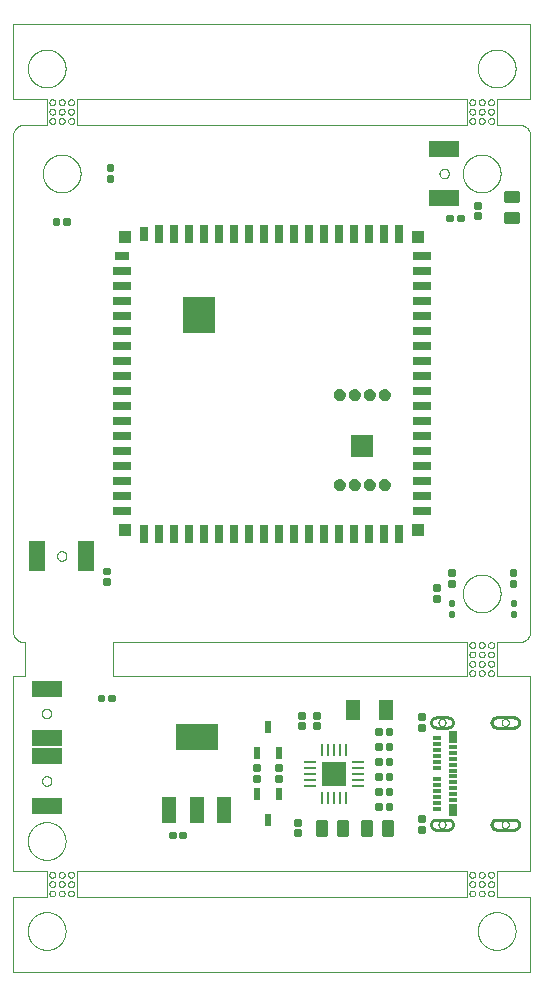
<source format=gtp>
G75*
%MOIN*%
%OFA0B0*%
%FSLAX25Y25*%
%IPPOS*%
%LPD*%
%AMOC8*
5,1,8,0,0,1.08239X$1,22.5*
%
%ADD10C,0.00000*%
%ADD11R,0.10000X0.05300*%
%ADD12R,0.05300X0.10000*%
%ADD13C,0.01142*%
%ADD14C,0.01250*%
%ADD15C,0.01000*%
%ADD16R,0.04724X0.03150*%
%ADD17R,0.06299X0.03150*%
%ADD18R,0.03150X0.06299*%
%ADD19R,0.03150X0.04724*%
%ADD20R,0.10512X0.11890*%
%ADD21R,0.03937X0.03937*%
%ADD22C,0.02400*%
%ADD23R,0.07795X0.07795*%
%ADD24R,0.00984X0.03937*%
%ADD25R,0.03937X0.00984*%
%ADD26R,0.07874X0.07874*%
%ADD27R,0.05000X0.07000*%
%ADD28R,0.04800X0.08800*%
%ADD29R,0.14173X0.08661*%
%ADD30R,0.02362X0.04134*%
%ADD31C,0.00984*%
%ADD32R,0.02756X0.01181*%
%ADD33R,0.02756X0.03937*%
D10*
X0003000Y0001000D02*
X0175500Y0001000D01*
X0175500Y0026000D01*
X0164250Y0026000D01*
X0164250Y0034750D01*
X0175500Y0034750D01*
X0175500Y0099750D01*
X0164250Y0099750D01*
X0164250Y0111000D01*
X0171750Y0111000D01*
X0171870Y0111002D01*
X0171990Y0111008D01*
X0172110Y0111017D01*
X0172230Y0111031D01*
X0172348Y0111048D01*
X0172467Y0111069D01*
X0172584Y0111094D01*
X0172701Y0111123D01*
X0172817Y0111155D01*
X0172932Y0111191D01*
X0173045Y0111231D01*
X0173157Y0111274D01*
X0173268Y0111321D01*
X0173377Y0111371D01*
X0173485Y0111425D01*
X0173590Y0111483D01*
X0173694Y0111543D01*
X0173796Y0111607D01*
X0173895Y0111674D01*
X0173993Y0111745D01*
X0174088Y0111818D01*
X0174181Y0111895D01*
X0174271Y0111974D01*
X0174359Y0112056D01*
X0174444Y0112141D01*
X0174526Y0112229D01*
X0174605Y0112319D01*
X0174682Y0112412D01*
X0174755Y0112507D01*
X0174826Y0112605D01*
X0174893Y0112704D01*
X0174957Y0112806D01*
X0175017Y0112910D01*
X0175075Y0113015D01*
X0175129Y0113123D01*
X0175179Y0113232D01*
X0175226Y0113343D01*
X0175269Y0113455D01*
X0175309Y0113568D01*
X0175345Y0113683D01*
X0175377Y0113799D01*
X0175406Y0113916D01*
X0175431Y0114033D01*
X0175452Y0114152D01*
X0175469Y0114270D01*
X0175483Y0114390D01*
X0175492Y0114510D01*
X0175498Y0114630D01*
X0175500Y0114750D01*
X0175500Y0279750D01*
X0175498Y0279870D01*
X0175492Y0279990D01*
X0175483Y0280110D01*
X0175469Y0280230D01*
X0175452Y0280348D01*
X0175431Y0280467D01*
X0175406Y0280584D01*
X0175377Y0280701D01*
X0175345Y0280817D01*
X0175309Y0280932D01*
X0175269Y0281045D01*
X0175226Y0281157D01*
X0175179Y0281268D01*
X0175129Y0281377D01*
X0175075Y0281485D01*
X0175017Y0281590D01*
X0174957Y0281694D01*
X0174893Y0281796D01*
X0174826Y0281895D01*
X0174755Y0281993D01*
X0174682Y0282088D01*
X0174605Y0282181D01*
X0174526Y0282271D01*
X0174444Y0282359D01*
X0174359Y0282444D01*
X0174271Y0282526D01*
X0174181Y0282605D01*
X0174088Y0282682D01*
X0173993Y0282755D01*
X0173895Y0282826D01*
X0173796Y0282893D01*
X0173694Y0282957D01*
X0173590Y0283017D01*
X0173485Y0283075D01*
X0173377Y0283129D01*
X0173268Y0283179D01*
X0173157Y0283226D01*
X0173045Y0283269D01*
X0172932Y0283309D01*
X0172817Y0283345D01*
X0172701Y0283377D01*
X0172584Y0283406D01*
X0172467Y0283431D01*
X0172348Y0283452D01*
X0172230Y0283469D01*
X0172110Y0283483D01*
X0171990Y0283492D01*
X0171870Y0283498D01*
X0171750Y0283500D01*
X0164250Y0283500D01*
X0164250Y0292250D01*
X0175500Y0292250D01*
X0175500Y0317250D01*
X0003000Y0317250D01*
X0003000Y0292250D01*
X0014250Y0292250D01*
X0014250Y0283500D01*
X0006750Y0283500D01*
X0006630Y0283498D01*
X0006510Y0283492D01*
X0006390Y0283483D01*
X0006270Y0283469D01*
X0006152Y0283452D01*
X0006033Y0283431D01*
X0005916Y0283406D01*
X0005799Y0283377D01*
X0005683Y0283345D01*
X0005568Y0283309D01*
X0005455Y0283269D01*
X0005343Y0283226D01*
X0005232Y0283179D01*
X0005123Y0283129D01*
X0005015Y0283075D01*
X0004910Y0283017D01*
X0004806Y0282957D01*
X0004704Y0282893D01*
X0004605Y0282826D01*
X0004507Y0282755D01*
X0004412Y0282682D01*
X0004319Y0282605D01*
X0004229Y0282526D01*
X0004141Y0282444D01*
X0004056Y0282359D01*
X0003974Y0282271D01*
X0003895Y0282181D01*
X0003818Y0282088D01*
X0003745Y0281993D01*
X0003674Y0281895D01*
X0003607Y0281796D01*
X0003543Y0281694D01*
X0003483Y0281590D01*
X0003425Y0281485D01*
X0003371Y0281377D01*
X0003321Y0281268D01*
X0003274Y0281157D01*
X0003231Y0281045D01*
X0003191Y0280932D01*
X0003155Y0280817D01*
X0003123Y0280701D01*
X0003094Y0280584D01*
X0003069Y0280467D01*
X0003048Y0280348D01*
X0003031Y0280230D01*
X0003017Y0280110D01*
X0003008Y0279990D01*
X0003002Y0279870D01*
X0003000Y0279750D01*
X0003000Y0114750D01*
X0003002Y0114630D01*
X0003008Y0114510D01*
X0003017Y0114390D01*
X0003031Y0114270D01*
X0003048Y0114152D01*
X0003069Y0114033D01*
X0003094Y0113916D01*
X0003123Y0113799D01*
X0003155Y0113683D01*
X0003191Y0113568D01*
X0003231Y0113455D01*
X0003274Y0113343D01*
X0003321Y0113232D01*
X0003371Y0113123D01*
X0003425Y0113015D01*
X0003483Y0112910D01*
X0003543Y0112806D01*
X0003607Y0112704D01*
X0003674Y0112605D01*
X0003745Y0112507D01*
X0003818Y0112412D01*
X0003895Y0112319D01*
X0003974Y0112229D01*
X0004056Y0112141D01*
X0004141Y0112056D01*
X0004229Y0111974D01*
X0004319Y0111895D01*
X0004412Y0111818D01*
X0004507Y0111745D01*
X0004605Y0111674D01*
X0004704Y0111607D01*
X0004806Y0111543D01*
X0004910Y0111483D01*
X0005015Y0111425D01*
X0005123Y0111371D01*
X0005232Y0111321D01*
X0005343Y0111274D01*
X0005455Y0111231D01*
X0005568Y0111191D01*
X0005683Y0111155D01*
X0005799Y0111123D01*
X0005916Y0111094D01*
X0006033Y0111069D01*
X0006152Y0111048D01*
X0006270Y0111031D01*
X0006390Y0111017D01*
X0006510Y0111008D01*
X0006630Y0111002D01*
X0006750Y0111000D01*
X0007062Y0111000D01*
X0007062Y0099750D01*
X0003000Y0099750D01*
X0003000Y0034750D01*
X0014250Y0034750D01*
X0014250Y0026000D01*
X0003000Y0026000D01*
X0003000Y0001000D01*
X0007951Y0014750D02*
X0007953Y0014908D01*
X0007959Y0015066D01*
X0007969Y0015224D01*
X0007983Y0015382D01*
X0008001Y0015539D01*
X0008022Y0015696D01*
X0008048Y0015852D01*
X0008078Y0016008D01*
X0008111Y0016163D01*
X0008149Y0016316D01*
X0008190Y0016469D01*
X0008235Y0016621D01*
X0008284Y0016772D01*
X0008337Y0016921D01*
X0008393Y0017069D01*
X0008453Y0017215D01*
X0008517Y0017360D01*
X0008585Y0017503D01*
X0008656Y0017645D01*
X0008730Y0017785D01*
X0008808Y0017922D01*
X0008890Y0018058D01*
X0008974Y0018192D01*
X0009063Y0018323D01*
X0009154Y0018452D01*
X0009249Y0018579D01*
X0009346Y0018704D01*
X0009447Y0018826D01*
X0009551Y0018945D01*
X0009658Y0019062D01*
X0009768Y0019176D01*
X0009881Y0019287D01*
X0009996Y0019396D01*
X0010114Y0019501D01*
X0010235Y0019603D01*
X0010358Y0019703D01*
X0010484Y0019799D01*
X0010612Y0019892D01*
X0010742Y0019982D01*
X0010875Y0020068D01*
X0011010Y0020152D01*
X0011146Y0020231D01*
X0011285Y0020308D01*
X0011426Y0020380D01*
X0011568Y0020450D01*
X0011712Y0020515D01*
X0011858Y0020577D01*
X0012005Y0020635D01*
X0012154Y0020690D01*
X0012304Y0020741D01*
X0012455Y0020788D01*
X0012607Y0020831D01*
X0012760Y0020870D01*
X0012915Y0020906D01*
X0013070Y0020937D01*
X0013226Y0020965D01*
X0013382Y0020989D01*
X0013539Y0021009D01*
X0013697Y0021025D01*
X0013854Y0021037D01*
X0014013Y0021045D01*
X0014171Y0021049D01*
X0014329Y0021049D01*
X0014487Y0021045D01*
X0014646Y0021037D01*
X0014803Y0021025D01*
X0014961Y0021009D01*
X0015118Y0020989D01*
X0015274Y0020965D01*
X0015430Y0020937D01*
X0015585Y0020906D01*
X0015740Y0020870D01*
X0015893Y0020831D01*
X0016045Y0020788D01*
X0016196Y0020741D01*
X0016346Y0020690D01*
X0016495Y0020635D01*
X0016642Y0020577D01*
X0016788Y0020515D01*
X0016932Y0020450D01*
X0017074Y0020380D01*
X0017215Y0020308D01*
X0017354Y0020231D01*
X0017490Y0020152D01*
X0017625Y0020068D01*
X0017758Y0019982D01*
X0017888Y0019892D01*
X0018016Y0019799D01*
X0018142Y0019703D01*
X0018265Y0019603D01*
X0018386Y0019501D01*
X0018504Y0019396D01*
X0018619Y0019287D01*
X0018732Y0019176D01*
X0018842Y0019062D01*
X0018949Y0018945D01*
X0019053Y0018826D01*
X0019154Y0018704D01*
X0019251Y0018579D01*
X0019346Y0018452D01*
X0019437Y0018323D01*
X0019526Y0018192D01*
X0019610Y0018058D01*
X0019692Y0017922D01*
X0019770Y0017785D01*
X0019844Y0017645D01*
X0019915Y0017503D01*
X0019983Y0017360D01*
X0020047Y0017215D01*
X0020107Y0017069D01*
X0020163Y0016921D01*
X0020216Y0016772D01*
X0020265Y0016621D01*
X0020310Y0016469D01*
X0020351Y0016316D01*
X0020389Y0016163D01*
X0020422Y0016008D01*
X0020452Y0015852D01*
X0020478Y0015696D01*
X0020499Y0015539D01*
X0020517Y0015382D01*
X0020531Y0015224D01*
X0020541Y0015066D01*
X0020547Y0014908D01*
X0020549Y0014750D01*
X0020547Y0014592D01*
X0020541Y0014434D01*
X0020531Y0014276D01*
X0020517Y0014118D01*
X0020499Y0013961D01*
X0020478Y0013804D01*
X0020452Y0013648D01*
X0020422Y0013492D01*
X0020389Y0013337D01*
X0020351Y0013184D01*
X0020310Y0013031D01*
X0020265Y0012879D01*
X0020216Y0012728D01*
X0020163Y0012579D01*
X0020107Y0012431D01*
X0020047Y0012285D01*
X0019983Y0012140D01*
X0019915Y0011997D01*
X0019844Y0011855D01*
X0019770Y0011715D01*
X0019692Y0011578D01*
X0019610Y0011442D01*
X0019526Y0011308D01*
X0019437Y0011177D01*
X0019346Y0011048D01*
X0019251Y0010921D01*
X0019154Y0010796D01*
X0019053Y0010674D01*
X0018949Y0010555D01*
X0018842Y0010438D01*
X0018732Y0010324D01*
X0018619Y0010213D01*
X0018504Y0010104D01*
X0018386Y0009999D01*
X0018265Y0009897D01*
X0018142Y0009797D01*
X0018016Y0009701D01*
X0017888Y0009608D01*
X0017758Y0009518D01*
X0017625Y0009432D01*
X0017490Y0009348D01*
X0017354Y0009269D01*
X0017215Y0009192D01*
X0017074Y0009120D01*
X0016932Y0009050D01*
X0016788Y0008985D01*
X0016642Y0008923D01*
X0016495Y0008865D01*
X0016346Y0008810D01*
X0016196Y0008759D01*
X0016045Y0008712D01*
X0015893Y0008669D01*
X0015740Y0008630D01*
X0015585Y0008594D01*
X0015430Y0008563D01*
X0015274Y0008535D01*
X0015118Y0008511D01*
X0014961Y0008491D01*
X0014803Y0008475D01*
X0014646Y0008463D01*
X0014487Y0008455D01*
X0014329Y0008451D01*
X0014171Y0008451D01*
X0014013Y0008455D01*
X0013854Y0008463D01*
X0013697Y0008475D01*
X0013539Y0008491D01*
X0013382Y0008511D01*
X0013226Y0008535D01*
X0013070Y0008563D01*
X0012915Y0008594D01*
X0012760Y0008630D01*
X0012607Y0008669D01*
X0012455Y0008712D01*
X0012304Y0008759D01*
X0012154Y0008810D01*
X0012005Y0008865D01*
X0011858Y0008923D01*
X0011712Y0008985D01*
X0011568Y0009050D01*
X0011426Y0009120D01*
X0011285Y0009192D01*
X0011146Y0009269D01*
X0011010Y0009348D01*
X0010875Y0009432D01*
X0010742Y0009518D01*
X0010612Y0009608D01*
X0010484Y0009701D01*
X0010358Y0009797D01*
X0010235Y0009897D01*
X0010114Y0009999D01*
X0009996Y0010104D01*
X0009881Y0010213D01*
X0009768Y0010324D01*
X0009658Y0010438D01*
X0009551Y0010555D01*
X0009447Y0010674D01*
X0009346Y0010796D01*
X0009249Y0010921D01*
X0009154Y0011048D01*
X0009063Y0011177D01*
X0008974Y0011308D01*
X0008890Y0011442D01*
X0008808Y0011578D01*
X0008730Y0011715D01*
X0008656Y0011855D01*
X0008585Y0011997D01*
X0008517Y0012140D01*
X0008453Y0012285D01*
X0008393Y0012431D01*
X0008337Y0012579D01*
X0008284Y0012728D01*
X0008235Y0012879D01*
X0008190Y0013031D01*
X0008149Y0013184D01*
X0008111Y0013337D01*
X0008078Y0013492D01*
X0008048Y0013648D01*
X0008022Y0013804D01*
X0008001Y0013961D01*
X0007983Y0014118D01*
X0007969Y0014276D01*
X0007959Y0014434D01*
X0007953Y0014592D01*
X0007951Y0014750D01*
X0015141Y0027250D02*
X0015143Y0027312D01*
X0015149Y0027375D01*
X0015159Y0027436D01*
X0015173Y0027497D01*
X0015190Y0027557D01*
X0015211Y0027616D01*
X0015237Y0027673D01*
X0015265Y0027728D01*
X0015297Y0027782D01*
X0015333Y0027833D01*
X0015371Y0027883D01*
X0015413Y0027929D01*
X0015457Y0027973D01*
X0015505Y0028014D01*
X0015554Y0028052D01*
X0015606Y0028086D01*
X0015660Y0028117D01*
X0015716Y0028145D01*
X0015774Y0028169D01*
X0015833Y0028190D01*
X0015893Y0028206D01*
X0015954Y0028219D01*
X0016016Y0028228D01*
X0016078Y0028233D01*
X0016141Y0028234D01*
X0016203Y0028231D01*
X0016265Y0028224D01*
X0016327Y0028213D01*
X0016387Y0028198D01*
X0016447Y0028180D01*
X0016505Y0028158D01*
X0016562Y0028132D01*
X0016617Y0028102D01*
X0016670Y0028069D01*
X0016721Y0028033D01*
X0016769Y0027994D01*
X0016815Y0027951D01*
X0016858Y0027906D01*
X0016898Y0027858D01*
X0016935Y0027808D01*
X0016969Y0027755D01*
X0017000Y0027701D01*
X0017026Y0027645D01*
X0017050Y0027587D01*
X0017069Y0027527D01*
X0017085Y0027467D01*
X0017097Y0027405D01*
X0017105Y0027344D01*
X0017109Y0027281D01*
X0017109Y0027219D01*
X0017105Y0027156D01*
X0017097Y0027095D01*
X0017085Y0027033D01*
X0017069Y0026973D01*
X0017050Y0026913D01*
X0017026Y0026855D01*
X0017000Y0026799D01*
X0016969Y0026745D01*
X0016935Y0026692D01*
X0016898Y0026642D01*
X0016858Y0026594D01*
X0016815Y0026549D01*
X0016769Y0026506D01*
X0016721Y0026467D01*
X0016670Y0026431D01*
X0016617Y0026398D01*
X0016562Y0026368D01*
X0016505Y0026342D01*
X0016447Y0026320D01*
X0016387Y0026302D01*
X0016327Y0026287D01*
X0016265Y0026276D01*
X0016203Y0026269D01*
X0016141Y0026266D01*
X0016078Y0026267D01*
X0016016Y0026272D01*
X0015954Y0026281D01*
X0015893Y0026294D01*
X0015833Y0026310D01*
X0015774Y0026331D01*
X0015716Y0026355D01*
X0015660Y0026383D01*
X0015606Y0026414D01*
X0015554Y0026448D01*
X0015505Y0026486D01*
X0015457Y0026527D01*
X0015413Y0026571D01*
X0015371Y0026617D01*
X0015333Y0026667D01*
X0015297Y0026718D01*
X0015265Y0026772D01*
X0015237Y0026827D01*
X0015211Y0026884D01*
X0015190Y0026943D01*
X0015173Y0027003D01*
X0015159Y0027064D01*
X0015149Y0027125D01*
X0015143Y0027188D01*
X0015141Y0027250D01*
X0015141Y0030375D02*
X0015143Y0030437D01*
X0015149Y0030500D01*
X0015159Y0030561D01*
X0015173Y0030622D01*
X0015190Y0030682D01*
X0015211Y0030741D01*
X0015237Y0030798D01*
X0015265Y0030853D01*
X0015297Y0030907D01*
X0015333Y0030958D01*
X0015371Y0031008D01*
X0015413Y0031054D01*
X0015457Y0031098D01*
X0015505Y0031139D01*
X0015554Y0031177D01*
X0015606Y0031211D01*
X0015660Y0031242D01*
X0015716Y0031270D01*
X0015774Y0031294D01*
X0015833Y0031315D01*
X0015893Y0031331D01*
X0015954Y0031344D01*
X0016016Y0031353D01*
X0016078Y0031358D01*
X0016141Y0031359D01*
X0016203Y0031356D01*
X0016265Y0031349D01*
X0016327Y0031338D01*
X0016387Y0031323D01*
X0016447Y0031305D01*
X0016505Y0031283D01*
X0016562Y0031257D01*
X0016617Y0031227D01*
X0016670Y0031194D01*
X0016721Y0031158D01*
X0016769Y0031119D01*
X0016815Y0031076D01*
X0016858Y0031031D01*
X0016898Y0030983D01*
X0016935Y0030933D01*
X0016969Y0030880D01*
X0017000Y0030826D01*
X0017026Y0030770D01*
X0017050Y0030712D01*
X0017069Y0030652D01*
X0017085Y0030592D01*
X0017097Y0030530D01*
X0017105Y0030469D01*
X0017109Y0030406D01*
X0017109Y0030344D01*
X0017105Y0030281D01*
X0017097Y0030220D01*
X0017085Y0030158D01*
X0017069Y0030098D01*
X0017050Y0030038D01*
X0017026Y0029980D01*
X0017000Y0029924D01*
X0016969Y0029870D01*
X0016935Y0029817D01*
X0016898Y0029767D01*
X0016858Y0029719D01*
X0016815Y0029674D01*
X0016769Y0029631D01*
X0016721Y0029592D01*
X0016670Y0029556D01*
X0016617Y0029523D01*
X0016562Y0029493D01*
X0016505Y0029467D01*
X0016447Y0029445D01*
X0016387Y0029427D01*
X0016327Y0029412D01*
X0016265Y0029401D01*
X0016203Y0029394D01*
X0016141Y0029391D01*
X0016078Y0029392D01*
X0016016Y0029397D01*
X0015954Y0029406D01*
X0015893Y0029419D01*
X0015833Y0029435D01*
X0015774Y0029456D01*
X0015716Y0029480D01*
X0015660Y0029508D01*
X0015606Y0029539D01*
X0015554Y0029573D01*
X0015505Y0029611D01*
X0015457Y0029652D01*
X0015413Y0029696D01*
X0015371Y0029742D01*
X0015333Y0029792D01*
X0015297Y0029843D01*
X0015265Y0029897D01*
X0015237Y0029952D01*
X0015211Y0030009D01*
X0015190Y0030068D01*
X0015173Y0030128D01*
X0015159Y0030189D01*
X0015149Y0030250D01*
X0015143Y0030313D01*
X0015141Y0030375D01*
X0015141Y0033500D02*
X0015143Y0033562D01*
X0015149Y0033625D01*
X0015159Y0033686D01*
X0015173Y0033747D01*
X0015190Y0033807D01*
X0015211Y0033866D01*
X0015237Y0033923D01*
X0015265Y0033978D01*
X0015297Y0034032D01*
X0015333Y0034083D01*
X0015371Y0034133D01*
X0015413Y0034179D01*
X0015457Y0034223D01*
X0015505Y0034264D01*
X0015554Y0034302D01*
X0015606Y0034336D01*
X0015660Y0034367D01*
X0015716Y0034395D01*
X0015774Y0034419D01*
X0015833Y0034440D01*
X0015893Y0034456D01*
X0015954Y0034469D01*
X0016016Y0034478D01*
X0016078Y0034483D01*
X0016141Y0034484D01*
X0016203Y0034481D01*
X0016265Y0034474D01*
X0016327Y0034463D01*
X0016387Y0034448D01*
X0016447Y0034430D01*
X0016505Y0034408D01*
X0016562Y0034382D01*
X0016617Y0034352D01*
X0016670Y0034319D01*
X0016721Y0034283D01*
X0016769Y0034244D01*
X0016815Y0034201D01*
X0016858Y0034156D01*
X0016898Y0034108D01*
X0016935Y0034058D01*
X0016969Y0034005D01*
X0017000Y0033951D01*
X0017026Y0033895D01*
X0017050Y0033837D01*
X0017069Y0033777D01*
X0017085Y0033717D01*
X0017097Y0033655D01*
X0017105Y0033594D01*
X0017109Y0033531D01*
X0017109Y0033469D01*
X0017105Y0033406D01*
X0017097Y0033345D01*
X0017085Y0033283D01*
X0017069Y0033223D01*
X0017050Y0033163D01*
X0017026Y0033105D01*
X0017000Y0033049D01*
X0016969Y0032995D01*
X0016935Y0032942D01*
X0016898Y0032892D01*
X0016858Y0032844D01*
X0016815Y0032799D01*
X0016769Y0032756D01*
X0016721Y0032717D01*
X0016670Y0032681D01*
X0016617Y0032648D01*
X0016562Y0032618D01*
X0016505Y0032592D01*
X0016447Y0032570D01*
X0016387Y0032552D01*
X0016327Y0032537D01*
X0016265Y0032526D01*
X0016203Y0032519D01*
X0016141Y0032516D01*
X0016078Y0032517D01*
X0016016Y0032522D01*
X0015954Y0032531D01*
X0015893Y0032544D01*
X0015833Y0032560D01*
X0015774Y0032581D01*
X0015716Y0032605D01*
X0015660Y0032633D01*
X0015606Y0032664D01*
X0015554Y0032698D01*
X0015505Y0032736D01*
X0015457Y0032777D01*
X0015413Y0032821D01*
X0015371Y0032867D01*
X0015333Y0032917D01*
X0015297Y0032968D01*
X0015265Y0033022D01*
X0015237Y0033077D01*
X0015211Y0033134D01*
X0015190Y0033193D01*
X0015173Y0033253D01*
X0015159Y0033314D01*
X0015149Y0033375D01*
X0015143Y0033438D01*
X0015141Y0033500D01*
X0018266Y0033500D02*
X0018268Y0033562D01*
X0018274Y0033625D01*
X0018284Y0033686D01*
X0018298Y0033747D01*
X0018315Y0033807D01*
X0018336Y0033866D01*
X0018362Y0033923D01*
X0018390Y0033978D01*
X0018422Y0034032D01*
X0018458Y0034083D01*
X0018496Y0034133D01*
X0018538Y0034179D01*
X0018582Y0034223D01*
X0018630Y0034264D01*
X0018679Y0034302D01*
X0018731Y0034336D01*
X0018785Y0034367D01*
X0018841Y0034395D01*
X0018899Y0034419D01*
X0018958Y0034440D01*
X0019018Y0034456D01*
X0019079Y0034469D01*
X0019141Y0034478D01*
X0019203Y0034483D01*
X0019266Y0034484D01*
X0019328Y0034481D01*
X0019390Y0034474D01*
X0019452Y0034463D01*
X0019512Y0034448D01*
X0019572Y0034430D01*
X0019630Y0034408D01*
X0019687Y0034382D01*
X0019742Y0034352D01*
X0019795Y0034319D01*
X0019846Y0034283D01*
X0019894Y0034244D01*
X0019940Y0034201D01*
X0019983Y0034156D01*
X0020023Y0034108D01*
X0020060Y0034058D01*
X0020094Y0034005D01*
X0020125Y0033951D01*
X0020151Y0033895D01*
X0020175Y0033837D01*
X0020194Y0033777D01*
X0020210Y0033717D01*
X0020222Y0033655D01*
X0020230Y0033594D01*
X0020234Y0033531D01*
X0020234Y0033469D01*
X0020230Y0033406D01*
X0020222Y0033345D01*
X0020210Y0033283D01*
X0020194Y0033223D01*
X0020175Y0033163D01*
X0020151Y0033105D01*
X0020125Y0033049D01*
X0020094Y0032995D01*
X0020060Y0032942D01*
X0020023Y0032892D01*
X0019983Y0032844D01*
X0019940Y0032799D01*
X0019894Y0032756D01*
X0019846Y0032717D01*
X0019795Y0032681D01*
X0019742Y0032648D01*
X0019687Y0032618D01*
X0019630Y0032592D01*
X0019572Y0032570D01*
X0019512Y0032552D01*
X0019452Y0032537D01*
X0019390Y0032526D01*
X0019328Y0032519D01*
X0019266Y0032516D01*
X0019203Y0032517D01*
X0019141Y0032522D01*
X0019079Y0032531D01*
X0019018Y0032544D01*
X0018958Y0032560D01*
X0018899Y0032581D01*
X0018841Y0032605D01*
X0018785Y0032633D01*
X0018731Y0032664D01*
X0018679Y0032698D01*
X0018630Y0032736D01*
X0018582Y0032777D01*
X0018538Y0032821D01*
X0018496Y0032867D01*
X0018458Y0032917D01*
X0018422Y0032968D01*
X0018390Y0033022D01*
X0018362Y0033077D01*
X0018336Y0033134D01*
X0018315Y0033193D01*
X0018298Y0033253D01*
X0018284Y0033314D01*
X0018274Y0033375D01*
X0018268Y0033438D01*
X0018266Y0033500D01*
X0018266Y0030375D02*
X0018268Y0030437D01*
X0018274Y0030500D01*
X0018284Y0030561D01*
X0018298Y0030622D01*
X0018315Y0030682D01*
X0018336Y0030741D01*
X0018362Y0030798D01*
X0018390Y0030853D01*
X0018422Y0030907D01*
X0018458Y0030958D01*
X0018496Y0031008D01*
X0018538Y0031054D01*
X0018582Y0031098D01*
X0018630Y0031139D01*
X0018679Y0031177D01*
X0018731Y0031211D01*
X0018785Y0031242D01*
X0018841Y0031270D01*
X0018899Y0031294D01*
X0018958Y0031315D01*
X0019018Y0031331D01*
X0019079Y0031344D01*
X0019141Y0031353D01*
X0019203Y0031358D01*
X0019266Y0031359D01*
X0019328Y0031356D01*
X0019390Y0031349D01*
X0019452Y0031338D01*
X0019512Y0031323D01*
X0019572Y0031305D01*
X0019630Y0031283D01*
X0019687Y0031257D01*
X0019742Y0031227D01*
X0019795Y0031194D01*
X0019846Y0031158D01*
X0019894Y0031119D01*
X0019940Y0031076D01*
X0019983Y0031031D01*
X0020023Y0030983D01*
X0020060Y0030933D01*
X0020094Y0030880D01*
X0020125Y0030826D01*
X0020151Y0030770D01*
X0020175Y0030712D01*
X0020194Y0030652D01*
X0020210Y0030592D01*
X0020222Y0030530D01*
X0020230Y0030469D01*
X0020234Y0030406D01*
X0020234Y0030344D01*
X0020230Y0030281D01*
X0020222Y0030220D01*
X0020210Y0030158D01*
X0020194Y0030098D01*
X0020175Y0030038D01*
X0020151Y0029980D01*
X0020125Y0029924D01*
X0020094Y0029870D01*
X0020060Y0029817D01*
X0020023Y0029767D01*
X0019983Y0029719D01*
X0019940Y0029674D01*
X0019894Y0029631D01*
X0019846Y0029592D01*
X0019795Y0029556D01*
X0019742Y0029523D01*
X0019687Y0029493D01*
X0019630Y0029467D01*
X0019572Y0029445D01*
X0019512Y0029427D01*
X0019452Y0029412D01*
X0019390Y0029401D01*
X0019328Y0029394D01*
X0019266Y0029391D01*
X0019203Y0029392D01*
X0019141Y0029397D01*
X0019079Y0029406D01*
X0019018Y0029419D01*
X0018958Y0029435D01*
X0018899Y0029456D01*
X0018841Y0029480D01*
X0018785Y0029508D01*
X0018731Y0029539D01*
X0018679Y0029573D01*
X0018630Y0029611D01*
X0018582Y0029652D01*
X0018538Y0029696D01*
X0018496Y0029742D01*
X0018458Y0029792D01*
X0018422Y0029843D01*
X0018390Y0029897D01*
X0018362Y0029952D01*
X0018336Y0030009D01*
X0018315Y0030068D01*
X0018298Y0030128D01*
X0018284Y0030189D01*
X0018274Y0030250D01*
X0018268Y0030313D01*
X0018266Y0030375D01*
X0018266Y0027250D02*
X0018268Y0027312D01*
X0018274Y0027375D01*
X0018284Y0027436D01*
X0018298Y0027497D01*
X0018315Y0027557D01*
X0018336Y0027616D01*
X0018362Y0027673D01*
X0018390Y0027728D01*
X0018422Y0027782D01*
X0018458Y0027833D01*
X0018496Y0027883D01*
X0018538Y0027929D01*
X0018582Y0027973D01*
X0018630Y0028014D01*
X0018679Y0028052D01*
X0018731Y0028086D01*
X0018785Y0028117D01*
X0018841Y0028145D01*
X0018899Y0028169D01*
X0018958Y0028190D01*
X0019018Y0028206D01*
X0019079Y0028219D01*
X0019141Y0028228D01*
X0019203Y0028233D01*
X0019266Y0028234D01*
X0019328Y0028231D01*
X0019390Y0028224D01*
X0019452Y0028213D01*
X0019512Y0028198D01*
X0019572Y0028180D01*
X0019630Y0028158D01*
X0019687Y0028132D01*
X0019742Y0028102D01*
X0019795Y0028069D01*
X0019846Y0028033D01*
X0019894Y0027994D01*
X0019940Y0027951D01*
X0019983Y0027906D01*
X0020023Y0027858D01*
X0020060Y0027808D01*
X0020094Y0027755D01*
X0020125Y0027701D01*
X0020151Y0027645D01*
X0020175Y0027587D01*
X0020194Y0027527D01*
X0020210Y0027467D01*
X0020222Y0027405D01*
X0020230Y0027344D01*
X0020234Y0027281D01*
X0020234Y0027219D01*
X0020230Y0027156D01*
X0020222Y0027095D01*
X0020210Y0027033D01*
X0020194Y0026973D01*
X0020175Y0026913D01*
X0020151Y0026855D01*
X0020125Y0026799D01*
X0020094Y0026745D01*
X0020060Y0026692D01*
X0020023Y0026642D01*
X0019983Y0026594D01*
X0019940Y0026549D01*
X0019894Y0026506D01*
X0019846Y0026467D01*
X0019795Y0026431D01*
X0019742Y0026398D01*
X0019687Y0026368D01*
X0019630Y0026342D01*
X0019572Y0026320D01*
X0019512Y0026302D01*
X0019452Y0026287D01*
X0019390Y0026276D01*
X0019328Y0026269D01*
X0019266Y0026266D01*
X0019203Y0026267D01*
X0019141Y0026272D01*
X0019079Y0026281D01*
X0019018Y0026294D01*
X0018958Y0026310D01*
X0018899Y0026331D01*
X0018841Y0026355D01*
X0018785Y0026383D01*
X0018731Y0026414D01*
X0018679Y0026448D01*
X0018630Y0026486D01*
X0018582Y0026527D01*
X0018538Y0026571D01*
X0018496Y0026617D01*
X0018458Y0026667D01*
X0018422Y0026718D01*
X0018390Y0026772D01*
X0018362Y0026827D01*
X0018336Y0026884D01*
X0018315Y0026943D01*
X0018298Y0027003D01*
X0018284Y0027064D01*
X0018274Y0027125D01*
X0018268Y0027188D01*
X0018266Y0027250D01*
X0021391Y0027250D02*
X0021393Y0027312D01*
X0021399Y0027375D01*
X0021409Y0027436D01*
X0021423Y0027497D01*
X0021440Y0027557D01*
X0021461Y0027616D01*
X0021487Y0027673D01*
X0021515Y0027728D01*
X0021547Y0027782D01*
X0021583Y0027833D01*
X0021621Y0027883D01*
X0021663Y0027929D01*
X0021707Y0027973D01*
X0021755Y0028014D01*
X0021804Y0028052D01*
X0021856Y0028086D01*
X0021910Y0028117D01*
X0021966Y0028145D01*
X0022024Y0028169D01*
X0022083Y0028190D01*
X0022143Y0028206D01*
X0022204Y0028219D01*
X0022266Y0028228D01*
X0022328Y0028233D01*
X0022391Y0028234D01*
X0022453Y0028231D01*
X0022515Y0028224D01*
X0022577Y0028213D01*
X0022637Y0028198D01*
X0022697Y0028180D01*
X0022755Y0028158D01*
X0022812Y0028132D01*
X0022867Y0028102D01*
X0022920Y0028069D01*
X0022971Y0028033D01*
X0023019Y0027994D01*
X0023065Y0027951D01*
X0023108Y0027906D01*
X0023148Y0027858D01*
X0023185Y0027808D01*
X0023219Y0027755D01*
X0023250Y0027701D01*
X0023276Y0027645D01*
X0023300Y0027587D01*
X0023319Y0027527D01*
X0023335Y0027467D01*
X0023347Y0027405D01*
X0023355Y0027344D01*
X0023359Y0027281D01*
X0023359Y0027219D01*
X0023355Y0027156D01*
X0023347Y0027095D01*
X0023335Y0027033D01*
X0023319Y0026973D01*
X0023300Y0026913D01*
X0023276Y0026855D01*
X0023250Y0026799D01*
X0023219Y0026745D01*
X0023185Y0026692D01*
X0023148Y0026642D01*
X0023108Y0026594D01*
X0023065Y0026549D01*
X0023019Y0026506D01*
X0022971Y0026467D01*
X0022920Y0026431D01*
X0022867Y0026398D01*
X0022812Y0026368D01*
X0022755Y0026342D01*
X0022697Y0026320D01*
X0022637Y0026302D01*
X0022577Y0026287D01*
X0022515Y0026276D01*
X0022453Y0026269D01*
X0022391Y0026266D01*
X0022328Y0026267D01*
X0022266Y0026272D01*
X0022204Y0026281D01*
X0022143Y0026294D01*
X0022083Y0026310D01*
X0022024Y0026331D01*
X0021966Y0026355D01*
X0021910Y0026383D01*
X0021856Y0026414D01*
X0021804Y0026448D01*
X0021755Y0026486D01*
X0021707Y0026527D01*
X0021663Y0026571D01*
X0021621Y0026617D01*
X0021583Y0026667D01*
X0021547Y0026718D01*
X0021515Y0026772D01*
X0021487Y0026827D01*
X0021461Y0026884D01*
X0021440Y0026943D01*
X0021423Y0027003D01*
X0021409Y0027064D01*
X0021399Y0027125D01*
X0021393Y0027188D01*
X0021391Y0027250D01*
X0024250Y0026000D02*
X0154250Y0026000D01*
X0154250Y0034750D01*
X0024250Y0034750D01*
X0024250Y0026000D01*
X0021391Y0030375D02*
X0021393Y0030437D01*
X0021399Y0030500D01*
X0021409Y0030561D01*
X0021423Y0030622D01*
X0021440Y0030682D01*
X0021461Y0030741D01*
X0021487Y0030798D01*
X0021515Y0030853D01*
X0021547Y0030907D01*
X0021583Y0030958D01*
X0021621Y0031008D01*
X0021663Y0031054D01*
X0021707Y0031098D01*
X0021755Y0031139D01*
X0021804Y0031177D01*
X0021856Y0031211D01*
X0021910Y0031242D01*
X0021966Y0031270D01*
X0022024Y0031294D01*
X0022083Y0031315D01*
X0022143Y0031331D01*
X0022204Y0031344D01*
X0022266Y0031353D01*
X0022328Y0031358D01*
X0022391Y0031359D01*
X0022453Y0031356D01*
X0022515Y0031349D01*
X0022577Y0031338D01*
X0022637Y0031323D01*
X0022697Y0031305D01*
X0022755Y0031283D01*
X0022812Y0031257D01*
X0022867Y0031227D01*
X0022920Y0031194D01*
X0022971Y0031158D01*
X0023019Y0031119D01*
X0023065Y0031076D01*
X0023108Y0031031D01*
X0023148Y0030983D01*
X0023185Y0030933D01*
X0023219Y0030880D01*
X0023250Y0030826D01*
X0023276Y0030770D01*
X0023300Y0030712D01*
X0023319Y0030652D01*
X0023335Y0030592D01*
X0023347Y0030530D01*
X0023355Y0030469D01*
X0023359Y0030406D01*
X0023359Y0030344D01*
X0023355Y0030281D01*
X0023347Y0030220D01*
X0023335Y0030158D01*
X0023319Y0030098D01*
X0023300Y0030038D01*
X0023276Y0029980D01*
X0023250Y0029924D01*
X0023219Y0029870D01*
X0023185Y0029817D01*
X0023148Y0029767D01*
X0023108Y0029719D01*
X0023065Y0029674D01*
X0023019Y0029631D01*
X0022971Y0029592D01*
X0022920Y0029556D01*
X0022867Y0029523D01*
X0022812Y0029493D01*
X0022755Y0029467D01*
X0022697Y0029445D01*
X0022637Y0029427D01*
X0022577Y0029412D01*
X0022515Y0029401D01*
X0022453Y0029394D01*
X0022391Y0029391D01*
X0022328Y0029392D01*
X0022266Y0029397D01*
X0022204Y0029406D01*
X0022143Y0029419D01*
X0022083Y0029435D01*
X0022024Y0029456D01*
X0021966Y0029480D01*
X0021910Y0029508D01*
X0021856Y0029539D01*
X0021804Y0029573D01*
X0021755Y0029611D01*
X0021707Y0029652D01*
X0021663Y0029696D01*
X0021621Y0029742D01*
X0021583Y0029792D01*
X0021547Y0029843D01*
X0021515Y0029897D01*
X0021487Y0029952D01*
X0021461Y0030009D01*
X0021440Y0030068D01*
X0021423Y0030128D01*
X0021409Y0030189D01*
X0021399Y0030250D01*
X0021393Y0030313D01*
X0021391Y0030375D01*
X0021391Y0033500D02*
X0021393Y0033562D01*
X0021399Y0033625D01*
X0021409Y0033686D01*
X0021423Y0033747D01*
X0021440Y0033807D01*
X0021461Y0033866D01*
X0021487Y0033923D01*
X0021515Y0033978D01*
X0021547Y0034032D01*
X0021583Y0034083D01*
X0021621Y0034133D01*
X0021663Y0034179D01*
X0021707Y0034223D01*
X0021755Y0034264D01*
X0021804Y0034302D01*
X0021856Y0034336D01*
X0021910Y0034367D01*
X0021966Y0034395D01*
X0022024Y0034419D01*
X0022083Y0034440D01*
X0022143Y0034456D01*
X0022204Y0034469D01*
X0022266Y0034478D01*
X0022328Y0034483D01*
X0022391Y0034484D01*
X0022453Y0034481D01*
X0022515Y0034474D01*
X0022577Y0034463D01*
X0022637Y0034448D01*
X0022697Y0034430D01*
X0022755Y0034408D01*
X0022812Y0034382D01*
X0022867Y0034352D01*
X0022920Y0034319D01*
X0022971Y0034283D01*
X0023019Y0034244D01*
X0023065Y0034201D01*
X0023108Y0034156D01*
X0023148Y0034108D01*
X0023185Y0034058D01*
X0023219Y0034005D01*
X0023250Y0033951D01*
X0023276Y0033895D01*
X0023300Y0033837D01*
X0023319Y0033777D01*
X0023335Y0033717D01*
X0023347Y0033655D01*
X0023355Y0033594D01*
X0023359Y0033531D01*
X0023359Y0033469D01*
X0023355Y0033406D01*
X0023347Y0033345D01*
X0023335Y0033283D01*
X0023319Y0033223D01*
X0023300Y0033163D01*
X0023276Y0033105D01*
X0023250Y0033049D01*
X0023219Y0032995D01*
X0023185Y0032942D01*
X0023148Y0032892D01*
X0023108Y0032844D01*
X0023065Y0032799D01*
X0023019Y0032756D01*
X0022971Y0032717D01*
X0022920Y0032681D01*
X0022867Y0032648D01*
X0022812Y0032618D01*
X0022755Y0032592D01*
X0022697Y0032570D01*
X0022637Y0032552D01*
X0022577Y0032537D01*
X0022515Y0032526D01*
X0022453Y0032519D01*
X0022391Y0032516D01*
X0022328Y0032517D01*
X0022266Y0032522D01*
X0022204Y0032531D01*
X0022143Y0032544D01*
X0022083Y0032560D01*
X0022024Y0032581D01*
X0021966Y0032605D01*
X0021910Y0032633D01*
X0021856Y0032664D01*
X0021804Y0032698D01*
X0021755Y0032736D01*
X0021707Y0032777D01*
X0021663Y0032821D01*
X0021621Y0032867D01*
X0021583Y0032917D01*
X0021547Y0032968D01*
X0021515Y0033022D01*
X0021487Y0033077D01*
X0021461Y0033134D01*
X0021440Y0033193D01*
X0021423Y0033253D01*
X0021409Y0033314D01*
X0021399Y0033375D01*
X0021393Y0033438D01*
X0021391Y0033500D01*
X0007951Y0044750D02*
X0007953Y0044908D01*
X0007959Y0045066D01*
X0007969Y0045224D01*
X0007983Y0045382D01*
X0008001Y0045539D01*
X0008022Y0045696D01*
X0008048Y0045852D01*
X0008078Y0046008D01*
X0008111Y0046163D01*
X0008149Y0046316D01*
X0008190Y0046469D01*
X0008235Y0046621D01*
X0008284Y0046772D01*
X0008337Y0046921D01*
X0008393Y0047069D01*
X0008453Y0047215D01*
X0008517Y0047360D01*
X0008585Y0047503D01*
X0008656Y0047645D01*
X0008730Y0047785D01*
X0008808Y0047922D01*
X0008890Y0048058D01*
X0008974Y0048192D01*
X0009063Y0048323D01*
X0009154Y0048452D01*
X0009249Y0048579D01*
X0009346Y0048704D01*
X0009447Y0048826D01*
X0009551Y0048945D01*
X0009658Y0049062D01*
X0009768Y0049176D01*
X0009881Y0049287D01*
X0009996Y0049396D01*
X0010114Y0049501D01*
X0010235Y0049603D01*
X0010358Y0049703D01*
X0010484Y0049799D01*
X0010612Y0049892D01*
X0010742Y0049982D01*
X0010875Y0050068D01*
X0011010Y0050152D01*
X0011146Y0050231D01*
X0011285Y0050308D01*
X0011426Y0050380D01*
X0011568Y0050450D01*
X0011712Y0050515D01*
X0011858Y0050577D01*
X0012005Y0050635D01*
X0012154Y0050690D01*
X0012304Y0050741D01*
X0012455Y0050788D01*
X0012607Y0050831D01*
X0012760Y0050870D01*
X0012915Y0050906D01*
X0013070Y0050937D01*
X0013226Y0050965D01*
X0013382Y0050989D01*
X0013539Y0051009D01*
X0013697Y0051025D01*
X0013854Y0051037D01*
X0014013Y0051045D01*
X0014171Y0051049D01*
X0014329Y0051049D01*
X0014487Y0051045D01*
X0014646Y0051037D01*
X0014803Y0051025D01*
X0014961Y0051009D01*
X0015118Y0050989D01*
X0015274Y0050965D01*
X0015430Y0050937D01*
X0015585Y0050906D01*
X0015740Y0050870D01*
X0015893Y0050831D01*
X0016045Y0050788D01*
X0016196Y0050741D01*
X0016346Y0050690D01*
X0016495Y0050635D01*
X0016642Y0050577D01*
X0016788Y0050515D01*
X0016932Y0050450D01*
X0017074Y0050380D01*
X0017215Y0050308D01*
X0017354Y0050231D01*
X0017490Y0050152D01*
X0017625Y0050068D01*
X0017758Y0049982D01*
X0017888Y0049892D01*
X0018016Y0049799D01*
X0018142Y0049703D01*
X0018265Y0049603D01*
X0018386Y0049501D01*
X0018504Y0049396D01*
X0018619Y0049287D01*
X0018732Y0049176D01*
X0018842Y0049062D01*
X0018949Y0048945D01*
X0019053Y0048826D01*
X0019154Y0048704D01*
X0019251Y0048579D01*
X0019346Y0048452D01*
X0019437Y0048323D01*
X0019526Y0048192D01*
X0019610Y0048058D01*
X0019692Y0047922D01*
X0019770Y0047785D01*
X0019844Y0047645D01*
X0019915Y0047503D01*
X0019983Y0047360D01*
X0020047Y0047215D01*
X0020107Y0047069D01*
X0020163Y0046921D01*
X0020216Y0046772D01*
X0020265Y0046621D01*
X0020310Y0046469D01*
X0020351Y0046316D01*
X0020389Y0046163D01*
X0020422Y0046008D01*
X0020452Y0045852D01*
X0020478Y0045696D01*
X0020499Y0045539D01*
X0020517Y0045382D01*
X0020531Y0045224D01*
X0020541Y0045066D01*
X0020547Y0044908D01*
X0020549Y0044750D01*
X0020547Y0044592D01*
X0020541Y0044434D01*
X0020531Y0044276D01*
X0020517Y0044118D01*
X0020499Y0043961D01*
X0020478Y0043804D01*
X0020452Y0043648D01*
X0020422Y0043492D01*
X0020389Y0043337D01*
X0020351Y0043184D01*
X0020310Y0043031D01*
X0020265Y0042879D01*
X0020216Y0042728D01*
X0020163Y0042579D01*
X0020107Y0042431D01*
X0020047Y0042285D01*
X0019983Y0042140D01*
X0019915Y0041997D01*
X0019844Y0041855D01*
X0019770Y0041715D01*
X0019692Y0041578D01*
X0019610Y0041442D01*
X0019526Y0041308D01*
X0019437Y0041177D01*
X0019346Y0041048D01*
X0019251Y0040921D01*
X0019154Y0040796D01*
X0019053Y0040674D01*
X0018949Y0040555D01*
X0018842Y0040438D01*
X0018732Y0040324D01*
X0018619Y0040213D01*
X0018504Y0040104D01*
X0018386Y0039999D01*
X0018265Y0039897D01*
X0018142Y0039797D01*
X0018016Y0039701D01*
X0017888Y0039608D01*
X0017758Y0039518D01*
X0017625Y0039432D01*
X0017490Y0039348D01*
X0017354Y0039269D01*
X0017215Y0039192D01*
X0017074Y0039120D01*
X0016932Y0039050D01*
X0016788Y0038985D01*
X0016642Y0038923D01*
X0016495Y0038865D01*
X0016346Y0038810D01*
X0016196Y0038759D01*
X0016045Y0038712D01*
X0015893Y0038669D01*
X0015740Y0038630D01*
X0015585Y0038594D01*
X0015430Y0038563D01*
X0015274Y0038535D01*
X0015118Y0038511D01*
X0014961Y0038491D01*
X0014803Y0038475D01*
X0014646Y0038463D01*
X0014487Y0038455D01*
X0014329Y0038451D01*
X0014171Y0038451D01*
X0014013Y0038455D01*
X0013854Y0038463D01*
X0013697Y0038475D01*
X0013539Y0038491D01*
X0013382Y0038511D01*
X0013226Y0038535D01*
X0013070Y0038563D01*
X0012915Y0038594D01*
X0012760Y0038630D01*
X0012607Y0038669D01*
X0012455Y0038712D01*
X0012304Y0038759D01*
X0012154Y0038810D01*
X0012005Y0038865D01*
X0011858Y0038923D01*
X0011712Y0038985D01*
X0011568Y0039050D01*
X0011426Y0039120D01*
X0011285Y0039192D01*
X0011146Y0039269D01*
X0011010Y0039348D01*
X0010875Y0039432D01*
X0010742Y0039518D01*
X0010612Y0039608D01*
X0010484Y0039701D01*
X0010358Y0039797D01*
X0010235Y0039897D01*
X0010114Y0039999D01*
X0009996Y0040104D01*
X0009881Y0040213D01*
X0009768Y0040324D01*
X0009658Y0040438D01*
X0009551Y0040555D01*
X0009447Y0040674D01*
X0009346Y0040796D01*
X0009249Y0040921D01*
X0009154Y0041048D01*
X0009063Y0041177D01*
X0008974Y0041308D01*
X0008890Y0041442D01*
X0008808Y0041578D01*
X0008730Y0041715D01*
X0008656Y0041855D01*
X0008585Y0041997D01*
X0008517Y0042140D01*
X0008453Y0042285D01*
X0008393Y0042431D01*
X0008337Y0042579D01*
X0008284Y0042728D01*
X0008235Y0042879D01*
X0008190Y0043031D01*
X0008149Y0043184D01*
X0008111Y0043337D01*
X0008078Y0043492D01*
X0008048Y0043648D01*
X0008022Y0043804D01*
X0008001Y0043961D01*
X0007983Y0044118D01*
X0007969Y0044276D01*
X0007959Y0044434D01*
X0007953Y0044592D01*
X0007951Y0044750D01*
X0012675Y0064750D02*
X0012677Y0064829D01*
X0012683Y0064908D01*
X0012693Y0064987D01*
X0012707Y0065065D01*
X0012724Y0065142D01*
X0012746Y0065218D01*
X0012771Y0065293D01*
X0012801Y0065366D01*
X0012833Y0065438D01*
X0012870Y0065509D01*
X0012910Y0065577D01*
X0012953Y0065643D01*
X0012999Y0065707D01*
X0013049Y0065769D01*
X0013102Y0065828D01*
X0013157Y0065884D01*
X0013216Y0065938D01*
X0013277Y0065988D01*
X0013340Y0066036D01*
X0013406Y0066080D01*
X0013474Y0066121D01*
X0013544Y0066158D01*
X0013615Y0066192D01*
X0013689Y0066222D01*
X0013763Y0066248D01*
X0013839Y0066270D01*
X0013916Y0066289D01*
X0013994Y0066304D01*
X0014072Y0066315D01*
X0014151Y0066322D01*
X0014230Y0066325D01*
X0014309Y0066324D01*
X0014388Y0066319D01*
X0014467Y0066310D01*
X0014545Y0066297D01*
X0014622Y0066280D01*
X0014699Y0066260D01*
X0014774Y0066235D01*
X0014848Y0066207D01*
X0014921Y0066175D01*
X0014991Y0066140D01*
X0015060Y0066101D01*
X0015127Y0066058D01*
X0015192Y0066012D01*
X0015254Y0065964D01*
X0015314Y0065912D01*
X0015371Y0065857D01*
X0015425Y0065799D01*
X0015476Y0065739D01*
X0015524Y0065676D01*
X0015569Y0065611D01*
X0015611Y0065543D01*
X0015649Y0065474D01*
X0015683Y0065403D01*
X0015714Y0065330D01*
X0015742Y0065255D01*
X0015765Y0065180D01*
X0015785Y0065103D01*
X0015801Y0065026D01*
X0015813Y0064947D01*
X0015821Y0064869D01*
X0015825Y0064790D01*
X0015825Y0064710D01*
X0015821Y0064631D01*
X0015813Y0064553D01*
X0015801Y0064474D01*
X0015785Y0064397D01*
X0015765Y0064320D01*
X0015742Y0064245D01*
X0015714Y0064170D01*
X0015683Y0064097D01*
X0015649Y0064026D01*
X0015611Y0063957D01*
X0015569Y0063889D01*
X0015524Y0063824D01*
X0015476Y0063761D01*
X0015425Y0063701D01*
X0015371Y0063643D01*
X0015314Y0063588D01*
X0015254Y0063536D01*
X0015192Y0063488D01*
X0015127Y0063442D01*
X0015060Y0063399D01*
X0014991Y0063360D01*
X0014921Y0063325D01*
X0014848Y0063293D01*
X0014774Y0063265D01*
X0014699Y0063240D01*
X0014622Y0063220D01*
X0014545Y0063203D01*
X0014467Y0063190D01*
X0014388Y0063181D01*
X0014309Y0063176D01*
X0014230Y0063175D01*
X0014151Y0063178D01*
X0014072Y0063185D01*
X0013994Y0063196D01*
X0013916Y0063211D01*
X0013839Y0063230D01*
X0013763Y0063252D01*
X0013689Y0063278D01*
X0013615Y0063308D01*
X0013544Y0063342D01*
X0013474Y0063379D01*
X0013406Y0063420D01*
X0013340Y0063464D01*
X0013277Y0063512D01*
X0013216Y0063562D01*
X0013157Y0063616D01*
X0013102Y0063672D01*
X0013049Y0063731D01*
X0012999Y0063793D01*
X0012953Y0063857D01*
X0012910Y0063923D01*
X0012870Y0063991D01*
X0012833Y0064062D01*
X0012801Y0064134D01*
X0012771Y0064207D01*
X0012746Y0064282D01*
X0012724Y0064358D01*
X0012707Y0064435D01*
X0012693Y0064513D01*
X0012683Y0064592D01*
X0012677Y0064671D01*
X0012675Y0064750D01*
X0012675Y0087250D02*
X0012677Y0087329D01*
X0012683Y0087408D01*
X0012693Y0087487D01*
X0012707Y0087565D01*
X0012724Y0087642D01*
X0012746Y0087718D01*
X0012771Y0087793D01*
X0012801Y0087866D01*
X0012833Y0087938D01*
X0012870Y0088009D01*
X0012910Y0088077D01*
X0012953Y0088143D01*
X0012999Y0088207D01*
X0013049Y0088269D01*
X0013102Y0088328D01*
X0013157Y0088384D01*
X0013216Y0088438D01*
X0013277Y0088488D01*
X0013340Y0088536D01*
X0013406Y0088580D01*
X0013474Y0088621D01*
X0013544Y0088658D01*
X0013615Y0088692D01*
X0013689Y0088722D01*
X0013763Y0088748D01*
X0013839Y0088770D01*
X0013916Y0088789D01*
X0013994Y0088804D01*
X0014072Y0088815D01*
X0014151Y0088822D01*
X0014230Y0088825D01*
X0014309Y0088824D01*
X0014388Y0088819D01*
X0014467Y0088810D01*
X0014545Y0088797D01*
X0014622Y0088780D01*
X0014699Y0088760D01*
X0014774Y0088735D01*
X0014848Y0088707D01*
X0014921Y0088675D01*
X0014991Y0088640D01*
X0015060Y0088601D01*
X0015127Y0088558D01*
X0015192Y0088512D01*
X0015254Y0088464D01*
X0015314Y0088412D01*
X0015371Y0088357D01*
X0015425Y0088299D01*
X0015476Y0088239D01*
X0015524Y0088176D01*
X0015569Y0088111D01*
X0015611Y0088043D01*
X0015649Y0087974D01*
X0015683Y0087903D01*
X0015714Y0087830D01*
X0015742Y0087755D01*
X0015765Y0087680D01*
X0015785Y0087603D01*
X0015801Y0087526D01*
X0015813Y0087447D01*
X0015821Y0087369D01*
X0015825Y0087290D01*
X0015825Y0087210D01*
X0015821Y0087131D01*
X0015813Y0087053D01*
X0015801Y0086974D01*
X0015785Y0086897D01*
X0015765Y0086820D01*
X0015742Y0086745D01*
X0015714Y0086670D01*
X0015683Y0086597D01*
X0015649Y0086526D01*
X0015611Y0086457D01*
X0015569Y0086389D01*
X0015524Y0086324D01*
X0015476Y0086261D01*
X0015425Y0086201D01*
X0015371Y0086143D01*
X0015314Y0086088D01*
X0015254Y0086036D01*
X0015192Y0085988D01*
X0015127Y0085942D01*
X0015060Y0085899D01*
X0014991Y0085860D01*
X0014921Y0085825D01*
X0014848Y0085793D01*
X0014774Y0085765D01*
X0014699Y0085740D01*
X0014622Y0085720D01*
X0014545Y0085703D01*
X0014467Y0085690D01*
X0014388Y0085681D01*
X0014309Y0085676D01*
X0014230Y0085675D01*
X0014151Y0085678D01*
X0014072Y0085685D01*
X0013994Y0085696D01*
X0013916Y0085711D01*
X0013839Y0085730D01*
X0013763Y0085752D01*
X0013689Y0085778D01*
X0013615Y0085808D01*
X0013544Y0085842D01*
X0013474Y0085879D01*
X0013406Y0085920D01*
X0013340Y0085964D01*
X0013277Y0086012D01*
X0013216Y0086062D01*
X0013157Y0086116D01*
X0013102Y0086172D01*
X0013049Y0086231D01*
X0012999Y0086293D01*
X0012953Y0086357D01*
X0012910Y0086423D01*
X0012870Y0086491D01*
X0012833Y0086562D01*
X0012801Y0086634D01*
X0012771Y0086707D01*
X0012746Y0086782D01*
X0012724Y0086858D01*
X0012707Y0086935D01*
X0012693Y0087013D01*
X0012683Y0087092D01*
X0012677Y0087171D01*
X0012675Y0087250D01*
X0036438Y0099750D02*
X0036438Y0111000D01*
X0154250Y0111000D01*
X0154250Y0099750D01*
X0036438Y0099750D01*
X0017675Y0139750D02*
X0017677Y0139829D01*
X0017683Y0139908D01*
X0017693Y0139987D01*
X0017707Y0140065D01*
X0017724Y0140142D01*
X0017746Y0140218D01*
X0017771Y0140293D01*
X0017801Y0140366D01*
X0017833Y0140438D01*
X0017870Y0140509D01*
X0017910Y0140577D01*
X0017953Y0140643D01*
X0017999Y0140707D01*
X0018049Y0140769D01*
X0018102Y0140828D01*
X0018157Y0140884D01*
X0018216Y0140938D01*
X0018277Y0140988D01*
X0018340Y0141036D01*
X0018406Y0141080D01*
X0018474Y0141121D01*
X0018544Y0141158D01*
X0018615Y0141192D01*
X0018689Y0141222D01*
X0018763Y0141248D01*
X0018839Y0141270D01*
X0018916Y0141289D01*
X0018994Y0141304D01*
X0019072Y0141315D01*
X0019151Y0141322D01*
X0019230Y0141325D01*
X0019309Y0141324D01*
X0019388Y0141319D01*
X0019467Y0141310D01*
X0019545Y0141297D01*
X0019622Y0141280D01*
X0019699Y0141260D01*
X0019774Y0141235D01*
X0019848Y0141207D01*
X0019921Y0141175D01*
X0019991Y0141140D01*
X0020060Y0141101D01*
X0020127Y0141058D01*
X0020192Y0141012D01*
X0020254Y0140964D01*
X0020314Y0140912D01*
X0020371Y0140857D01*
X0020425Y0140799D01*
X0020476Y0140739D01*
X0020524Y0140676D01*
X0020569Y0140611D01*
X0020611Y0140543D01*
X0020649Y0140474D01*
X0020683Y0140403D01*
X0020714Y0140330D01*
X0020742Y0140255D01*
X0020765Y0140180D01*
X0020785Y0140103D01*
X0020801Y0140026D01*
X0020813Y0139947D01*
X0020821Y0139869D01*
X0020825Y0139790D01*
X0020825Y0139710D01*
X0020821Y0139631D01*
X0020813Y0139553D01*
X0020801Y0139474D01*
X0020785Y0139397D01*
X0020765Y0139320D01*
X0020742Y0139245D01*
X0020714Y0139170D01*
X0020683Y0139097D01*
X0020649Y0139026D01*
X0020611Y0138957D01*
X0020569Y0138889D01*
X0020524Y0138824D01*
X0020476Y0138761D01*
X0020425Y0138701D01*
X0020371Y0138643D01*
X0020314Y0138588D01*
X0020254Y0138536D01*
X0020192Y0138488D01*
X0020127Y0138442D01*
X0020060Y0138399D01*
X0019991Y0138360D01*
X0019921Y0138325D01*
X0019848Y0138293D01*
X0019774Y0138265D01*
X0019699Y0138240D01*
X0019622Y0138220D01*
X0019545Y0138203D01*
X0019467Y0138190D01*
X0019388Y0138181D01*
X0019309Y0138176D01*
X0019230Y0138175D01*
X0019151Y0138178D01*
X0019072Y0138185D01*
X0018994Y0138196D01*
X0018916Y0138211D01*
X0018839Y0138230D01*
X0018763Y0138252D01*
X0018689Y0138278D01*
X0018615Y0138308D01*
X0018544Y0138342D01*
X0018474Y0138379D01*
X0018406Y0138420D01*
X0018340Y0138464D01*
X0018277Y0138512D01*
X0018216Y0138562D01*
X0018157Y0138616D01*
X0018102Y0138672D01*
X0018049Y0138731D01*
X0017999Y0138793D01*
X0017953Y0138857D01*
X0017910Y0138923D01*
X0017870Y0138991D01*
X0017833Y0139062D01*
X0017801Y0139134D01*
X0017771Y0139207D01*
X0017746Y0139282D01*
X0017724Y0139358D01*
X0017707Y0139435D01*
X0017693Y0139513D01*
X0017683Y0139592D01*
X0017677Y0139671D01*
X0017675Y0139750D01*
X0012951Y0267250D02*
X0012953Y0267408D01*
X0012959Y0267566D01*
X0012969Y0267724D01*
X0012983Y0267882D01*
X0013001Y0268039D01*
X0013022Y0268196D01*
X0013048Y0268352D01*
X0013078Y0268508D01*
X0013111Y0268663D01*
X0013149Y0268816D01*
X0013190Y0268969D01*
X0013235Y0269121D01*
X0013284Y0269272D01*
X0013337Y0269421D01*
X0013393Y0269569D01*
X0013453Y0269715D01*
X0013517Y0269860D01*
X0013585Y0270003D01*
X0013656Y0270145D01*
X0013730Y0270285D01*
X0013808Y0270422D01*
X0013890Y0270558D01*
X0013974Y0270692D01*
X0014063Y0270823D01*
X0014154Y0270952D01*
X0014249Y0271079D01*
X0014346Y0271204D01*
X0014447Y0271326D01*
X0014551Y0271445D01*
X0014658Y0271562D01*
X0014768Y0271676D01*
X0014881Y0271787D01*
X0014996Y0271896D01*
X0015114Y0272001D01*
X0015235Y0272103D01*
X0015358Y0272203D01*
X0015484Y0272299D01*
X0015612Y0272392D01*
X0015742Y0272482D01*
X0015875Y0272568D01*
X0016010Y0272652D01*
X0016146Y0272731D01*
X0016285Y0272808D01*
X0016426Y0272880D01*
X0016568Y0272950D01*
X0016712Y0273015D01*
X0016858Y0273077D01*
X0017005Y0273135D01*
X0017154Y0273190D01*
X0017304Y0273241D01*
X0017455Y0273288D01*
X0017607Y0273331D01*
X0017760Y0273370D01*
X0017915Y0273406D01*
X0018070Y0273437D01*
X0018226Y0273465D01*
X0018382Y0273489D01*
X0018539Y0273509D01*
X0018697Y0273525D01*
X0018854Y0273537D01*
X0019013Y0273545D01*
X0019171Y0273549D01*
X0019329Y0273549D01*
X0019487Y0273545D01*
X0019646Y0273537D01*
X0019803Y0273525D01*
X0019961Y0273509D01*
X0020118Y0273489D01*
X0020274Y0273465D01*
X0020430Y0273437D01*
X0020585Y0273406D01*
X0020740Y0273370D01*
X0020893Y0273331D01*
X0021045Y0273288D01*
X0021196Y0273241D01*
X0021346Y0273190D01*
X0021495Y0273135D01*
X0021642Y0273077D01*
X0021788Y0273015D01*
X0021932Y0272950D01*
X0022074Y0272880D01*
X0022215Y0272808D01*
X0022354Y0272731D01*
X0022490Y0272652D01*
X0022625Y0272568D01*
X0022758Y0272482D01*
X0022888Y0272392D01*
X0023016Y0272299D01*
X0023142Y0272203D01*
X0023265Y0272103D01*
X0023386Y0272001D01*
X0023504Y0271896D01*
X0023619Y0271787D01*
X0023732Y0271676D01*
X0023842Y0271562D01*
X0023949Y0271445D01*
X0024053Y0271326D01*
X0024154Y0271204D01*
X0024251Y0271079D01*
X0024346Y0270952D01*
X0024437Y0270823D01*
X0024526Y0270692D01*
X0024610Y0270558D01*
X0024692Y0270422D01*
X0024770Y0270285D01*
X0024844Y0270145D01*
X0024915Y0270003D01*
X0024983Y0269860D01*
X0025047Y0269715D01*
X0025107Y0269569D01*
X0025163Y0269421D01*
X0025216Y0269272D01*
X0025265Y0269121D01*
X0025310Y0268969D01*
X0025351Y0268816D01*
X0025389Y0268663D01*
X0025422Y0268508D01*
X0025452Y0268352D01*
X0025478Y0268196D01*
X0025499Y0268039D01*
X0025517Y0267882D01*
X0025531Y0267724D01*
X0025541Y0267566D01*
X0025547Y0267408D01*
X0025549Y0267250D01*
X0025547Y0267092D01*
X0025541Y0266934D01*
X0025531Y0266776D01*
X0025517Y0266618D01*
X0025499Y0266461D01*
X0025478Y0266304D01*
X0025452Y0266148D01*
X0025422Y0265992D01*
X0025389Y0265837D01*
X0025351Y0265684D01*
X0025310Y0265531D01*
X0025265Y0265379D01*
X0025216Y0265228D01*
X0025163Y0265079D01*
X0025107Y0264931D01*
X0025047Y0264785D01*
X0024983Y0264640D01*
X0024915Y0264497D01*
X0024844Y0264355D01*
X0024770Y0264215D01*
X0024692Y0264078D01*
X0024610Y0263942D01*
X0024526Y0263808D01*
X0024437Y0263677D01*
X0024346Y0263548D01*
X0024251Y0263421D01*
X0024154Y0263296D01*
X0024053Y0263174D01*
X0023949Y0263055D01*
X0023842Y0262938D01*
X0023732Y0262824D01*
X0023619Y0262713D01*
X0023504Y0262604D01*
X0023386Y0262499D01*
X0023265Y0262397D01*
X0023142Y0262297D01*
X0023016Y0262201D01*
X0022888Y0262108D01*
X0022758Y0262018D01*
X0022625Y0261932D01*
X0022490Y0261848D01*
X0022354Y0261769D01*
X0022215Y0261692D01*
X0022074Y0261620D01*
X0021932Y0261550D01*
X0021788Y0261485D01*
X0021642Y0261423D01*
X0021495Y0261365D01*
X0021346Y0261310D01*
X0021196Y0261259D01*
X0021045Y0261212D01*
X0020893Y0261169D01*
X0020740Y0261130D01*
X0020585Y0261094D01*
X0020430Y0261063D01*
X0020274Y0261035D01*
X0020118Y0261011D01*
X0019961Y0260991D01*
X0019803Y0260975D01*
X0019646Y0260963D01*
X0019487Y0260955D01*
X0019329Y0260951D01*
X0019171Y0260951D01*
X0019013Y0260955D01*
X0018854Y0260963D01*
X0018697Y0260975D01*
X0018539Y0260991D01*
X0018382Y0261011D01*
X0018226Y0261035D01*
X0018070Y0261063D01*
X0017915Y0261094D01*
X0017760Y0261130D01*
X0017607Y0261169D01*
X0017455Y0261212D01*
X0017304Y0261259D01*
X0017154Y0261310D01*
X0017005Y0261365D01*
X0016858Y0261423D01*
X0016712Y0261485D01*
X0016568Y0261550D01*
X0016426Y0261620D01*
X0016285Y0261692D01*
X0016146Y0261769D01*
X0016010Y0261848D01*
X0015875Y0261932D01*
X0015742Y0262018D01*
X0015612Y0262108D01*
X0015484Y0262201D01*
X0015358Y0262297D01*
X0015235Y0262397D01*
X0015114Y0262499D01*
X0014996Y0262604D01*
X0014881Y0262713D01*
X0014768Y0262824D01*
X0014658Y0262938D01*
X0014551Y0263055D01*
X0014447Y0263174D01*
X0014346Y0263296D01*
X0014249Y0263421D01*
X0014154Y0263548D01*
X0014063Y0263677D01*
X0013974Y0263808D01*
X0013890Y0263942D01*
X0013808Y0264078D01*
X0013730Y0264215D01*
X0013656Y0264355D01*
X0013585Y0264497D01*
X0013517Y0264640D01*
X0013453Y0264785D01*
X0013393Y0264931D01*
X0013337Y0265079D01*
X0013284Y0265228D01*
X0013235Y0265379D01*
X0013190Y0265531D01*
X0013149Y0265684D01*
X0013111Y0265837D01*
X0013078Y0265992D01*
X0013048Y0266148D01*
X0013022Y0266304D01*
X0013001Y0266461D01*
X0012983Y0266618D01*
X0012969Y0266776D01*
X0012959Y0266934D01*
X0012953Y0267092D01*
X0012951Y0267250D01*
X0015141Y0284750D02*
X0015143Y0284812D01*
X0015149Y0284875D01*
X0015159Y0284936D01*
X0015173Y0284997D01*
X0015190Y0285057D01*
X0015211Y0285116D01*
X0015237Y0285173D01*
X0015265Y0285228D01*
X0015297Y0285282D01*
X0015333Y0285333D01*
X0015371Y0285383D01*
X0015413Y0285429D01*
X0015457Y0285473D01*
X0015505Y0285514D01*
X0015554Y0285552D01*
X0015606Y0285586D01*
X0015660Y0285617D01*
X0015716Y0285645D01*
X0015774Y0285669D01*
X0015833Y0285690D01*
X0015893Y0285706D01*
X0015954Y0285719D01*
X0016016Y0285728D01*
X0016078Y0285733D01*
X0016141Y0285734D01*
X0016203Y0285731D01*
X0016265Y0285724D01*
X0016327Y0285713D01*
X0016387Y0285698D01*
X0016447Y0285680D01*
X0016505Y0285658D01*
X0016562Y0285632D01*
X0016617Y0285602D01*
X0016670Y0285569D01*
X0016721Y0285533D01*
X0016769Y0285494D01*
X0016815Y0285451D01*
X0016858Y0285406D01*
X0016898Y0285358D01*
X0016935Y0285308D01*
X0016969Y0285255D01*
X0017000Y0285201D01*
X0017026Y0285145D01*
X0017050Y0285087D01*
X0017069Y0285027D01*
X0017085Y0284967D01*
X0017097Y0284905D01*
X0017105Y0284844D01*
X0017109Y0284781D01*
X0017109Y0284719D01*
X0017105Y0284656D01*
X0017097Y0284595D01*
X0017085Y0284533D01*
X0017069Y0284473D01*
X0017050Y0284413D01*
X0017026Y0284355D01*
X0017000Y0284299D01*
X0016969Y0284245D01*
X0016935Y0284192D01*
X0016898Y0284142D01*
X0016858Y0284094D01*
X0016815Y0284049D01*
X0016769Y0284006D01*
X0016721Y0283967D01*
X0016670Y0283931D01*
X0016617Y0283898D01*
X0016562Y0283868D01*
X0016505Y0283842D01*
X0016447Y0283820D01*
X0016387Y0283802D01*
X0016327Y0283787D01*
X0016265Y0283776D01*
X0016203Y0283769D01*
X0016141Y0283766D01*
X0016078Y0283767D01*
X0016016Y0283772D01*
X0015954Y0283781D01*
X0015893Y0283794D01*
X0015833Y0283810D01*
X0015774Y0283831D01*
X0015716Y0283855D01*
X0015660Y0283883D01*
X0015606Y0283914D01*
X0015554Y0283948D01*
X0015505Y0283986D01*
X0015457Y0284027D01*
X0015413Y0284071D01*
X0015371Y0284117D01*
X0015333Y0284167D01*
X0015297Y0284218D01*
X0015265Y0284272D01*
X0015237Y0284327D01*
X0015211Y0284384D01*
X0015190Y0284443D01*
X0015173Y0284503D01*
X0015159Y0284564D01*
X0015149Y0284625D01*
X0015143Y0284688D01*
X0015141Y0284750D01*
X0015141Y0287875D02*
X0015143Y0287937D01*
X0015149Y0288000D01*
X0015159Y0288061D01*
X0015173Y0288122D01*
X0015190Y0288182D01*
X0015211Y0288241D01*
X0015237Y0288298D01*
X0015265Y0288353D01*
X0015297Y0288407D01*
X0015333Y0288458D01*
X0015371Y0288508D01*
X0015413Y0288554D01*
X0015457Y0288598D01*
X0015505Y0288639D01*
X0015554Y0288677D01*
X0015606Y0288711D01*
X0015660Y0288742D01*
X0015716Y0288770D01*
X0015774Y0288794D01*
X0015833Y0288815D01*
X0015893Y0288831D01*
X0015954Y0288844D01*
X0016016Y0288853D01*
X0016078Y0288858D01*
X0016141Y0288859D01*
X0016203Y0288856D01*
X0016265Y0288849D01*
X0016327Y0288838D01*
X0016387Y0288823D01*
X0016447Y0288805D01*
X0016505Y0288783D01*
X0016562Y0288757D01*
X0016617Y0288727D01*
X0016670Y0288694D01*
X0016721Y0288658D01*
X0016769Y0288619D01*
X0016815Y0288576D01*
X0016858Y0288531D01*
X0016898Y0288483D01*
X0016935Y0288433D01*
X0016969Y0288380D01*
X0017000Y0288326D01*
X0017026Y0288270D01*
X0017050Y0288212D01*
X0017069Y0288152D01*
X0017085Y0288092D01*
X0017097Y0288030D01*
X0017105Y0287969D01*
X0017109Y0287906D01*
X0017109Y0287844D01*
X0017105Y0287781D01*
X0017097Y0287720D01*
X0017085Y0287658D01*
X0017069Y0287598D01*
X0017050Y0287538D01*
X0017026Y0287480D01*
X0017000Y0287424D01*
X0016969Y0287370D01*
X0016935Y0287317D01*
X0016898Y0287267D01*
X0016858Y0287219D01*
X0016815Y0287174D01*
X0016769Y0287131D01*
X0016721Y0287092D01*
X0016670Y0287056D01*
X0016617Y0287023D01*
X0016562Y0286993D01*
X0016505Y0286967D01*
X0016447Y0286945D01*
X0016387Y0286927D01*
X0016327Y0286912D01*
X0016265Y0286901D01*
X0016203Y0286894D01*
X0016141Y0286891D01*
X0016078Y0286892D01*
X0016016Y0286897D01*
X0015954Y0286906D01*
X0015893Y0286919D01*
X0015833Y0286935D01*
X0015774Y0286956D01*
X0015716Y0286980D01*
X0015660Y0287008D01*
X0015606Y0287039D01*
X0015554Y0287073D01*
X0015505Y0287111D01*
X0015457Y0287152D01*
X0015413Y0287196D01*
X0015371Y0287242D01*
X0015333Y0287292D01*
X0015297Y0287343D01*
X0015265Y0287397D01*
X0015237Y0287452D01*
X0015211Y0287509D01*
X0015190Y0287568D01*
X0015173Y0287628D01*
X0015159Y0287689D01*
X0015149Y0287750D01*
X0015143Y0287813D01*
X0015141Y0287875D01*
X0015141Y0291000D02*
X0015143Y0291062D01*
X0015149Y0291125D01*
X0015159Y0291186D01*
X0015173Y0291247D01*
X0015190Y0291307D01*
X0015211Y0291366D01*
X0015237Y0291423D01*
X0015265Y0291478D01*
X0015297Y0291532D01*
X0015333Y0291583D01*
X0015371Y0291633D01*
X0015413Y0291679D01*
X0015457Y0291723D01*
X0015505Y0291764D01*
X0015554Y0291802D01*
X0015606Y0291836D01*
X0015660Y0291867D01*
X0015716Y0291895D01*
X0015774Y0291919D01*
X0015833Y0291940D01*
X0015893Y0291956D01*
X0015954Y0291969D01*
X0016016Y0291978D01*
X0016078Y0291983D01*
X0016141Y0291984D01*
X0016203Y0291981D01*
X0016265Y0291974D01*
X0016327Y0291963D01*
X0016387Y0291948D01*
X0016447Y0291930D01*
X0016505Y0291908D01*
X0016562Y0291882D01*
X0016617Y0291852D01*
X0016670Y0291819D01*
X0016721Y0291783D01*
X0016769Y0291744D01*
X0016815Y0291701D01*
X0016858Y0291656D01*
X0016898Y0291608D01*
X0016935Y0291558D01*
X0016969Y0291505D01*
X0017000Y0291451D01*
X0017026Y0291395D01*
X0017050Y0291337D01*
X0017069Y0291277D01*
X0017085Y0291217D01*
X0017097Y0291155D01*
X0017105Y0291094D01*
X0017109Y0291031D01*
X0017109Y0290969D01*
X0017105Y0290906D01*
X0017097Y0290845D01*
X0017085Y0290783D01*
X0017069Y0290723D01*
X0017050Y0290663D01*
X0017026Y0290605D01*
X0017000Y0290549D01*
X0016969Y0290495D01*
X0016935Y0290442D01*
X0016898Y0290392D01*
X0016858Y0290344D01*
X0016815Y0290299D01*
X0016769Y0290256D01*
X0016721Y0290217D01*
X0016670Y0290181D01*
X0016617Y0290148D01*
X0016562Y0290118D01*
X0016505Y0290092D01*
X0016447Y0290070D01*
X0016387Y0290052D01*
X0016327Y0290037D01*
X0016265Y0290026D01*
X0016203Y0290019D01*
X0016141Y0290016D01*
X0016078Y0290017D01*
X0016016Y0290022D01*
X0015954Y0290031D01*
X0015893Y0290044D01*
X0015833Y0290060D01*
X0015774Y0290081D01*
X0015716Y0290105D01*
X0015660Y0290133D01*
X0015606Y0290164D01*
X0015554Y0290198D01*
X0015505Y0290236D01*
X0015457Y0290277D01*
X0015413Y0290321D01*
X0015371Y0290367D01*
X0015333Y0290417D01*
X0015297Y0290468D01*
X0015265Y0290522D01*
X0015237Y0290577D01*
X0015211Y0290634D01*
X0015190Y0290693D01*
X0015173Y0290753D01*
X0015159Y0290814D01*
X0015149Y0290875D01*
X0015143Y0290938D01*
X0015141Y0291000D01*
X0018266Y0291000D02*
X0018268Y0291062D01*
X0018274Y0291125D01*
X0018284Y0291186D01*
X0018298Y0291247D01*
X0018315Y0291307D01*
X0018336Y0291366D01*
X0018362Y0291423D01*
X0018390Y0291478D01*
X0018422Y0291532D01*
X0018458Y0291583D01*
X0018496Y0291633D01*
X0018538Y0291679D01*
X0018582Y0291723D01*
X0018630Y0291764D01*
X0018679Y0291802D01*
X0018731Y0291836D01*
X0018785Y0291867D01*
X0018841Y0291895D01*
X0018899Y0291919D01*
X0018958Y0291940D01*
X0019018Y0291956D01*
X0019079Y0291969D01*
X0019141Y0291978D01*
X0019203Y0291983D01*
X0019266Y0291984D01*
X0019328Y0291981D01*
X0019390Y0291974D01*
X0019452Y0291963D01*
X0019512Y0291948D01*
X0019572Y0291930D01*
X0019630Y0291908D01*
X0019687Y0291882D01*
X0019742Y0291852D01*
X0019795Y0291819D01*
X0019846Y0291783D01*
X0019894Y0291744D01*
X0019940Y0291701D01*
X0019983Y0291656D01*
X0020023Y0291608D01*
X0020060Y0291558D01*
X0020094Y0291505D01*
X0020125Y0291451D01*
X0020151Y0291395D01*
X0020175Y0291337D01*
X0020194Y0291277D01*
X0020210Y0291217D01*
X0020222Y0291155D01*
X0020230Y0291094D01*
X0020234Y0291031D01*
X0020234Y0290969D01*
X0020230Y0290906D01*
X0020222Y0290845D01*
X0020210Y0290783D01*
X0020194Y0290723D01*
X0020175Y0290663D01*
X0020151Y0290605D01*
X0020125Y0290549D01*
X0020094Y0290495D01*
X0020060Y0290442D01*
X0020023Y0290392D01*
X0019983Y0290344D01*
X0019940Y0290299D01*
X0019894Y0290256D01*
X0019846Y0290217D01*
X0019795Y0290181D01*
X0019742Y0290148D01*
X0019687Y0290118D01*
X0019630Y0290092D01*
X0019572Y0290070D01*
X0019512Y0290052D01*
X0019452Y0290037D01*
X0019390Y0290026D01*
X0019328Y0290019D01*
X0019266Y0290016D01*
X0019203Y0290017D01*
X0019141Y0290022D01*
X0019079Y0290031D01*
X0019018Y0290044D01*
X0018958Y0290060D01*
X0018899Y0290081D01*
X0018841Y0290105D01*
X0018785Y0290133D01*
X0018731Y0290164D01*
X0018679Y0290198D01*
X0018630Y0290236D01*
X0018582Y0290277D01*
X0018538Y0290321D01*
X0018496Y0290367D01*
X0018458Y0290417D01*
X0018422Y0290468D01*
X0018390Y0290522D01*
X0018362Y0290577D01*
X0018336Y0290634D01*
X0018315Y0290693D01*
X0018298Y0290753D01*
X0018284Y0290814D01*
X0018274Y0290875D01*
X0018268Y0290938D01*
X0018266Y0291000D01*
X0018266Y0287875D02*
X0018268Y0287937D01*
X0018274Y0288000D01*
X0018284Y0288061D01*
X0018298Y0288122D01*
X0018315Y0288182D01*
X0018336Y0288241D01*
X0018362Y0288298D01*
X0018390Y0288353D01*
X0018422Y0288407D01*
X0018458Y0288458D01*
X0018496Y0288508D01*
X0018538Y0288554D01*
X0018582Y0288598D01*
X0018630Y0288639D01*
X0018679Y0288677D01*
X0018731Y0288711D01*
X0018785Y0288742D01*
X0018841Y0288770D01*
X0018899Y0288794D01*
X0018958Y0288815D01*
X0019018Y0288831D01*
X0019079Y0288844D01*
X0019141Y0288853D01*
X0019203Y0288858D01*
X0019266Y0288859D01*
X0019328Y0288856D01*
X0019390Y0288849D01*
X0019452Y0288838D01*
X0019512Y0288823D01*
X0019572Y0288805D01*
X0019630Y0288783D01*
X0019687Y0288757D01*
X0019742Y0288727D01*
X0019795Y0288694D01*
X0019846Y0288658D01*
X0019894Y0288619D01*
X0019940Y0288576D01*
X0019983Y0288531D01*
X0020023Y0288483D01*
X0020060Y0288433D01*
X0020094Y0288380D01*
X0020125Y0288326D01*
X0020151Y0288270D01*
X0020175Y0288212D01*
X0020194Y0288152D01*
X0020210Y0288092D01*
X0020222Y0288030D01*
X0020230Y0287969D01*
X0020234Y0287906D01*
X0020234Y0287844D01*
X0020230Y0287781D01*
X0020222Y0287720D01*
X0020210Y0287658D01*
X0020194Y0287598D01*
X0020175Y0287538D01*
X0020151Y0287480D01*
X0020125Y0287424D01*
X0020094Y0287370D01*
X0020060Y0287317D01*
X0020023Y0287267D01*
X0019983Y0287219D01*
X0019940Y0287174D01*
X0019894Y0287131D01*
X0019846Y0287092D01*
X0019795Y0287056D01*
X0019742Y0287023D01*
X0019687Y0286993D01*
X0019630Y0286967D01*
X0019572Y0286945D01*
X0019512Y0286927D01*
X0019452Y0286912D01*
X0019390Y0286901D01*
X0019328Y0286894D01*
X0019266Y0286891D01*
X0019203Y0286892D01*
X0019141Y0286897D01*
X0019079Y0286906D01*
X0019018Y0286919D01*
X0018958Y0286935D01*
X0018899Y0286956D01*
X0018841Y0286980D01*
X0018785Y0287008D01*
X0018731Y0287039D01*
X0018679Y0287073D01*
X0018630Y0287111D01*
X0018582Y0287152D01*
X0018538Y0287196D01*
X0018496Y0287242D01*
X0018458Y0287292D01*
X0018422Y0287343D01*
X0018390Y0287397D01*
X0018362Y0287452D01*
X0018336Y0287509D01*
X0018315Y0287568D01*
X0018298Y0287628D01*
X0018284Y0287689D01*
X0018274Y0287750D01*
X0018268Y0287813D01*
X0018266Y0287875D01*
X0018266Y0284750D02*
X0018268Y0284812D01*
X0018274Y0284875D01*
X0018284Y0284936D01*
X0018298Y0284997D01*
X0018315Y0285057D01*
X0018336Y0285116D01*
X0018362Y0285173D01*
X0018390Y0285228D01*
X0018422Y0285282D01*
X0018458Y0285333D01*
X0018496Y0285383D01*
X0018538Y0285429D01*
X0018582Y0285473D01*
X0018630Y0285514D01*
X0018679Y0285552D01*
X0018731Y0285586D01*
X0018785Y0285617D01*
X0018841Y0285645D01*
X0018899Y0285669D01*
X0018958Y0285690D01*
X0019018Y0285706D01*
X0019079Y0285719D01*
X0019141Y0285728D01*
X0019203Y0285733D01*
X0019266Y0285734D01*
X0019328Y0285731D01*
X0019390Y0285724D01*
X0019452Y0285713D01*
X0019512Y0285698D01*
X0019572Y0285680D01*
X0019630Y0285658D01*
X0019687Y0285632D01*
X0019742Y0285602D01*
X0019795Y0285569D01*
X0019846Y0285533D01*
X0019894Y0285494D01*
X0019940Y0285451D01*
X0019983Y0285406D01*
X0020023Y0285358D01*
X0020060Y0285308D01*
X0020094Y0285255D01*
X0020125Y0285201D01*
X0020151Y0285145D01*
X0020175Y0285087D01*
X0020194Y0285027D01*
X0020210Y0284967D01*
X0020222Y0284905D01*
X0020230Y0284844D01*
X0020234Y0284781D01*
X0020234Y0284719D01*
X0020230Y0284656D01*
X0020222Y0284595D01*
X0020210Y0284533D01*
X0020194Y0284473D01*
X0020175Y0284413D01*
X0020151Y0284355D01*
X0020125Y0284299D01*
X0020094Y0284245D01*
X0020060Y0284192D01*
X0020023Y0284142D01*
X0019983Y0284094D01*
X0019940Y0284049D01*
X0019894Y0284006D01*
X0019846Y0283967D01*
X0019795Y0283931D01*
X0019742Y0283898D01*
X0019687Y0283868D01*
X0019630Y0283842D01*
X0019572Y0283820D01*
X0019512Y0283802D01*
X0019452Y0283787D01*
X0019390Y0283776D01*
X0019328Y0283769D01*
X0019266Y0283766D01*
X0019203Y0283767D01*
X0019141Y0283772D01*
X0019079Y0283781D01*
X0019018Y0283794D01*
X0018958Y0283810D01*
X0018899Y0283831D01*
X0018841Y0283855D01*
X0018785Y0283883D01*
X0018731Y0283914D01*
X0018679Y0283948D01*
X0018630Y0283986D01*
X0018582Y0284027D01*
X0018538Y0284071D01*
X0018496Y0284117D01*
X0018458Y0284167D01*
X0018422Y0284218D01*
X0018390Y0284272D01*
X0018362Y0284327D01*
X0018336Y0284384D01*
X0018315Y0284443D01*
X0018298Y0284503D01*
X0018284Y0284564D01*
X0018274Y0284625D01*
X0018268Y0284688D01*
X0018266Y0284750D01*
X0021391Y0284750D02*
X0021393Y0284812D01*
X0021399Y0284875D01*
X0021409Y0284936D01*
X0021423Y0284997D01*
X0021440Y0285057D01*
X0021461Y0285116D01*
X0021487Y0285173D01*
X0021515Y0285228D01*
X0021547Y0285282D01*
X0021583Y0285333D01*
X0021621Y0285383D01*
X0021663Y0285429D01*
X0021707Y0285473D01*
X0021755Y0285514D01*
X0021804Y0285552D01*
X0021856Y0285586D01*
X0021910Y0285617D01*
X0021966Y0285645D01*
X0022024Y0285669D01*
X0022083Y0285690D01*
X0022143Y0285706D01*
X0022204Y0285719D01*
X0022266Y0285728D01*
X0022328Y0285733D01*
X0022391Y0285734D01*
X0022453Y0285731D01*
X0022515Y0285724D01*
X0022577Y0285713D01*
X0022637Y0285698D01*
X0022697Y0285680D01*
X0022755Y0285658D01*
X0022812Y0285632D01*
X0022867Y0285602D01*
X0022920Y0285569D01*
X0022971Y0285533D01*
X0023019Y0285494D01*
X0023065Y0285451D01*
X0023108Y0285406D01*
X0023148Y0285358D01*
X0023185Y0285308D01*
X0023219Y0285255D01*
X0023250Y0285201D01*
X0023276Y0285145D01*
X0023300Y0285087D01*
X0023319Y0285027D01*
X0023335Y0284967D01*
X0023347Y0284905D01*
X0023355Y0284844D01*
X0023359Y0284781D01*
X0023359Y0284719D01*
X0023355Y0284656D01*
X0023347Y0284595D01*
X0023335Y0284533D01*
X0023319Y0284473D01*
X0023300Y0284413D01*
X0023276Y0284355D01*
X0023250Y0284299D01*
X0023219Y0284245D01*
X0023185Y0284192D01*
X0023148Y0284142D01*
X0023108Y0284094D01*
X0023065Y0284049D01*
X0023019Y0284006D01*
X0022971Y0283967D01*
X0022920Y0283931D01*
X0022867Y0283898D01*
X0022812Y0283868D01*
X0022755Y0283842D01*
X0022697Y0283820D01*
X0022637Y0283802D01*
X0022577Y0283787D01*
X0022515Y0283776D01*
X0022453Y0283769D01*
X0022391Y0283766D01*
X0022328Y0283767D01*
X0022266Y0283772D01*
X0022204Y0283781D01*
X0022143Y0283794D01*
X0022083Y0283810D01*
X0022024Y0283831D01*
X0021966Y0283855D01*
X0021910Y0283883D01*
X0021856Y0283914D01*
X0021804Y0283948D01*
X0021755Y0283986D01*
X0021707Y0284027D01*
X0021663Y0284071D01*
X0021621Y0284117D01*
X0021583Y0284167D01*
X0021547Y0284218D01*
X0021515Y0284272D01*
X0021487Y0284327D01*
X0021461Y0284384D01*
X0021440Y0284443D01*
X0021423Y0284503D01*
X0021409Y0284564D01*
X0021399Y0284625D01*
X0021393Y0284688D01*
X0021391Y0284750D01*
X0024250Y0283500D02*
X0024250Y0292250D01*
X0154250Y0292250D01*
X0154250Y0283500D01*
X0024250Y0283500D01*
X0021391Y0287875D02*
X0021393Y0287937D01*
X0021399Y0288000D01*
X0021409Y0288061D01*
X0021423Y0288122D01*
X0021440Y0288182D01*
X0021461Y0288241D01*
X0021487Y0288298D01*
X0021515Y0288353D01*
X0021547Y0288407D01*
X0021583Y0288458D01*
X0021621Y0288508D01*
X0021663Y0288554D01*
X0021707Y0288598D01*
X0021755Y0288639D01*
X0021804Y0288677D01*
X0021856Y0288711D01*
X0021910Y0288742D01*
X0021966Y0288770D01*
X0022024Y0288794D01*
X0022083Y0288815D01*
X0022143Y0288831D01*
X0022204Y0288844D01*
X0022266Y0288853D01*
X0022328Y0288858D01*
X0022391Y0288859D01*
X0022453Y0288856D01*
X0022515Y0288849D01*
X0022577Y0288838D01*
X0022637Y0288823D01*
X0022697Y0288805D01*
X0022755Y0288783D01*
X0022812Y0288757D01*
X0022867Y0288727D01*
X0022920Y0288694D01*
X0022971Y0288658D01*
X0023019Y0288619D01*
X0023065Y0288576D01*
X0023108Y0288531D01*
X0023148Y0288483D01*
X0023185Y0288433D01*
X0023219Y0288380D01*
X0023250Y0288326D01*
X0023276Y0288270D01*
X0023300Y0288212D01*
X0023319Y0288152D01*
X0023335Y0288092D01*
X0023347Y0288030D01*
X0023355Y0287969D01*
X0023359Y0287906D01*
X0023359Y0287844D01*
X0023355Y0287781D01*
X0023347Y0287720D01*
X0023335Y0287658D01*
X0023319Y0287598D01*
X0023300Y0287538D01*
X0023276Y0287480D01*
X0023250Y0287424D01*
X0023219Y0287370D01*
X0023185Y0287317D01*
X0023148Y0287267D01*
X0023108Y0287219D01*
X0023065Y0287174D01*
X0023019Y0287131D01*
X0022971Y0287092D01*
X0022920Y0287056D01*
X0022867Y0287023D01*
X0022812Y0286993D01*
X0022755Y0286967D01*
X0022697Y0286945D01*
X0022637Y0286927D01*
X0022577Y0286912D01*
X0022515Y0286901D01*
X0022453Y0286894D01*
X0022391Y0286891D01*
X0022328Y0286892D01*
X0022266Y0286897D01*
X0022204Y0286906D01*
X0022143Y0286919D01*
X0022083Y0286935D01*
X0022024Y0286956D01*
X0021966Y0286980D01*
X0021910Y0287008D01*
X0021856Y0287039D01*
X0021804Y0287073D01*
X0021755Y0287111D01*
X0021707Y0287152D01*
X0021663Y0287196D01*
X0021621Y0287242D01*
X0021583Y0287292D01*
X0021547Y0287343D01*
X0021515Y0287397D01*
X0021487Y0287452D01*
X0021461Y0287509D01*
X0021440Y0287568D01*
X0021423Y0287628D01*
X0021409Y0287689D01*
X0021399Y0287750D01*
X0021393Y0287813D01*
X0021391Y0287875D01*
X0021391Y0291000D02*
X0021393Y0291062D01*
X0021399Y0291125D01*
X0021409Y0291186D01*
X0021423Y0291247D01*
X0021440Y0291307D01*
X0021461Y0291366D01*
X0021487Y0291423D01*
X0021515Y0291478D01*
X0021547Y0291532D01*
X0021583Y0291583D01*
X0021621Y0291633D01*
X0021663Y0291679D01*
X0021707Y0291723D01*
X0021755Y0291764D01*
X0021804Y0291802D01*
X0021856Y0291836D01*
X0021910Y0291867D01*
X0021966Y0291895D01*
X0022024Y0291919D01*
X0022083Y0291940D01*
X0022143Y0291956D01*
X0022204Y0291969D01*
X0022266Y0291978D01*
X0022328Y0291983D01*
X0022391Y0291984D01*
X0022453Y0291981D01*
X0022515Y0291974D01*
X0022577Y0291963D01*
X0022637Y0291948D01*
X0022697Y0291930D01*
X0022755Y0291908D01*
X0022812Y0291882D01*
X0022867Y0291852D01*
X0022920Y0291819D01*
X0022971Y0291783D01*
X0023019Y0291744D01*
X0023065Y0291701D01*
X0023108Y0291656D01*
X0023148Y0291608D01*
X0023185Y0291558D01*
X0023219Y0291505D01*
X0023250Y0291451D01*
X0023276Y0291395D01*
X0023300Y0291337D01*
X0023319Y0291277D01*
X0023335Y0291217D01*
X0023347Y0291155D01*
X0023355Y0291094D01*
X0023359Y0291031D01*
X0023359Y0290969D01*
X0023355Y0290906D01*
X0023347Y0290845D01*
X0023335Y0290783D01*
X0023319Y0290723D01*
X0023300Y0290663D01*
X0023276Y0290605D01*
X0023250Y0290549D01*
X0023219Y0290495D01*
X0023185Y0290442D01*
X0023148Y0290392D01*
X0023108Y0290344D01*
X0023065Y0290299D01*
X0023019Y0290256D01*
X0022971Y0290217D01*
X0022920Y0290181D01*
X0022867Y0290148D01*
X0022812Y0290118D01*
X0022755Y0290092D01*
X0022697Y0290070D01*
X0022637Y0290052D01*
X0022577Y0290037D01*
X0022515Y0290026D01*
X0022453Y0290019D01*
X0022391Y0290016D01*
X0022328Y0290017D01*
X0022266Y0290022D01*
X0022204Y0290031D01*
X0022143Y0290044D01*
X0022083Y0290060D01*
X0022024Y0290081D01*
X0021966Y0290105D01*
X0021910Y0290133D01*
X0021856Y0290164D01*
X0021804Y0290198D01*
X0021755Y0290236D01*
X0021707Y0290277D01*
X0021663Y0290321D01*
X0021621Y0290367D01*
X0021583Y0290417D01*
X0021547Y0290468D01*
X0021515Y0290522D01*
X0021487Y0290577D01*
X0021461Y0290634D01*
X0021440Y0290693D01*
X0021423Y0290753D01*
X0021409Y0290814D01*
X0021399Y0290875D01*
X0021393Y0290938D01*
X0021391Y0291000D01*
X0007951Y0302250D02*
X0007953Y0302408D01*
X0007959Y0302566D01*
X0007969Y0302724D01*
X0007983Y0302882D01*
X0008001Y0303039D01*
X0008022Y0303196D01*
X0008048Y0303352D01*
X0008078Y0303508D01*
X0008111Y0303663D01*
X0008149Y0303816D01*
X0008190Y0303969D01*
X0008235Y0304121D01*
X0008284Y0304272D01*
X0008337Y0304421D01*
X0008393Y0304569D01*
X0008453Y0304715D01*
X0008517Y0304860D01*
X0008585Y0305003D01*
X0008656Y0305145D01*
X0008730Y0305285D01*
X0008808Y0305422D01*
X0008890Y0305558D01*
X0008974Y0305692D01*
X0009063Y0305823D01*
X0009154Y0305952D01*
X0009249Y0306079D01*
X0009346Y0306204D01*
X0009447Y0306326D01*
X0009551Y0306445D01*
X0009658Y0306562D01*
X0009768Y0306676D01*
X0009881Y0306787D01*
X0009996Y0306896D01*
X0010114Y0307001D01*
X0010235Y0307103D01*
X0010358Y0307203D01*
X0010484Y0307299D01*
X0010612Y0307392D01*
X0010742Y0307482D01*
X0010875Y0307568D01*
X0011010Y0307652D01*
X0011146Y0307731D01*
X0011285Y0307808D01*
X0011426Y0307880D01*
X0011568Y0307950D01*
X0011712Y0308015D01*
X0011858Y0308077D01*
X0012005Y0308135D01*
X0012154Y0308190D01*
X0012304Y0308241D01*
X0012455Y0308288D01*
X0012607Y0308331D01*
X0012760Y0308370D01*
X0012915Y0308406D01*
X0013070Y0308437D01*
X0013226Y0308465D01*
X0013382Y0308489D01*
X0013539Y0308509D01*
X0013697Y0308525D01*
X0013854Y0308537D01*
X0014013Y0308545D01*
X0014171Y0308549D01*
X0014329Y0308549D01*
X0014487Y0308545D01*
X0014646Y0308537D01*
X0014803Y0308525D01*
X0014961Y0308509D01*
X0015118Y0308489D01*
X0015274Y0308465D01*
X0015430Y0308437D01*
X0015585Y0308406D01*
X0015740Y0308370D01*
X0015893Y0308331D01*
X0016045Y0308288D01*
X0016196Y0308241D01*
X0016346Y0308190D01*
X0016495Y0308135D01*
X0016642Y0308077D01*
X0016788Y0308015D01*
X0016932Y0307950D01*
X0017074Y0307880D01*
X0017215Y0307808D01*
X0017354Y0307731D01*
X0017490Y0307652D01*
X0017625Y0307568D01*
X0017758Y0307482D01*
X0017888Y0307392D01*
X0018016Y0307299D01*
X0018142Y0307203D01*
X0018265Y0307103D01*
X0018386Y0307001D01*
X0018504Y0306896D01*
X0018619Y0306787D01*
X0018732Y0306676D01*
X0018842Y0306562D01*
X0018949Y0306445D01*
X0019053Y0306326D01*
X0019154Y0306204D01*
X0019251Y0306079D01*
X0019346Y0305952D01*
X0019437Y0305823D01*
X0019526Y0305692D01*
X0019610Y0305558D01*
X0019692Y0305422D01*
X0019770Y0305285D01*
X0019844Y0305145D01*
X0019915Y0305003D01*
X0019983Y0304860D01*
X0020047Y0304715D01*
X0020107Y0304569D01*
X0020163Y0304421D01*
X0020216Y0304272D01*
X0020265Y0304121D01*
X0020310Y0303969D01*
X0020351Y0303816D01*
X0020389Y0303663D01*
X0020422Y0303508D01*
X0020452Y0303352D01*
X0020478Y0303196D01*
X0020499Y0303039D01*
X0020517Y0302882D01*
X0020531Y0302724D01*
X0020541Y0302566D01*
X0020547Y0302408D01*
X0020549Y0302250D01*
X0020547Y0302092D01*
X0020541Y0301934D01*
X0020531Y0301776D01*
X0020517Y0301618D01*
X0020499Y0301461D01*
X0020478Y0301304D01*
X0020452Y0301148D01*
X0020422Y0300992D01*
X0020389Y0300837D01*
X0020351Y0300684D01*
X0020310Y0300531D01*
X0020265Y0300379D01*
X0020216Y0300228D01*
X0020163Y0300079D01*
X0020107Y0299931D01*
X0020047Y0299785D01*
X0019983Y0299640D01*
X0019915Y0299497D01*
X0019844Y0299355D01*
X0019770Y0299215D01*
X0019692Y0299078D01*
X0019610Y0298942D01*
X0019526Y0298808D01*
X0019437Y0298677D01*
X0019346Y0298548D01*
X0019251Y0298421D01*
X0019154Y0298296D01*
X0019053Y0298174D01*
X0018949Y0298055D01*
X0018842Y0297938D01*
X0018732Y0297824D01*
X0018619Y0297713D01*
X0018504Y0297604D01*
X0018386Y0297499D01*
X0018265Y0297397D01*
X0018142Y0297297D01*
X0018016Y0297201D01*
X0017888Y0297108D01*
X0017758Y0297018D01*
X0017625Y0296932D01*
X0017490Y0296848D01*
X0017354Y0296769D01*
X0017215Y0296692D01*
X0017074Y0296620D01*
X0016932Y0296550D01*
X0016788Y0296485D01*
X0016642Y0296423D01*
X0016495Y0296365D01*
X0016346Y0296310D01*
X0016196Y0296259D01*
X0016045Y0296212D01*
X0015893Y0296169D01*
X0015740Y0296130D01*
X0015585Y0296094D01*
X0015430Y0296063D01*
X0015274Y0296035D01*
X0015118Y0296011D01*
X0014961Y0295991D01*
X0014803Y0295975D01*
X0014646Y0295963D01*
X0014487Y0295955D01*
X0014329Y0295951D01*
X0014171Y0295951D01*
X0014013Y0295955D01*
X0013854Y0295963D01*
X0013697Y0295975D01*
X0013539Y0295991D01*
X0013382Y0296011D01*
X0013226Y0296035D01*
X0013070Y0296063D01*
X0012915Y0296094D01*
X0012760Y0296130D01*
X0012607Y0296169D01*
X0012455Y0296212D01*
X0012304Y0296259D01*
X0012154Y0296310D01*
X0012005Y0296365D01*
X0011858Y0296423D01*
X0011712Y0296485D01*
X0011568Y0296550D01*
X0011426Y0296620D01*
X0011285Y0296692D01*
X0011146Y0296769D01*
X0011010Y0296848D01*
X0010875Y0296932D01*
X0010742Y0297018D01*
X0010612Y0297108D01*
X0010484Y0297201D01*
X0010358Y0297297D01*
X0010235Y0297397D01*
X0010114Y0297499D01*
X0009996Y0297604D01*
X0009881Y0297713D01*
X0009768Y0297824D01*
X0009658Y0297938D01*
X0009551Y0298055D01*
X0009447Y0298174D01*
X0009346Y0298296D01*
X0009249Y0298421D01*
X0009154Y0298548D01*
X0009063Y0298677D01*
X0008974Y0298808D01*
X0008890Y0298942D01*
X0008808Y0299078D01*
X0008730Y0299215D01*
X0008656Y0299355D01*
X0008585Y0299497D01*
X0008517Y0299640D01*
X0008453Y0299785D01*
X0008393Y0299931D01*
X0008337Y0300079D01*
X0008284Y0300228D01*
X0008235Y0300379D01*
X0008190Y0300531D01*
X0008149Y0300684D01*
X0008111Y0300837D01*
X0008078Y0300992D01*
X0008048Y0301148D01*
X0008022Y0301304D01*
X0008001Y0301461D01*
X0007983Y0301618D01*
X0007969Y0301776D01*
X0007959Y0301934D01*
X0007953Y0302092D01*
X0007951Y0302250D01*
X0145175Y0267250D02*
X0145177Y0267329D01*
X0145183Y0267408D01*
X0145193Y0267487D01*
X0145207Y0267565D01*
X0145224Y0267642D01*
X0145246Y0267718D01*
X0145271Y0267793D01*
X0145301Y0267866D01*
X0145333Y0267938D01*
X0145370Y0268009D01*
X0145410Y0268077D01*
X0145453Y0268143D01*
X0145499Y0268207D01*
X0145549Y0268269D01*
X0145602Y0268328D01*
X0145657Y0268384D01*
X0145716Y0268438D01*
X0145777Y0268488D01*
X0145840Y0268536D01*
X0145906Y0268580D01*
X0145974Y0268621D01*
X0146044Y0268658D01*
X0146115Y0268692D01*
X0146189Y0268722D01*
X0146263Y0268748D01*
X0146339Y0268770D01*
X0146416Y0268789D01*
X0146494Y0268804D01*
X0146572Y0268815D01*
X0146651Y0268822D01*
X0146730Y0268825D01*
X0146809Y0268824D01*
X0146888Y0268819D01*
X0146967Y0268810D01*
X0147045Y0268797D01*
X0147122Y0268780D01*
X0147199Y0268760D01*
X0147274Y0268735D01*
X0147348Y0268707D01*
X0147421Y0268675D01*
X0147491Y0268640D01*
X0147560Y0268601D01*
X0147627Y0268558D01*
X0147692Y0268512D01*
X0147754Y0268464D01*
X0147814Y0268412D01*
X0147871Y0268357D01*
X0147925Y0268299D01*
X0147976Y0268239D01*
X0148024Y0268176D01*
X0148069Y0268111D01*
X0148111Y0268043D01*
X0148149Y0267974D01*
X0148183Y0267903D01*
X0148214Y0267830D01*
X0148242Y0267755D01*
X0148265Y0267680D01*
X0148285Y0267603D01*
X0148301Y0267526D01*
X0148313Y0267447D01*
X0148321Y0267369D01*
X0148325Y0267290D01*
X0148325Y0267210D01*
X0148321Y0267131D01*
X0148313Y0267053D01*
X0148301Y0266974D01*
X0148285Y0266897D01*
X0148265Y0266820D01*
X0148242Y0266745D01*
X0148214Y0266670D01*
X0148183Y0266597D01*
X0148149Y0266526D01*
X0148111Y0266457D01*
X0148069Y0266389D01*
X0148024Y0266324D01*
X0147976Y0266261D01*
X0147925Y0266201D01*
X0147871Y0266143D01*
X0147814Y0266088D01*
X0147754Y0266036D01*
X0147692Y0265988D01*
X0147627Y0265942D01*
X0147560Y0265899D01*
X0147491Y0265860D01*
X0147421Y0265825D01*
X0147348Y0265793D01*
X0147274Y0265765D01*
X0147199Y0265740D01*
X0147122Y0265720D01*
X0147045Y0265703D01*
X0146967Y0265690D01*
X0146888Y0265681D01*
X0146809Y0265676D01*
X0146730Y0265675D01*
X0146651Y0265678D01*
X0146572Y0265685D01*
X0146494Y0265696D01*
X0146416Y0265711D01*
X0146339Y0265730D01*
X0146263Y0265752D01*
X0146189Y0265778D01*
X0146115Y0265808D01*
X0146044Y0265842D01*
X0145974Y0265879D01*
X0145906Y0265920D01*
X0145840Y0265964D01*
X0145777Y0266012D01*
X0145716Y0266062D01*
X0145657Y0266116D01*
X0145602Y0266172D01*
X0145549Y0266231D01*
X0145499Y0266293D01*
X0145453Y0266357D01*
X0145410Y0266423D01*
X0145370Y0266491D01*
X0145333Y0266562D01*
X0145301Y0266634D01*
X0145271Y0266707D01*
X0145246Y0266782D01*
X0145224Y0266858D01*
X0145207Y0266935D01*
X0145193Y0267013D01*
X0145183Y0267092D01*
X0145177Y0267171D01*
X0145175Y0267250D01*
X0155141Y0284750D02*
X0155143Y0284812D01*
X0155149Y0284875D01*
X0155159Y0284936D01*
X0155173Y0284997D01*
X0155190Y0285057D01*
X0155211Y0285116D01*
X0155237Y0285173D01*
X0155265Y0285228D01*
X0155297Y0285282D01*
X0155333Y0285333D01*
X0155371Y0285383D01*
X0155413Y0285429D01*
X0155457Y0285473D01*
X0155505Y0285514D01*
X0155554Y0285552D01*
X0155606Y0285586D01*
X0155660Y0285617D01*
X0155716Y0285645D01*
X0155774Y0285669D01*
X0155833Y0285690D01*
X0155893Y0285706D01*
X0155954Y0285719D01*
X0156016Y0285728D01*
X0156078Y0285733D01*
X0156141Y0285734D01*
X0156203Y0285731D01*
X0156265Y0285724D01*
X0156327Y0285713D01*
X0156387Y0285698D01*
X0156447Y0285680D01*
X0156505Y0285658D01*
X0156562Y0285632D01*
X0156617Y0285602D01*
X0156670Y0285569D01*
X0156721Y0285533D01*
X0156769Y0285494D01*
X0156815Y0285451D01*
X0156858Y0285406D01*
X0156898Y0285358D01*
X0156935Y0285308D01*
X0156969Y0285255D01*
X0157000Y0285201D01*
X0157026Y0285145D01*
X0157050Y0285087D01*
X0157069Y0285027D01*
X0157085Y0284967D01*
X0157097Y0284905D01*
X0157105Y0284844D01*
X0157109Y0284781D01*
X0157109Y0284719D01*
X0157105Y0284656D01*
X0157097Y0284595D01*
X0157085Y0284533D01*
X0157069Y0284473D01*
X0157050Y0284413D01*
X0157026Y0284355D01*
X0157000Y0284299D01*
X0156969Y0284245D01*
X0156935Y0284192D01*
X0156898Y0284142D01*
X0156858Y0284094D01*
X0156815Y0284049D01*
X0156769Y0284006D01*
X0156721Y0283967D01*
X0156670Y0283931D01*
X0156617Y0283898D01*
X0156562Y0283868D01*
X0156505Y0283842D01*
X0156447Y0283820D01*
X0156387Y0283802D01*
X0156327Y0283787D01*
X0156265Y0283776D01*
X0156203Y0283769D01*
X0156141Y0283766D01*
X0156078Y0283767D01*
X0156016Y0283772D01*
X0155954Y0283781D01*
X0155893Y0283794D01*
X0155833Y0283810D01*
X0155774Y0283831D01*
X0155716Y0283855D01*
X0155660Y0283883D01*
X0155606Y0283914D01*
X0155554Y0283948D01*
X0155505Y0283986D01*
X0155457Y0284027D01*
X0155413Y0284071D01*
X0155371Y0284117D01*
X0155333Y0284167D01*
X0155297Y0284218D01*
X0155265Y0284272D01*
X0155237Y0284327D01*
X0155211Y0284384D01*
X0155190Y0284443D01*
X0155173Y0284503D01*
X0155159Y0284564D01*
X0155149Y0284625D01*
X0155143Y0284688D01*
X0155141Y0284750D01*
X0155141Y0287875D02*
X0155143Y0287937D01*
X0155149Y0288000D01*
X0155159Y0288061D01*
X0155173Y0288122D01*
X0155190Y0288182D01*
X0155211Y0288241D01*
X0155237Y0288298D01*
X0155265Y0288353D01*
X0155297Y0288407D01*
X0155333Y0288458D01*
X0155371Y0288508D01*
X0155413Y0288554D01*
X0155457Y0288598D01*
X0155505Y0288639D01*
X0155554Y0288677D01*
X0155606Y0288711D01*
X0155660Y0288742D01*
X0155716Y0288770D01*
X0155774Y0288794D01*
X0155833Y0288815D01*
X0155893Y0288831D01*
X0155954Y0288844D01*
X0156016Y0288853D01*
X0156078Y0288858D01*
X0156141Y0288859D01*
X0156203Y0288856D01*
X0156265Y0288849D01*
X0156327Y0288838D01*
X0156387Y0288823D01*
X0156447Y0288805D01*
X0156505Y0288783D01*
X0156562Y0288757D01*
X0156617Y0288727D01*
X0156670Y0288694D01*
X0156721Y0288658D01*
X0156769Y0288619D01*
X0156815Y0288576D01*
X0156858Y0288531D01*
X0156898Y0288483D01*
X0156935Y0288433D01*
X0156969Y0288380D01*
X0157000Y0288326D01*
X0157026Y0288270D01*
X0157050Y0288212D01*
X0157069Y0288152D01*
X0157085Y0288092D01*
X0157097Y0288030D01*
X0157105Y0287969D01*
X0157109Y0287906D01*
X0157109Y0287844D01*
X0157105Y0287781D01*
X0157097Y0287720D01*
X0157085Y0287658D01*
X0157069Y0287598D01*
X0157050Y0287538D01*
X0157026Y0287480D01*
X0157000Y0287424D01*
X0156969Y0287370D01*
X0156935Y0287317D01*
X0156898Y0287267D01*
X0156858Y0287219D01*
X0156815Y0287174D01*
X0156769Y0287131D01*
X0156721Y0287092D01*
X0156670Y0287056D01*
X0156617Y0287023D01*
X0156562Y0286993D01*
X0156505Y0286967D01*
X0156447Y0286945D01*
X0156387Y0286927D01*
X0156327Y0286912D01*
X0156265Y0286901D01*
X0156203Y0286894D01*
X0156141Y0286891D01*
X0156078Y0286892D01*
X0156016Y0286897D01*
X0155954Y0286906D01*
X0155893Y0286919D01*
X0155833Y0286935D01*
X0155774Y0286956D01*
X0155716Y0286980D01*
X0155660Y0287008D01*
X0155606Y0287039D01*
X0155554Y0287073D01*
X0155505Y0287111D01*
X0155457Y0287152D01*
X0155413Y0287196D01*
X0155371Y0287242D01*
X0155333Y0287292D01*
X0155297Y0287343D01*
X0155265Y0287397D01*
X0155237Y0287452D01*
X0155211Y0287509D01*
X0155190Y0287568D01*
X0155173Y0287628D01*
X0155159Y0287689D01*
X0155149Y0287750D01*
X0155143Y0287813D01*
X0155141Y0287875D01*
X0155141Y0291000D02*
X0155143Y0291062D01*
X0155149Y0291125D01*
X0155159Y0291186D01*
X0155173Y0291247D01*
X0155190Y0291307D01*
X0155211Y0291366D01*
X0155237Y0291423D01*
X0155265Y0291478D01*
X0155297Y0291532D01*
X0155333Y0291583D01*
X0155371Y0291633D01*
X0155413Y0291679D01*
X0155457Y0291723D01*
X0155505Y0291764D01*
X0155554Y0291802D01*
X0155606Y0291836D01*
X0155660Y0291867D01*
X0155716Y0291895D01*
X0155774Y0291919D01*
X0155833Y0291940D01*
X0155893Y0291956D01*
X0155954Y0291969D01*
X0156016Y0291978D01*
X0156078Y0291983D01*
X0156141Y0291984D01*
X0156203Y0291981D01*
X0156265Y0291974D01*
X0156327Y0291963D01*
X0156387Y0291948D01*
X0156447Y0291930D01*
X0156505Y0291908D01*
X0156562Y0291882D01*
X0156617Y0291852D01*
X0156670Y0291819D01*
X0156721Y0291783D01*
X0156769Y0291744D01*
X0156815Y0291701D01*
X0156858Y0291656D01*
X0156898Y0291608D01*
X0156935Y0291558D01*
X0156969Y0291505D01*
X0157000Y0291451D01*
X0157026Y0291395D01*
X0157050Y0291337D01*
X0157069Y0291277D01*
X0157085Y0291217D01*
X0157097Y0291155D01*
X0157105Y0291094D01*
X0157109Y0291031D01*
X0157109Y0290969D01*
X0157105Y0290906D01*
X0157097Y0290845D01*
X0157085Y0290783D01*
X0157069Y0290723D01*
X0157050Y0290663D01*
X0157026Y0290605D01*
X0157000Y0290549D01*
X0156969Y0290495D01*
X0156935Y0290442D01*
X0156898Y0290392D01*
X0156858Y0290344D01*
X0156815Y0290299D01*
X0156769Y0290256D01*
X0156721Y0290217D01*
X0156670Y0290181D01*
X0156617Y0290148D01*
X0156562Y0290118D01*
X0156505Y0290092D01*
X0156447Y0290070D01*
X0156387Y0290052D01*
X0156327Y0290037D01*
X0156265Y0290026D01*
X0156203Y0290019D01*
X0156141Y0290016D01*
X0156078Y0290017D01*
X0156016Y0290022D01*
X0155954Y0290031D01*
X0155893Y0290044D01*
X0155833Y0290060D01*
X0155774Y0290081D01*
X0155716Y0290105D01*
X0155660Y0290133D01*
X0155606Y0290164D01*
X0155554Y0290198D01*
X0155505Y0290236D01*
X0155457Y0290277D01*
X0155413Y0290321D01*
X0155371Y0290367D01*
X0155333Y0290417D01*
X0155297Y0290468D01*
X0155265Y0290522D01*
X0155237Y0290577D01*
X0155211Y0290634D01*
X0155190Y0290693D01*
X0155173Y0290753D01*
X0155159Y0290814D01*
X0155149Y0290875D01*
X0155143Y0290938D01*
X0155141Y0291000D01*
X0158266Y0291000D02*
X0158268Y0291062D01*
X0158274Y0291125D01*
X0158284Y0291186D01*
X0158298Y0291247D01*
X0158315Y0291307D01*
X0158336Y0291366D01*
X0158362Y0291423D01*
X0158390Y0291478D01*
X0158422Y0291532D01*
X0158458Y0291583D01*
X0158496Y0291633D01*
X0158538Y0291679D01*
X0158582Y0291723D01*
X0158630Y0291764D01*
X0158679Y0291802D01*
X0158731Y0291836D01*
X0158785Y0291867D01*
X0158841Y0291895D01*
X0158899Y0291919D01*
X0158958Y0291940D01*
X0159018Y0291956D01*
X0159079Y0291969D01*
X0159141Y0291978D01*
X0159203Y0291983D01*
X0159266Y0291984D01*
X0159328Y0291981D01*
X0159390Y0291974D01*
X0159452Y0291963D01*
X0159512Y0291948D01*
X0159572Y0291930D01*
X0159630Y0291908D01*
X0159687Y0291882D01*
X0159742Y0291852D01*
X0159795Y0291819D01*
X0159846Y0291783D01*
X0159894Y0291744D01*
X0159940Y0291701D01*
X0159983Y0291656D01*
X0160023Y0291608D01*
X0160060Y0291558D01*
X0160094Y0291505D01*
X0160125Y0291451D01*
X0160151Y0291395D01*
X0160175Y0291337D01*
X0160194Y0291277D01*
X0160210Y0291217D01*
X0160222Y0291155D01*
X0160230Y0291094D01*
X0160234Y0291031D01*
X0160234Y0290969D01*
X0160230Y0290906D01*
X0160222Y0290845D01*
X0160210Y0290783D01*
X0160194Y0290723D01*
X0160175Y0290663D01*
X0160151Y0290605D01*
X0160125Y0290549D01*
X0160094Y0290495D01*
X0160060Y0290442D01*
X0160023Y0290392D01*
X0159983Y0290344D01*
X0159940Y0290299D01*
X0159894Y0290256D01*
X0159846Y0290217D01*
X0159795Y0290181D01*
X0159742Y0290148D01*
X0159687Y0290118D01*
X0159630Y0290092D01*
X0159572Y0290070D01*
X0159512Y0290052D01*
X0159452Y0290037D01*
X0159390Y0290026D01*
X0159328Y0290019D01*
X0159266Y0290016D01*
X0159203Y0290017D01*
X0159141Y0290022D01*
X0159079Y0290031D01*
X0159018Y0290044D01*
X0158958Y0290060D01*
X0158899Y0290081D01*
X0158841Y0290105D01*
X0158785Y0290133D01*
X0158731Y0290164D01*
X0158679Y0290198D01*
X0158630Y0290236D01*
X0158582Y0290277D01*
X0158538Y0290321D01*
X0158496Y0290367D01*
X0158458Y0290417D01*
X0158422Y0290468D01*
X0158390Y0290522D01*
X0158362Y0290577D01*
X0158336Y0290634D01*
X0158315Y0290693D01*
X0158298Y0290753D01*
X0158284Y0290814D01*
X0158274Y0290875D01*
X0158268Y0290938D01*
X0158266Y0291000D01*
X0158266Y0287875D02*
X0158268Y0287937D01*
X0158274Y0288000D01*
X0158284Y0288061D01*
X0158298Y0288122D01*
X0158315Y0288182D01*
X0158336Y0288241D01*
X0158362Y0288298D01*
X0158390Y0288353D01*
X0158422Y0288407D01*
X0158458Y0288458D01*
X0158496Y0288508D01*
X0158538Y0288554D01*
X0158582Y0288598D01*
X0158630Y0288639D01*
X0158679Y0288677D01*
X0158731Y0288711D01*
X0158785Y0288742D01*
X0158841Y0288770D01*
X0158899Y0288794D01*
X0158958Y0288815D01*
X0159018Y0288831D01*
X0159079Y0288844D01*
X0159141Y0288853D01*
X0159203Y0288858D01*
X0159266Y0288859D01*
X0159328Y0288856D01*
X0159390Y0288849D01*
X0159452Y0288838D01*
X0159512Y0288823D01*
X0159572Y0288805D01*
X0159630Y0288783D01*
X0159687Y0288757D01*
X0159742Y0288727D01*
X0159795Y0288694D01*
X0159846Y0288658D01*
X0159894Y0288619D01*
X0159940Y0288576D01*
X0159983Y0288531D01*
X0160023Y0288483D01*
X0160060Y0288433D01*
X0160094Y0288380D01*
X0160125Y0288326D01*
X0160151Y0288270D01*
X0160175Y0288212D01*
X0160194Y0288152D01*
X0160210Y0288092D01*
X0160222Y0288030D01*
X0160230Y0287969D01*
X0160234Y0287906D01*
X0160234Y0287844D01*
X0160230Y0287781D01*
X0160222Y0287720D01*
X0160210Y0287658D01*
X0160194Y0287598D01*
X0160175Y0287538D01*
X0160151Y0287480D01*
X0160125Y0287424D01*
X0160094Y0287370D01*
X0160060Y0287317D01*
X0160023Y0287267D01*
X0159983Y0287219D01*
X0159940Y0287174D01*
X0159894Y0287131D01*
X0159846Y0287092D01*
X0159795Y0287056D01*
X0159742Y0287023D01*
X0159687Y0286993D01*
X0159630Y0286967D01*
X0159572Y0286945D01*
X0159512Y0286927D01*
X0159452Y0286912D01*
X0159390Y0286901D01*
X0159328Y0286894D01*
X0159266Y0286891D01*
X0159203Y0286892D01*
X0159141Y0286897D01*
X0159079Y0286906D01*
X0159018Y0286919D01*
X0158958Y0286935D01*
X0158899Y0286956D01*
X0158841Y0286980D01*
X0158785Y0287008D01*
X0158731Y0287039D01*
X0158679Y0287073D01*
X0158630Y0287111D01*
X0158582Y0287152D01*
X0158538Y0287196D01*
X0158496Y0287242D01*
X0158458Y0287292D01*
X0158422Y0287343D01*
X0158390Y0287397D01*
X0158362Y0287452D01*
X0158336Y0287509D01*
X0158315Y0287568D01*
X0158298Y0287628D01*
X0158284Y0287689D01*
X0158274Y0287750D01*
X0158268Y0287813D01*
X0158266Y0287875D01*
X0158266Y0284750D02*
X0158268Y0284812D01*
X0158274Y0284875D01*
X0158284Y0284936D01*
X0158298Y0284997D01*
X0158315Y0285057D01*
X0158336Y0285116D01*
X0158362Y0285173D01*
X0158390Y0285228D01*
X0158422Y0285282D01*
X0158458Y0285333D01*
X0158496Y0285383D01*
X0158538Y0285429D01*
X0158582Y0285473D01*
X0158630Y0285514D01*
X0158679Y0285552D01*
X0158731Y0285586D01*
X0158785Y0285617D01*
X0158841Y0285645D01*
X0158899Y0285669D01*
X0158958Y0285690D01*
X0159018Y0285706D01*
X0159079Y0285719D01*
X0159141Y0285728D01*
X0159203Y0285733D01*
X0159266Y0285734D01*
X0159328Y0285731D01*
X0159390Y0285724D01*
X0159452Y0285713D01*
X0159512Y0285698D01*
X0159572Y0285680D01*
X0159630Y0285658D01*
X0159687Y0285632D01*
X0159742Y0285602D01*
X0159795Y0285569D01*
X0159846Y0285533D01*
X0159894Y0285494D01*
X0159940Y0285451D01*
X0159983Y0285406D01*
X0160023Y0285358D01*
X0160060Y0285308D01*
X0160094Y0285255D01*
X0160125Y0285201D01*
X0160151Y0285145D01*
X0160175Y0285087D01*
X0160194Y0285027D01*
X0160210Y0284967D01*
X0160222Y0284905D01*
X0160230Y0284844D01*
X0160234Y0284781D01*
X0160234Y0284719D01*
X0160230Y0284656D01*
X0160222Y0284595D01*
X0160210Y0284533D01*
X0160194Y0284473D01*
X0160175Y0284413D01*
X0160151Y0284355D01*
X0160125Y0284299D01*
X0160094Y0284245D01*
X0160060Y0284192D01*
X0160023Y0284142D01*
X0159983Y0284094D01*
X0159940Y0284049D01*
X0159894Y0284006D01*
X0159846Y0283967D01*
X0159795Y0283931D01*
X0159742Y0283898D01*
X0159687Y0283868D01*
X0159630Y0283842D01*
X0159572Y0283820D01*
X0159512Y0283802D01*
X0159452Y0283787D01*
X0159390Y0283776D01*
X0159328Y0283769D01*
X0159266Y0283766D01*
X0159203Y0283767D01*
X0159141Y0283772D01*
X0159079Y0283781D01*
X0159018Y0283794D01*
X0158958Y0283810D01*
X0158899Y0283831D01*
X0158841Y0283855D01*
X0158785Y0283883D01*
X0158731Y0283914D01*
X0158679Y0283948D01*
X0158630Y0283986D01*
X0158582Y0284027D01*
X0158538Y0284071D01*
X0158496Y0284117D01*
X0158458Y0284167D01*
X0158422Y0284218D01*
X0158390Y0284272D01*
X0158362Y0284327D01*
X0158336Y0284384D01*
X0158315Y0284443D01*
X0158298Y0284503D01*
X0158284Y0284564D01*
X0158274Y0284625D01*
X0158268Y0284688D01*
X0158266Y0284750D01*
X0161391Y0284750D02*
X0161393Y0284812D01*
X0161399Y0284875D01*
X0161409Y0284936D01*
X0161423Y0284997D01*
X0161440Y0285057D01*
X0161461Y0285116D01*
X0161487Y0285173D01*
X0161515Y0285228D01*
X0161547Y0285282D01*
X0161583Y0285333D01*
X0161621Y0285383D01*
X0161663Y0285429D01*
X0161707Y0285473D01*
X0161755Y0285514D01*
X0161804Y0285552D01*
X0161856Y0285586D01*
X0161910Y0285617D01*
X0161966Y0285645D01*
X0162024Y0285669D01*
X0162083Y0285690D01*
X0162143Y0285706D01*
X0162204Y0285719D01*
X0162266Y0285728D01*
X0162328Y0285733D01*
X0162391Y0285734D01*
X0162453Y0285731D01*
X0162515Y0285724D01*
X0162577Y0285713D01*
X0162637Y0285698D01*
X0162697Y0285680D01*
X0162755Y0285658D01*
X0162812Y0285632D01*
X0162867Y0285602D01*
X0162920Y0285569D01*
X0162971Y0285533D01*
X0163019Y0285494D01*
X0163065Y0285451D01*
X0163108Y0285406D01*
X0163148Y0285358D01*
X0163185Y0285308D01*
X0163219Y0285255D01*
X0163250Y0285201D01*
X0163276Y0285145D01*
X0163300Y0285087D01*
X0163319Y0285027D01*
X0163335Y0284967D01*
X0163347Y0284905D01*
X0163355Y0284844D01*
X0163359Y0284781D01*
X0163359Y0284719D01*
X0163355Y0284656D01*
X0163347Y0284595D01*
X0163335Y0284533D01*
X0163319Y0284473D01*
X0163300Y0284413D01*
X0163276Y0284355D01*
X0163250Y0284299D01*
X0163219Y0284245D01*
X0163185Y0284192D01*
X0163148Y0284142D01*
X0163108Y0284094D01*
X0163065Y0284049D01*
X0163019Y0284006D01*
X0162971Y0283967D01*
X0162920Y0283931D01*
X0162867Y0283898D01*
X0162812Y0283868D01*
X0162755Y0283842D01*
X0162697Y0283820D01*
X0162637Y0283802D01*
X0162577Y0283787D01*
X0162515Y0283776D01*
X0162453Y0283769D01*
X0162391Y0283766D01*
X0162328Y0283767D01*
X0162266Y0283772D01*
X0162204Y0283781D01*
X0162143Y0283794D01*
X0162083Y0283810D01*
X0162024Y0283831D01*
X0161966Y0283855D01*
X0161910Y0283883D01*
X0161856Y0283914D01*
X0161804Y0283948D01*
X0161755Y0283986D01*
X0161707Y0284027D01*
X0161663Y0284071D01*
X0161621Y0284117D01*
X0161583Y0284167D01*
X0161547Y0284218D01*
X0161515Y0284272D01*
X0161487Y0284327D01*
X0161461Y0284384D01*
X0161440Y0284443D01*
X0161423Y0284503D01*
X0161409Y0284564D01*
X0161399Y0284625D01*
X0161393Y0284688D01*
X0161391Y0284750D01*
X0161391Y0287875D02*
X0161393Y0287937D01*
X0161399Y0288000D01*
X0161409Y0288061D01*
X0161423Y0288122D01*
X0161440Y0288182D01*
X0161461Y0288241D01*
X0161487Y0288298D01*
X0161515Y0288353D01*
X0161547Y0288407D01*
X0161583Y0288458D01*
X0161621Y0288508D01*
X0161663Y0288554D01*
X0161707Y0288598D01*
X0161755Y0288639D01*
X0161804Y0288677D01*
X0161856Y0288711D01*
X0161910Y0288742D01*
X0161966Y0288770D01*
X0162024Y0288794D01*
X0162083Y0288815D01*
X0162143Y0288831D01*
X0162204Y0288844D01*
X0162266Y0288853D01*
X0162328Y0288858D01*
X0162391Y0288859D01*
X0162453Y0288856D01*
X0162515Y0288849D01*
X0162577Y0288838D01*
X0162637Y0288823D01*
X0162697Y0288805D01*
X0162755Y0288783D01*
X0162812Y0288757D01*
X0162867Y0288727D01*
X0162920Y0288694D01*
X0162971Y0288658D01*
X0163019Y0288619D01*
X0163065Y0288576D01*
X0163108Y0288531D01*
X0163148Y0288483D01*
X0163185Y0288433D01*
X0163219Y0288380D01*
X0163250Y0288326D01*
X0163276Y0288270D01*
X0163300Y0288212D01*
X0163319Y0288152D01*
X0163335Y0288092D01*
X0163347Y0288030D01*
X0163355Y0287969D01*
X0163359Y0287906D01*
X0163359Y0287844D01*
X0163355Y0287781D01*
X0163347Y0287720D01*
X0163335Y0287658D01*
X0163319Y0287598D01*
X0163300Y0287538D01*
X0163276Y0287480D01*
X0163250Y0287424D01*
X0163219Y0287370D01*
X0163185Y0287317D01*
X0163148Y0287267D01*
X0163108Y0287219D01*
X0163065Y0287174D01*
X0163019Y0287131D01*
X0162971Y0287092D01*
X0162920Y0287056D01*
X0162867Y0287023D01*
X0162812Y0286993D01*
X0162755Y0286967D01*
X0162697Y0286945D01*
X0162637Y0286927D01*
X0162577Y0286912D01*
X0162515Y0286901D01*
X0162453Y0286894D01*
X0162391Y0286891D01*
X0162328Y0286892D01*
X0162266Y0286897D01*
X0162204Y0286906D01*
X0162143Y0286919D01*
X0162083Y0286935D01*
X0162024Y0286956D01*
X0161966Y0286980D01*
X0161910Y0287008D01*
X0161856Y0287039D01*
X0161804Y0287073D01*
X0161755Y0287111D01*
X0161707Y0287152D01*
X0161663Y0287196D01*
X0161621Y0287242D01*
X0161583Y0287292D01*
X0161547Y0287343D01*
X0161515Y0287397D01*
X0161487Y0287452D01*
X0161461Y0287509D01*
X0161440Y0287568D01*
X0161423Y0287628D01*
X0161409Y0287689D01*
X0161399Y0287750D01*
X0161393Y0287813D01*
X0161391Y0287875D01*
X0161391Y0291000D02*
X0161393Y0291062D01*
X0161399Y0291125D01*
X0161409Y0291186D01*
X0161423Y0291247D01*
X0161440Y0291307D01*
X0161461Y0291366D01*
X0161487Y0291423D01*
X0161515Y0291478D01*
X0161547Y0291532D01*
X0161583Y0291583D01*
X0161621Y0291633D01*
X0161663Y0291679D01*
X0161707Y0291723D01*
X0161755Y0291764D01*
X0161804Y0291802D01*
X0161856Y0291836D01*
X0161910Y0291867D01*
X0161966Y0291895D01*
X0162024Y0291919D01*
X0162083Y0291940D01*
X0162143Y0291956D01*
X0162204Y0291969D01*
X0162266Y0291978D01*
X0162328Y0291983D01*
X0162391Y0291984D01*
X0162453Y0291981D01*
X0162515Y0291974D01*
X0162577Y0291963D01*
X0162637Y0291948D01*
X0162697Y0291930D01*
X0162755Y0291908D01*
X0162812Y0291882D01*
X0162867Y0291852D01*
X0162920Y0291819D01*
X0162971Y0291783D01*
X0163019Y0291744D01*
X0163065Y0291701D01*
X0163108Y0291656D01*
X0163148Y0291608D01*
X0163185Y0291558D01*
X0163219Y0291505D01*
X0163250Y0291451D01*
X0163276Y0291395D01*
X0163300Y0291337D01*
X0163319Y0291277D01*
X0163335Y0291217D01*
X0163347Y0291155D01*
X0163355Y0291094D01*
X0163359Y0291031D01*
X0163359Y0290969D01*
X0163355Y0290906D01*
X0163347Y0290845D01*
X0163335Y0290783D01*
X0163319Y0290723D01*
X0163300Y0290663D01*
X0163276Y0290605D01*
X0163250Y0290549D01*
X0163219Y0290495D01*
X0163185Y0290442D01*
X0163148Y0290392D01*
X0163108Y0290344D01*
X0163065Y0290299D01*
X0163019Y0290256D01*
X0162971Y0290217D01*
X0162920Y0290181D01*
X0162867Y0290148D01*
X0162812Y0290118D01*
X0162755Y0290092D01*
X0162697Y0290070D01*
X0162637Y0290052D01*
X0162577Y0290037D01*
X0162515Y0290026D01*
X0162453Y0290019D01*
X0162391Y0290016D01*
X0162328Y0290017D01*
X0162266Y0290022D01*
X0162204Y0290031D01*
X0162143Y0290044D01*
X0162083Y0290060D01*
X0162024Y0290081D01*
X0161966Y0290105D01*
X0161910Y0290133D01*
X0161856Y0290164D01*
X0161804Y0290198D01*
X0161755Y0290236D01*
X0161707Y0290277D01*
X0161663Y0290321D01*
X0161621Y0290367D01*
X0161583Y0290417D01*
X0161547Y0290468D01*
X0161515Y0290522D01*
X0161487Y0290577D01*
X0161461Y0290634D01*
X0161440Y0290693D01*
X0161423Y0290753D01*
X0161409Y0290814D01*
X0161399Y0290875D01*
X0161393Y0290938D01*
X0161391Y0291000D01*
X0157951Y0302250D02*
X0157953Y0302408D01*
X0157959Y0302566D01*
X0157969Y0302724D01*
X0157983Y0302882D01*
X0158001Y0303039D01*
X0158022Y0303196D01*
X0158048Y0303352D01*
X0158078Y0303508D01*
X0158111Y0303663D01*
X0158149Y0303816D01*
X0158190Y0303969D01*
X0158235Y0304121D01*
X0158284Y0304272D01*
X0158337Y0304421D01*
X0158393Y0304569D01*
X0158453Y0304715D01*
X0158517Y0304860D01*
X0158585Y0305003D01*
X0158656Y0305145D01*
X0158730Y0305285D01*
X0158808Y0305422D01*
X0158890Y0305558D01*
X0158974Y0305692D01*
X0159063Y0305823D01*
X0159154Y0305952D01*
X0159249Y0306079D01*
X0159346Y0306204D01*
X0159447Y0306326D01*
X0159551Y0306445D01*
X0159658Y0306562D01*
X0159768Y0306676D01*
X0159881Y0306787D01*
X0159996Y0306896D01*
X0160114Y0307001D01*
X0160235Y0307103D01*
X0160358Y0307203D01*
X0160484Y0307299D01*
X0160612Y0307392D01*
X0160742Y0307482D01*
X0160875Y0307568D01*
X0161010Y0307652D01*
X0161146Y0307731D01*
X0161285Y0307808D01*
X0161426Y0307880D01*
X0161568Y0307950D01*
X0161712Y0308015D01*
X0161858Y0308077D01*
X0162005Y0308135D01*
X0162154Y0308190D01*
X0162304Y0308241D01*
X0162455Y0308288D01*
X0162607Y0308331D01*
X0162760Y0308370D01*
X0162915Y0308406D01*
X0163070Y0308437D01*
X0163226Y0308465D01*
X0163382Y0308489D01*
X0163539Y0308509D01*
X0163697Y0308525D01*
X0163854Y0308537D01*
X0164013Y0308545D01*
X0164171Y0308549D01*
X0164329Y0308549D01*
X0164487Y0308545D01*
X0164646Y0308537D01*
X0164803Y0308525D01*
X0164961Y0308509D01*
X0165118Y0308489D01*
X0165274Y0308465D01*
X0165430Y0308437D01*
X0165585Y0308406D01*
X0165740Y0308370D01*
X0165893Y0308331D01*
X0166045Y0308288D01*
X0166196Y0308241D01*
X0166346Y0308190D01*
X0166495Y0308135D01*
X0166642Y0308077D01*
X0166788Y0308015D01*
X0166932Y0307950D01*
X0167074Y0307880D01*
X0167215Y0307808D01*
X0167354Y0307731D01*
X0167490Y0307652D01*
X0167625Y0307568D01*
X0167758Y0307482D01*
X0167888Y0307392D01*
X0168016Y0307299D01*
X0168142Y0307203D01*
X0168265Y0307103D01*
X0168386Y0307001D01*
X0168504Y0306896D01*
X0168619Y0306787D01*
X0168732Y0306676D01*
X0168842Y0306562D01*
X0168949Y0306445D01*
X0169053Y0306326D01*
X0169154Y0306204D01*
X0169251Y0306079D01*
X0169346Y0305952D01*
X0169437Y0305823D01*
X0169526Y0305692D01*
X0169610Y0305558D01*
X0169692Y0305422D01*
X0169770Y0305285D01*
X0169844Y0305145D01*
X0169915Y0305003D01*
X0169983Y0304860D01*
X0170047Y0304715D01*
X0170107Y0304569D01*
X0170163Y0304421D01*
X0170216Y0304272D01*
X0170265Y0304121D01*
X0170310Y0303969D01*
X0170351Y0303816D01*
X0170389Y0303663D01*
X0170422Y0303508D01*
X0170452Y0303352D01*
X0170478Y0303196D01*
X0170499Y0303039D01*
X0170517Y0302882D01*
X0170531Y0302724D01*
X0170541Y0302566D01*
X0170547Y0302408D01*
X0170549Y0302250D01*
X0170547Y0302092D01*
X0170541Y0301934D01*
X0170531Y0301776D01*
X0170517Y0301618D01*
X0170499Y0301461D01*
X0170478Y0301304D01*
X0170452Y0301148D01*
X0170422Y0300992D01*
X0170389Y0300837D01*
X0170351Y0300684D01*
X0170310Y0300531D01*
X0170265Y0300379D01*
X0170216Y0300228D01*
X0170163Y0300079D01*
X0170107Y0299931D01*
X0170047Y0299785D01*
X0169983Y0299640D01*
X0169915Y0299497D01*
X0169844Y0299355D01*
X0169770Y0299215D01*
X0169692Y0299078D01*
X0169610Y0298942D01*
X0169526Y0298808D01*
X0169437Y0298677D01*
X0169346Y0298548D01*
X0169251Y0298421D01*
X0169154Y0298296D01*
X0169053Y0298174D01*
X0168949Y0298055D01*
X0168842Y0297938D01*
X0168732Y0297824D01*
X0168619Y0297713D01*
X0168504Y0297604D01*
X0168386Y0297499D01*
X0168265Y0297397D01*
X0168142Y0297297D01*
X0168016Y0297201D01*
X0167888Y0297108D01*
X0167758Y0297018D01*
X0167625Y0296932D01*
X0167490Y0296848D01*
X0167354Y0296769D01*
X0167215Y0296692D01*
X0167074Y0296620D01*
X0166932Y0296550D01*
X0166788Y0296485D01*
X0166642Y0296423D01*
X0166495Y0296365D01*
X0166346Y0296310D01*
X0166196Y0296259D01*
X0166045Y0296212D01*
X0165893Y0296169D01*
X0165740Y0296130D01*
X0165585Y0296094D01*
X0165430Y0296063D01*
X0165274Y0296035D01*
X0165118Y0296011D01*
X0164961Y0295991D01*
X0164803Y0295975D01*
X0164646Y0295963D01*
X0164487Y0295955D01*
X0164329Y0295951D01*
X0164171Y0295951D01*
X0164013Y0295955D01*
X0163854Y0295963D01*
X0163697Y0295975D01*
X0163539Y0295991D01*
X0163382Y0296011D01*
X0163226Y0296035D01*
X0163070Y0296063D01*
X0162915Y0296094D01*
X0162760Y0296130D01*
X0162607Y0296169D01*
X0162455Y0296212D01*
X0162304Y0296259D01*
X0162154Y0296310D01*
X0162005Y0296365D01*
X0161858Y0296423D01*
X0161712Y0296485D01*
X0161568Y0296550D01*
X0161426Y0296620D01*
X0161285Y0296692D01*
X0161146Y0296769D01*
X0161010Y0296848D01*
X0160875Y0296932D01*
X0160742Y0297018D01*
X0160612Y0297108D01*
X0160484Y0297201D01*
X0160358Y0297297D01*
X0160235Y0297397D01*
X0160114Y0297499D01*
X0159996Y0297604D01*
X0159881Y0297713D01*
X0159768Y0297824D01*
X0159658Y0297938D01*
X0159551Y0298055D01*
X0159447Y0298174D01*
X0159346Y0298296D01*
X0159249Y0298421D01*
X0159154Y0298548D01*
X0159063Y0298677D01*
X0158974Y0298808D01*
X0158890Y0298942D01*
X0158808Y0299078D01*
X0158730Y0299215D01*
X0158656Y0299355D01*
X0158585Y0299497D01*
X0158517Y0299640D01*
X0158453Y0299785D01*
X0158393Y0299931D01*
X0158337Y0300079D01*
X0158284Y0300228D01*
X0158235Y0300379D01*
X0158190Y0300531D01*
X0158149Y0300684D01*
X0158111Y0300837D01*
X0158078Y0300992D01*
X0158048Y0301148D01*
X0158022Y0301304D01*
X0158001Y0301461D01*
X0157983Y0301618D01*
X0157969Y0301776D01*
X0157959Y0301934D01*
X0157953Y0302092D01*
X0157951Y0302250D01*
X0152951Y0267250D02*
X0152953Y0267408D01*
X0152959Y0267566D01*
X0152969Y0267724D01*
X0152983Y0267882D01*
X0153001Y0268039D01*
X0153022Y0268196D01*
X0153048Y0268352D01*
X0153078Y0268508D01*
X0153111Y0268663D01*
X0153149Y0268816D01*
X0153190Y0268969D01*
X0153235Y0269121D01*
X0153284Y0269272D01*
X0153337Y0269421D01*
X0153393Y0269569D01*
X0153453Y0269715D01*
X0153517Y0269860D01*
X0153585Y0270003D01*
X0153656Y0270145D01*
X0153730Y0270285D01*
X0153808Y0270422D01*
X0153890Y0270558D01*
X0153974Y0270692D01*
X0154063Y0270823D01*
X0154154Y0270952D01*
X0154249Y0271079D01*
X0154346Y0271204D01*
X0154447Y0271326D01*
X0154551Y0271445D01*
X0154658Y0271562D01*
X0154768Y0271676D01*
X0154881Y0271787D01*
X0154996Y0271896D01*
X0155114Y0272001D01*
X0155235Y0272103D01*
X0155358Y0272203D01*
X0155484Y0272299D01*
X0155612Y0272392D01*
X0155742Y0272482D01*
X0155875Y0272568D01*
X0156010Y0272652D01*
X0156146Y0272731D01*
X0156285Y0272808D01*
X0156426Y0272880D01*
X0156568Y0272950D01*
X0156712Y0273015D01*
X0156858Y0273077D01*
X0157005Y0273135D01*
X0157154Y0273190D01*
X0157304Y0273241D01*
X0157455Y0273288D01*
X0157607Y0273331D01*
X0157760Y0273370D01*
X0157915Y0273406D01*
X0158070Y0273437D01*
X0158226Y0273465D01*
X0158382Y0273489D01*
X0158539Y0273509D01*
X0158697Y0273525D01*
X0158854Y0273537D01*
X0159013Y0273545D01*
X0159171Y0273549D01*
X0159329Y0273549D01*
X0159487Y0273545D01*
X0159646Y0273537D01*
X0159803Y0273525D01*
X0159961Y0273509D01*
X0160118Y0273489D01*
X0160274Y0273465D01*
X0160430Y0273437D01*
X0160585Y0273406D01*
X0160740Y0273370D01*
X0160893Y0273331D01*
X0161045Y0273288D01*
X0161196Y0273241D01*
X0161346Y0273190D01*
X0161495Y0273135D01*
X0161642Y0273077D01*
X0161788Y0273015D01*
X0161932Y0272950D01*
X0162074Y0272880D01*
X0162215Y0272808D01*
X0162354Y0272731D01*
X0162490Y0272652D01*
X0162625Y0272568D01*
X0162758Y0272482D01*
X0162888Y0272392D01*
X0163016Y0272299D01*
X0163142Y0272203D01*
X0163265Y0272103D01*
X0163386Y0272001D01*
X0163504Y0271896D01*
X0163619Y0271787D01*
X0163732Y0271676D01*
X0163842Y0271562D01*
X0163949Y0271445D01*
X0164053Y0271326D01*
X0164154Y0271204D01*
X0164251Y0271079D01*
X0164346Y0270952D01*
X0164437Y0270823D01*
X0164526Y0270692D01*
X0164610Y0270558D01*
X0164692Y0270422D01*
X0164770Y0270285D01*
X0164844Y0270145D01*
X0164915Y0270003D01*
X0164983Y0269860D01*
X0165047Y0269715D01*
X0165107Y0269569D01*
X0165163Y0269421D01*
X0165216Y0269272D01*
X0165265Y0269121D01*
X0165310Y0268969D01*
X0165351Y0268816D01*
X0165389Y0268663D01*
X0165422Y0268508D01*
X0165452Y0268352D01*
X0165478Y0268196D01*
X0165499Y0268039D01*
X0165517Y0267882D01*
X0165531Y0267724D01*
X0165541Y0267566D01*
X0165547Y0267408D01*
X0165549Y0267250D01*
X0165547Y0267092D01*
X0165541Y0266934D01*
X0165531Y0266776D01*
X0165517Y0266618D01*
X0165499Y0266461D01*
X0165478Y0266304D01*
X0165452Y0266148D01*
X0165422Y0265992D01*
X0165389Y0265837D01*
X0165351Y0265684D01*
X0165310Y0265531D01*
X0165265Y0265379D01*
X0165216Y0265228D01*
X0165163Y0265079D01*
X0165107Y0264931D01*
X0165047Y0264785D01*
X0164983Y0264640D01*
X0164915Y0264497D01*
X0164844Y0264355D01*
X0164770Y0264215D01*
X0164692Y0264078D01*
X0164610Y0263942D01*
X0164526Y0263808D01*
X0164437Y0263677D01*
X0164346Y0263548D01*
X0164251Y0263421D01*
X0164154Y0263296D01*
X0164053Y0263174D01*
X0163949Y0263055D01*
X0163842Y0262938D01*
X0163732Y0262824D01*
X0163619Y0262713D01*
X0163504Y0262604D01*
X0163386Y0262499D01*
X0163265Y0262397D01*
X0163142Y0262297D01*
X0163016Y0262201D01*
X0162888Y0262108D01*
X0162758Y0262018D01*
X0162625Y0261932D01*
X0162490Y0261848D01*
X0162354Y0261769D01*
X0162215Y0261692D01*
X0162074Y0261620D01*
X0161932Y0261550D01*
X0161788Y0261485D01*
X0161642Y0261423D01*
X0161495Y0261365D01*
X0161346Y0261310D01*
X0161196Y0261259D01*
X0161045Y0261212D01*
X0160893Y0261169D01*
X0160740Y0261130D01*
X0160585Y0261094D01*
X0160430Y0261063D01*
X0160274Y0261035D01*
X0160118Y0261011D01*
X0159961Y0260991D01*
X0159803Y0260975D01*
X0159646Y0260963D01*
X0159487Y0260955D01*
X0159329Y0260951D01*
X0159171Y0260951D01*
X0159013Y0260955D01*
X0158854Y0260963D01*
X0158697Y0260975D01*
X0158539Y0260991D01*
X0158382Y0261011D01*
X0158226Y0261035D01*
X0158070Y0261063D01*
X0157915Y0261094D01*
X0157760Y0261130D01*
X0157607Y0261169D01*
X0157455Y0261212D01*
X0157304Y0261259D01*
X0157154Y0261310D01*
X0157005Y0261365D01*
X0156858Y0261423D01*
X0156712Y0261485D01*
X0156568Y0261550D01*
X0156426Y0261620D01*
X0156285Y0261692D01*
X0156146Y0261769D01*
X0156010Y0261848D01*
X0155875Y0261932D01*
X0155742Y0262018D01*
X0155612Y0262108D01*
X0155484Y0262201D01*
X0155358Y0262297D01*
X0155235Y0262397D01*
X0155114Y0262499D01*
X0154996Y0262604D01*
X0154881Y0262713D01*
X0154768Y0262824D01*
X0154658Y0262938D01*
X0154551Y0263055D01*
X0154447Y0263174D01*
X0154346Y0263296D01*
X0154249Y0263421D01*
X0154154Y0263548D01*
X0154063Y0263677D01*
X0153974Y0263808D01*
X0153890Y0263942D01*
X0153808Y0264078D01*
X0153730Y0264215D01*
X0153656Y0264355D01*
X0153585Y0264497D01*
X0153517Y0264640D01*
X0153453Y0264785D01*
X0153393Y0264931D01*
X0153337Y0265079D01*
X0153284Y0265228D01*
X0153235Y0265379D01*
X0153190Y0265531D01*
X0153149Y0265684D01*
X0153111Y0265837D01*
X0153078Y0265992D01*
X0153048Y0266148D01*
X0153022Y0266304D01*
X0153001Y0266461D01*
X0152983Y0266618D01*
X0152969Y0266776D01*
X0152959Y0266934D01*
X0152953Y0267092D01*
X0152951Y0267250D01*
X0152951Y0127250D02*
X0152953Y0127408D01*
X0152959Y0127566D01*
X0152969Y0127724D01*
X0152983Y0127882D01*
X0153001Y0128039D01*
X0153022Y0128196D01*
X0153048Y0128352D01*
X0153078Y0128508D01*
X0153111Y0128663D01*
X0153149Y0128816D01*
X0153190Y0128969D01*
X0153235Y0129121D01*
X0153284Y0129272D01*
X0153337Y0129421D01*
X0153393Y0129569D01*
X0153453Y0129715D01*
X0153517Y0129860D01*
X0153585Y0130003D01*
X0153656Y0130145D01*
X0153730Y0130285D01*
X0153808Y0130422D01*
X0153890Y0130558D01*
X0153974Y0130692D01*
X0154063Y0130823D01*
X0154154Y0130952D01*
X0154249Y0131079D01*
X0154346Y0131204D01*
X0154447Y0131326D01*
X0154551Y0131445D01*
X0154658Y0131562D01*
X0154768Y0131676D01*
X0154881Y0131787D01*
X0154996Y0131896D01*
X0155114Y0132001D01*
X0155235Y0132103D01*
X0155358Y0132203D01*
X0155484Y0132299D01*
X0155612Y0132392D01*
X0155742Y0132482D01*
X0155875Y0132568D01*
X0156010Y0132652D01*
X0156146Y0132731D01*
X0156285Y0132808D01*
X0156426Y0132880D01*
X0156568Y0132950D01*
X0156712Y0133015D01*
X0156858Y0133077D01*
X0157005Y0133135D01*
X0157154Y0133190D01*
X0157304Y0133241D01*
X0157455Y0133288D01*
X0157607Y0133331D01*
X0157760Y0133370D01*
X0157915Y0133406D01*
X0158070Y0133437D01*
X0158226Y0133465D01*
X0158382Y0133489D01*
X0158539Y0133509D01*
X0158697Y0133525D01*
X0158854Y0133537D01*
X0159013Y0133545D01*
X0159171Y0133549D01*
X0159329Y0133549D01*
X0159487Y0133545D01*
X0159646Y0133537D01*
X0159803Y0133525D01*
X0159961Y0133509D01*
X0160118Y0133489D01*
X0160274Y0133465D01*
X0160430Y0133437D01*
X0160585Y0133406D01*
X0160740Y0133370D01*
X0160893Y0133331D01*
X0161045Y0133288D01*
X0161196Y0133241D01*
X0161346Y0133190D01*
X0161495Y0133135D01*
X0161642Y0133077D01*
X0161788Y0133015D01*
X0161932Y0132950D01*
X0162074Y0132880D01*
X0162215Y0132808D01*
X0162354Y0132731D01*
X0162490Y0132652D01*
X0162625Y0132568D01*
X0162758Y0132482D01*
X0162888Y0132392D01*
X0163016Y0132299D01*
X0163142Y0132203D01*
X0163265Y0132103D01*
X0163386Y0132001D01*
X0163504Y0131896D01*
X0163619Y0131787D01*
X0163732Y0131676D01*
X0163842Y0131562D01*
X0163949Y0131445D01*
X0164053Y0131326D01*
X0164154Y0131204D01*
X0164251Y0131079D01*
X0164346Y0130952D01*
X0164437Y0130823D01*
X0164526Y0130692D01*
X0164610Y0130558D01*
X0164692Y0130422D01*
X0164770Y0130285D01*
X0164844Y0130145D01*
X0164915Y0130003D01*
X0164983Y0129860D01*
X0165047Y0129715D01*
X0165107Y0129569D01*
X0165163Y0129421D01*
X0165216Y0129272D01*
X0165265Y0129121D01*
X0165310Y0128969D01*
X0165351Y0128816D01*
X0165389Y0128663D01*
X0165422Y0128508D01*
X0165452Y0128352D01*
X0165478Y0128196D01*
X0165499Y0128039D01*
X0165517Y0127882D01*
X0165531Y0127724D01*
X0165541Y0127566D01*
X0165547Y0127408D01*
X0165549Y0127250D01*
X0165547Y0127092D01*
X0165541Y0126934D01*
X0165531Y0126776D01*
X0165517Y0126618D01*
X0165499Y0126461D01*
X0165478Y0126304D01*
X0165452Y0126148D01*
X0165422Y0125992D01*
X0165389Y0125837D01*
X0165351Y0125684D01*
X0165310Y0125531D01*
X0165265Y0125379D01*
X0165216Y0125228D01*
X0165163Y0125079D01*
X0165107Y0124931D01*
X0165047Y0124785D01*
X0164983Y0124640D01*
X0164915Y0124497D01*
X0164844Y0124355D01*
X0164770Y0124215D01*
X0164692Y0124078D01*
X0164610Y0123942D01*
X0164526Y0123808D01*
X0164437Y0123677D01*
X0164346Y0123548D01*
X0164251Y0123421D01*
X0164154Y0123296D01*
X0164053Y0123174D01*
X0163949Y0123055D01*
X0163842Y0122938D01*
X0163732Y0122824D01*
X0163619Y0122713D01*
X0163504Y0122604D01*
X0163386Y0122499D01*
X0163265Y0122397D01*
X0163142Y0122297D01*
X0163016Y0122201D01*
X0162888Y0122108D01*
X0162758Y0122018D01*
X0162625Y0121932D01*
X0162490Y0121848D01*
X0162354Y0121769D01*
X0162215Y0121692D01*
X0162074Y0121620D01*
X0161932Y0121550D01*
X0161788Y0121485D01*
X0161642Y0121423D01*
X0161495Y0121365D01*
X0161346Y0121310D01*
X0161196Y0121259D01*
X0161045Y0121212D01*
X0160893Y0121169D01*
X0160740Y0121130D01*
X0160585Y0121094D01*
X0160430Y0121063D01*
X0160274Y0121035D01*
X0160118Y0121011D01*
X0159961Y0120991D01*
X0159803Y0120975D01*
X0159646Y0120963D01*
X0159487Y0120955D01*
X0159329Y0120951D01*
X0159171Y0120951D01*
X0159013Y0120955D01*
X0158854Y0120963D01*
X0158697Y0120975D01*
X0158539Y0120991D01*
X0158382Y0121011D01*
X0158226Y0121035D01*
X0158070Y0121063D01*
X0157915Y0121094D01*
X0157760Y0121130D01*
X0157607Y0121169D01*
X0157455Y0121212D01*
X0157304Y0121259D01*
X0157154Y0121310D01*
X0157005Y0121365D01*
X0156858Y0121423D01*
X0156712Y0121485D01*
X0156568Y0121550D01*
X0156426Y0121620D01*
X0156285Y0121692D01*
X0156146Y0121769D01*
X0156010Y0121848D01*
X0155875Y0121932D01*
X0155742Y0122018D01*
X0155612Y0122108D01*
X0155484Y0122201D01*
X0155358Y0122297D01*
X0155235Y0122397D01*
X0155114Y0122499D01*
X0154996Y0122604D01*
X0154881Y0122713D01*
X0154768Y0122824D01*
X0154658Y0122938D01*
X0154551Y0123055D01*
X0154447Y0123174D01*
X0154346Y0123296D01*
X0154249Y0123421D01*
X0154154Y0123548D01*
X0154063Y0123677D01*
X0153974Y0123808D01*
X0153890Y0123942D01*
X0153808Y0124078D01*
X0153730Y0124215D01*
X0153656Y0124355D01*
X0153585Y0124497D01*
X0153517Y0124640D01*
X0153453Y0124785D01*
X0153393Y0124931D01*
X0153337Y0125079D01*
X0153284Y0125228D01*
X0153235Y0125379D01*
X0153190Y0125531D01*
X0153149Y0125684D01*
X0153111Y0125837D01*
X0153078Y0125992D01*
X0153048Y0126148D01*
X0153022Y0126304D01*
X0153001Y0126461D01*
X0152983Y0126618D01*
X0152969Y0126776D01*
X0152959Y0126934D01*
X0152953Y0127092D01*
X0152951Y0127250D01*
X0155141Y0110062D02*
X0155143Y0110124D01*
X0155149Y0110187D01*
X0155159Y0110248D01*
X0155173Y0110309D01*
X0155190Y0110369D01*
X0155211Y0110428D01*
X0155237Y0110485D01*
X0155265Y0110540D01*
X0155297Y0110594D01*
X0155333Y0110645D01*
X0155371Y0110695D01*
X0155413Y0110741D01*
X0155457Y0110785D01*
X0155505Y0110826D01*
X0155554Y0110864D01*
X0155606Y0110898D01*
X0155660Y0110929D01*
X0155716Y0110957D01*
X0155774Y0110981D01*
X0155833Y0111002D01*
X0155893Y0111018D01*
X0155954Y0111031D01*
X0156016Y0111040D01*
X0156078Y0111045D01*
X0156141Y0111046D01*
X0156203Y0111043D01*
X0156265Y0111036D01*
X0156327Y0111025D01*
X0156387Y0111010D01*
X0156447Y0110992D01*
X0156505Y0110970D01*
X0156562Y0110944D01*
X0156617Y0110914D01*
X0156670Y0110881D01*
X0156721Y0110845D01*
X0156769Y0110806D01*
X0156815Y0110763D01*
X0156858Y0110718D01*
X0156898Y0110670D01*
X0156935Y0110620D01*
X0156969Y0110567D01*
X0157000Y0110513D01*
X0157026Y0110457D01*
X0157050Y0110399D01*
X0157069Y0110339D01*
X0157085Y0110279D01*
X0157097Y0110217D01*
X0157105Y0110156D01*
X0157109Y0110093D01*
X0157109Y0110031D01*
X0157105Y0109968D01*
X0157097Y0109907D01*
X0157085Y0109845D01*
X0157069Y0109785D01*
X0157050Y0109725D01*
X0157026Y0109667D01*
X0157000Y0109611D01*
X0156969Y0109557D01*
X0156935Y0109504D01*
X0156898Y0109454D01*
X0156858Y0109406D01*
X0156815Y0109361D01*
X0156769Y0109318D01*
X0156721Y0109279D01*
X0156670Y0109243D01*
X0156617Y0109210D01*
X0156562Y0109180D01*
X0156505Y0109154D01*
X0156447Y0109132D01*
X0156387Y0109114D01*
X0156327Y0109099D01*
X0156265Y0109088D01*
X0156203Y0109081D01*
X0156141Y0109078D01*
X0156078Y0109079D01*
X0156016Y0109084D01*
X0155954Y0109093D01*
X0155893Y0109106D01*
X0155833Y0109122D01*
X0155774Y0109143D01*
X0155716Y0109167D01*
X0155660Y0109195D01*
X0155606Y0109226D01*
X0155554Y0109260D01*
X0155505Y0109298D01*
X0155457Y0109339D01*
X0155413Y0109383D01*
X0155371Y0109429D01*
X0155333Y0109479D01*
X0155297Y0109530D01*
X0155265Y0109584D01*
X0155237Y0109639D01*
X0155211Y0109696D01*
X0155190Y0109755D01*
X0155173Y0109815D01*
X0155159Y0109876D01*
X0155149Y0109937D01*
X0155143Y0110000D01*
X0155141Y0110062D01*
X0155141Y0106937D02*
X0155143Y0106999D01*
X0155149Y0107062D01*
X0155159Y0107123D01*
X0155173Y0107184D01*
X0155190Y0107244D01*
X0155211Y0107303D01*
X0155237Y0107360D01*
X0155265Y0107415D01*
X0155297Y0107469D01*
X0155333Y0107520D01*
X0155371Y0107570D01*
X0155413Y0107616D01*
X0155457Y0107660D01*
X0155505Y0107701D01*
X0155554Y0107739D01*
X0155606Y0107773D01*
X0155660Y0107804D01*
X0155716Y0107832D01*
X0155774Y0107856D01*
X0155833Y0107877D01*
X0155893Y0107893D01*
X0155954Y0107906D01*
X0156016Y0107915D01*
X0156078Y0107920D01*
X0156141Y0107921D01*
X0156203Y0107918D01*
X0156265Y0107911D01*
X0156327Y0107900D01*
X0156387Y0107885D01*
X0156447Y0107867D01*
X0156505Y0107845D01*
X0156562Y0107819D01*
X0156617Y0107789D01*
X0156670Y0107756D01*
X0156721Y0107720D01*
X0156769Y0107681D01*
X0156815Y0107638D01*
X0156858Y0107593D01*
X0156898Y0107545D01*
X0156935Y0107495D01*
X0156969Y0107442D01*
X0157000Y0107388D01*
X0157026Y0107332D01*
X0157050Y0107274D01*
X0157069Y0107214D01*
X0157085Y0107154D01*
X0157097Y0107092D01*
X0157105Y0107031D01*
X0157109Y0106968D01*
X0157109Y0106906D01*
X0157105Y0106843D01*
X0157097Y0106782D01*
X0157085Y0106720D01*
X0157069Y0106660D01*
X0157050Y0106600D01*
X0157026Y0106542D01*
X0157000Y0106486D01*
X0156969Y0106432D01*
X0156935Y0106379D01*
X0156898Y0106329D01*
X0156858Y0106281D01*
X0156815Y0106236D01*
X0156769Y0106193D01*
X0156721Y0106154D01*
X0156670Y0106118D01*
X0156617Y0106085D01*
X0156562Y0106055D01*
X0156505Y0106029D01*
X0156447Y0106007D01*
X0156387Y0105989D01*
X0156327Y0105974D01*
X0156265Y0105963D01*
X0156203Y0105956D01*
X0156141Y0105953D01*
X0156078Y0105954D01*
X0156016Y0105959D01*
X0155954Y0105968D01*
X0155893Y0105981D01*
X0155833Y0105997D01*
X0155774Y0106018D01*
X0155716Y0106042D01*
X0155660Y0106070D01*
X0155606Y0106101D01*
X0155554Y0106135D01*
X0155505Y0106173D01*
X0155457Y0106214D01*
X0155413Y0106258D01*
X0155371Y0106304D01*
X0155333Y0106354D01*
X0155297Y0106405D01*
X0155265Y0106459D01*
X0155237Y0106514D01*
X0155211Y0106571D01*
X0155190Y0106630D01*
X0155173Y0106690D01*
X0155159Y0106751D01*
X0155149Y0106812D01*
X0155143Y0106875D01*
X0155141Y0106937D01*
X0155141Y0103812D02*
X0155143Y0103874D01*
X0155149Y0103937D01*
X0155159Y0103998D01*
X0155173Y0104059D01*
X0155190Y0104119D01*
X0155211Y0104178D01*
X0155237Y0104235D01*
X0155265Y0104290D01*
X0155297Y0104344D01*
X0155333Y0104395D01*
X0155371Y0104445D01*
X0155413Y0104491D01*
X0155457Y0104535D01*
X0155505Y0104576D01*
X0155554Y0104614D01*
X0155606Y0104648D01*
X0155660Y0104679D01*
X0155716Y0104707D01*
X0155774Y0104731D01*
X0155833Y0104752D01*
X0155893Y0104768D01*
X0155954Y0104781D01*
X0156016Y0104790D01*
X0156078Y0104795D01*
X0156141Y0104796D01*
X0156203Y0104793D01*
X0156265Y0104786D01*
X0156327Y0104775D01*
X0156387Y0104760D01*
X0156447Y0104742D01*
X0156505Y0104720D01*
X0156562Y0104694D01*
X0156617Y0104664D01*
X0156670Y0104631D01*
X0156721Y0104595D01*
X0156769Y0104556D01*
X0156815Y0104513D01*
X0156858Y0104468D01*
X0156898Y0104420D01*
X0156935Y0104370D01*
X0156969Y0104317D01*
X0157000Y0104263D01*
X0157026Y0104207D01*
X0157050Y0104149D01*
X0157069Y0104089D01*
X0157085Y0104029D01*
X0157097Y0103967D01*
X0157105Y0103906D01*
X0157109Y0103843D01*
X0157109Y0103781D01*
X0157105Y0103718D01*
X0157097Y0103657D01*
X0157085Y0103595D01*
X0157069Y0103535D01*
X0157050Y0103475D01*
X0157026Y0103417D01*
X0157000Y0103361D01*
X0156969Y0103307D01*
X0156935Y0103254D01*
X0156898Y0103204D01*
X0156858Y0103156D01*
X0156815Y0103111D01*
X0156769Y0103068D01*
X0156721Y0103029D01*
X0156670Y0102993D01*
X0156617Y0102960D01*
X0156562Y0102930D01*
X0156505Y0102904D01*
X0156447Y0102882D01*
X0156387Y0102864D01*
X0156327Y0102849D01*
X0156265Y0102838D01*
X0156203Y0102831D01*
X0156141Y0102828D01*
X0156078Y0102829D01*
X0156016Y0102834D01*
X0155954Y0102843D01*
X0155893Y0102856D01*
X0155833Y0102872D01*
X0155774Y0102893D01*
X0155716Y0102917D01*
X0155660Y0102945D01*
X0155606Y0102976D01*
X0155554Y0103010D01*
X0155505Y0103048D01*
X0155457Y0103089D01*
X0155413Y0103133D01*
X0155371Y0103179D01*
X0155333Y0103229D01*
X0155297Y0103280D01*
X0155265Y0103334D01*
X0155237Y0103389D01*
X0155211Y0103446D01*
X0155190Y0103505D01*
X0155173Y0103565D01*
X0155159Y0103626D01*
X0155149Y0103687D01*
X0155143Y0103750D01*
X0155141Y0103812D01*
X0155141Y0100687D02*
X0155143Y0100749D01*
X0155149Y0100812D01*
X0155159Y0100873D01*
X0155173Y0100934D01*
X0155190Y0100994D01*
X0155211Y0101053D01*
X0155237Y0101110D01*
X0155265Y0101165D01*
X0155297Y0101219D01*
X0155333Y0101270D01*
X0155371Y0101320D01*
X0155413Y0101366D01*
X0155457Y0101410D01*
X0155505Y0101451D01*
X0155554Y0101489D01*
X0155606Y0101523D01*
X0155660Y0101554D01*
X0155716Y0101582D01*
X0155774Y0101606D01*
X0155833Y0101627D01*
X0155893Y0101643D01*
X0155954Y0101656D01*
X0156016Y0101665D01*
X0156078Y0101670D01*
X0156141Y0101671D01*
X0156203Y0101668D01*
X0156265Y0101661D01*
X0156327Y0101650D01*
X0156387Y0101635D01*
X0156447Y0101617D01*
X0156505Y0101595D01*
X0156562Y0101569D01*
X0156617Y0101539D01*
X0156670Y0101506D01*
X0156721Y0101470D01*
X0156769Y0101431D01*
X0156815Y0101388D01*
X0156858Y0101343D01*
X0156898Y0101295D01*
X0156935Y0101245D01*
X0156969Y0101192D01*
X0157000Y0101138D01*
X0157026Y0101082D01*
X0157050Y0101024D01*
X0157069Y0100964D01*
X0157085Y0100904D01*
X0157097Y0100842D01*
X0157105Y0100781D01*
X0157109Y0100718D01*
X0157109Y0100656D01*
X0157105Y0100593D01*
X0157097Y0100532D01*
X0157085Y0100470D01*
X0157069Y0100410D01*
X0157050Y0100350D01*
X0157026Y0100292D01*
X0157000Y0100236D01*
X0156969Y0100182D01*
X0156935Y0100129D01*
X0156898Y0100079D01*
X0156858Y0100031D01*
X0156815Y0099986D01*
X0156769Y0099943D01*
X0156721Y0099904D01*
X0156670Y0099868D01*
X0156617Y0099835D01*
X0156562Y0099805D01*
X0156505Y0099779D01*
X0156447Y0099757D01*
X0156387Y0099739D01*
X0156327Y0099724D01*
X0156265Y0099713D01*
X0156203Y0099706D01*
X0156141Y0099703D01*
X0156078Y0099704D01*
X0156016Y0099709D01*
X0155954Y0099718D01*
X0155893Y0099731D01*
X0155833Y0099747D01*
X0155774Y0099768D01*
X0155716Y0099792D01*
X0155660Y0099820D01*
X0155606Y0099851D01*
X0155554Y0099885D01*
X0155505Y0099923D01*
X0155457Y0099964D01*
X0155413Y0100008D01*
X0155371Y0100054D01*
X0155333Y0100104D01*
X0155297Y0100155D01*
X0155265Y0100209D01*
X0155237Y0100264D01*
X0155211Y0100321D01*
X0155190Y0100380D01*
X0155173Y0100440D01*
X0155159Y0100501D01*
X0155149Y0100562D01*
X0155143Y0100625D01*
X0155141Y0100687D01*
X0158266Y0100687D02*
X0158268Y0100749D01*
X0158274Y0100812D01*
X0158284Y0100873D01*
X0158298Y0100934D01*
X0158315Y0100994D01*
X0158336Y0101053D01*
X0158362Y0101110D01*
X0158390Y0101165D01*
X0158422Y0101219D01*
X0158458Y0101270D01*
X0158496Y0101320D01*
X0158538Y0101366D01*
X0158582Y0101410D01*
X0158630Y0101451D01*
X0158679Y0101489D01*
X0158731Y0101523D01*
X0158785Y0101554D01*
X0158841Y0101582D01*
X0158899Y0101606D01*
X0158958Y0101627D01*
X0159018Y0101643D01*
X0159079Y0101656D01*
X0159141Y0101665D01*
X0159203Y0101670D01*
X0159266Y0101671D01*
X0159328Y0101668D01*
X0159390Y0101661D01*
X0159452Y0101650D01*
X0159512Y0101635D01*
X0159572Y0101617D01*
X0159630Y0101595D01*
X0159687Y0101569D01*
X0159742Y0101539D01*
X0159795Y0101506D01*
X0159846Y0101470D01*
X0159894Y0101431D01*
X0159940Y0101388D01*
X0159983Y0101343D01*
X0160023Y0101295D01*
X0160060Y0101245D01*
X0160094Y0101192D01*
X0160125Y0101138D01*
X0160151Y0101082D01*
X0160175Y0101024D01*
X0160194Y0100964D01*
X0160210Y0100904D01*
X0160222Y0100842D01*
X0160230Y0100781D01*
X0160234Y0100718D01*
X0160234Y0100656D01*
X0160230Y0100593D01*
X0160222Y0100532D01*
X0160210Y0100470D01*
X0160194Y0100410D01*
X0160175Y0100350D01*
X0160151Y0100292D01*
X0160125Y0100236D01*
X0160094Y0100182D01*
X0160060Y0100129D01*
X0160023Y0100079D01*
X0159983Y0100031D01*
X0159940Y0099986D01*
X0159894Y0099943D01*
X0159846Y0099904D01*
X0159795Y0099868D01*
X0159742Y0099835D01*
X0159687Y0099805D01*
X0159630Y0099779D01*
X0159572Y0099757D01*
X0159512Y0099739D01*
X0159452Y0099724D01*
X0159390Y0099713D01*
X0159328Y0099706D01*
X0159266Y0099703D01*
X0159203Y0099704D01*
X0159141Y0099709D01*
X0159079Y0099718D01*
X0159018Y0099731D01*
X0158958Y0099747D01*
X0158899Y0099768D01*
X0158841Y0099792D01*
X0158785Y0099820D01*
X0158731Y0099851D01*
X0158679Y0099885D01*
X0158630Y0099923D01*
X0158582Y0099964D01*
X0158538Y0100008D01*
X0158496Y0100054D01*
X0158458Y0100104D01*
X0158422Y0100155D01*
X0158390Y0100209D01*
X0158362Y0100264D01*
X0158336Y0100321D01*
X0158315Y0100380D01*
X0158298Y0100440D01*
X0158284Y0100501D01*
X0158274Y0100562D01*
X0158268Y0100625D01*
X0158266Y0100687D01*
X0158266Y0103812D02*
X0158268Y0103874D01*
X0158274Y0103937D01*
X0158284Y0103998D01*
X0158298Y0104059D01*
X0158315Y0104119D01*
X0158336Y0104178D01*
X0158362Y0104235D01*
X0158390Y0104290D01*
X0158422Y0104344D01*
X0158458Y0104395D01*
X0158496Y0104445D01*
X0158538Y0104491D01*
X0158582Y0104535D01*
X0158630Y0104576D01*
X0158679Y0104614D01*
X0158731Y0104648D01*
X0158785Y0104679D01*
X0158841Y0104707D01*
X0158899Y0104731D01*
X0158958Y0104752D01*
X0159018Y0104768D01*
X0159079Y0104781D01*
X0159141Y0104790D01*
X0159203Y0104795D01*
X0159266Y0104796D01*
X0159328Y0104793D01*
X0159390Y0104786D01*
X0159452Y0104775D01*
X0159512Y0104760D01*
X0159572Y0104742D01*
X0159630Y0104720D01*
X0159687Y0104694D01*
X0159742Y0104664D01*
X0159795Y0104631D01*
X0159846Y0104595D01*
X0159894Y0104556D01*
X0159940Y0104513D01*
X0159983Y0104468D01*
X0160023Y0104420D01*
X0160060Y0104370D01*
X0160094Y0104317D01*
X0160125Y0104263D01*
X0160151Y0104207D01*
X0160175Y0104149D01*
X0160194Y0104089D01*
X0160210Y0104029D01*
X0160222Y0103967D01*
X0160230Y0103906D01*
X0160234Y0103843D01*
X0160234Y0103781D01*
X0160230Y0103718D01*
X0160222Y0103657D01*
X0160210Y0103595D01*
X0160194Y0103535D01*
X0160175Y0103475D01*
X0160151Y0103417D01*
X0160125Y0103361D01*
X0160094Y0103307D01*
X0160060Y0103254D01*
X0160023Y0103204D01*
X0159983Y0103156D01*
X0159940Y0103111D01*
X0159894Y0103068D01*
X0159846Y0103029D01*
X0159795Y0102993D01*
X0159742Y0102960D01*
X0159687Y0102930D01*
X0159630Y0102904D01*
X0159572Y0102882D01*
X0159512Y0102864D01*
X0159452Y0102849D01*
X0159390Y0102838D01*
X0159328Y0102831D01*
X0159266Y0102828D01*
X0159203Y0102829D01*
X0159141Y0102834D01*
X0159079Y0102843D01*
X0159018Y0102856D01*
X0158958Y0102872D01*
X0158899Y0102893D01*
X0158841Y0102917D01*
X0158785Y0102945D01*
X0158731Y0102976D01*
X0158679Y0103010D01*
X0158630Y0103048D01*
X0158582Y0103089D01*
X0158538Y0103133D01*
X0158496Y0103179D01*
X0158458Y0103229D01*
X0158422Y0103280D01*
X0158390Y0103334D01*
X0158362Y0103389D01*
X0158336Y0103446D01*
X0158315Y0103505D01*
X0158298Y0103565D01*
X0158284Y0103626D01*
X0158274Y0103687D01*
X0158268Y0103750D01*
X0158266Y0103812D01*
X0158266Y0106937D02*
X0158268Y0106999D01*
X0158274Y0107062D01*
X0158284Y0107123D01*
X0158298Y0107184D01*
X0158315Y0107244D01*
X0158336Y0107303D01*
X0158362Y0107360D01*
X0158390Y0107415D01*
X0158422Y0107469D01*
X0158458Y0107520D01*
X0158496Y0107570D01*
X0158538Y0107616D01*
X0158582Y0107660D01*
X0158630Y0107701D01*
X0158679Y0107739D01*
X0158731Y0107773D01*
X0158785Y0107804D01*
X0158841Y0107832D01*
X0158899Y0107856D01*
X0158958Y0107877D01*
X0159018Y0107893D01*
X0159079Y0107906D01*
X0159141Y0107915D01*
X0159203Y0107920D01*
X0159266Y0107921D01*
X0159328Y0107918D01*
X0159390Y0107911D01*
X0159452Y0107900D01*
X0159512Y0107885D01*
X0159572Y0107867D01*
X0159630Y0107845D01*
X0159687Y0107819D01*
X0159742Y0107789D01*
X0159795Y0107756D01*
X0159846Y0107720D01*
X0159894Y0107681D01*
X0159940Y0107638D01*
X0159983Y0107593D01*
X0160023Y0107545D01*
X0160060Y0107495D01*
X0160094Y0107442D01*
X0160125Y0107388D01*
X0160151Y0107332D01*
X0160175Y0107274D01*
X0160194Y0107214D01*
X0160210Y0107154D01*
X0160222Y0107092D01*
X0160230Y0107031D01*
X0160234Y0106968D01*
X0160234Y0106906D01*
X0160230Y0106843D01*
X0160222Y0106782D01*
X0160210Y0106720D01*
X0160194Y0106660D01*
X0160175Y0106600D01*
X0160151Y0106542D01*
X0160125Y0106486D01*
X0160094Y0106432D01*
X0160060Y0106379D01*
X0160023Y0106329D01*
X0159983Y0106281D01*
X0159940Y0106236D01*
X0159894Y0106193D01*
X0159846Y0106154D01*
X0159795Y0106118D01*
X0159742Y0106085D01*
X0159687Y0106055D01*
X0159630Y0106029D01*
X0159572Y0106007D01*
X0159512Y0105989D01*
X0159452Y0105974D01*
X0159390Y0105963D01*
X0159328Y0105956D01*
X0159266Y0105953D01*
X0159203Y0105954D01*
X0159141Y0105959D01*
X0159079Y0105968D01*
X0159018Y0105981D01*
X0158958Y0105997D01*
X0158899Y0106018D01*
X0158841Y0106042D01*
X0158785Y0106070D01*
X0158731Y0106101D01*
X0158679Y0106135D01*
X0158630Y0106173D01*
X0158582Y0106214D01*
X0158538Y0106258D01*
X0158496Y0106304D01*
X0158458Y0106354D01*
X0158422Y0106405D01*
X0158390Y0106459D01*
X0158362Y0106514D01*
X0158336Y0106571D01*
X0158315Y0106630D01*
X0158298Y0106690D01*
X0158284Y0106751D01*
X0158274Y0106812D01*
X0158268Y0106875D01*
X0158266Y0106937D01*
X0158266Y0110062D02*
X0158268Y0110124D01*
X0158274Y0110187D01*
X0158284Y0110248D01*
X0158298Y0110309D01*
X0158315Y0110369D01*
X0158336Y0110428D01*
X0158362Y0110485D01*
X0158390Y0110540D01*
X0158422Y0110594D01*
X0158458Y0110645D01*
X0158496Y0110695D01*
X0158538Y0110741D01*
X0158582Y0110785D01*
X0158630Y0110826D01*
X0158679Y0110864D01*
X0158731Y0110898D01*
X0158785Y0110929D01*
X0158841Y0110957D01*
X0158899Y0110981D01*
X0158958Y0111002D01*
X0159018Y0111018D01*
X0159079Y0111031D01*
X0159141Y0111040D01*
X0159203Y0111045D01*
X0159266Y0111046D01*
X0159328Y0111043D01*
X0159390Y0111036D01*
X0159452Y0111025D01*
X0159512Y0111010D01*
X0159572Y0110992D01*
X0159630Y0110970D01*
X0159687Y0110944D01*
X0159742Y0110914D01*
X0159795Y0110881D01*
X0159846Y0110845D01*
X0159894Y0110806D01*
X0159940Y0110763D01*
X0159983Y0110718D01*
X0160023Y0110670D01*
X0160060Y0110620D01*
X0160094Y0110567D01*
X0160125Y0110513D01*
X0160151Y0110457D01*
X0160175Y0110399D01*
X0160194Y0110339D01*
X0160210Y0110279D01*
X0160222Y0110217D01*
X0160230Y0110156D01*
X0160234Y0110093D01*
X0160234Y0110031D01*
X0160230Y0109968D01*
X0160222Y0109907D01*
X0160210Y0109845D01*
X0160194Y0109785D01*
X0160175Y0109725D01*
X0160151Y0109667D01*
X0160125Y0109611D01*
X0160094Y0109557D01*
X0160060Y0109504D01*
X0160023Y0109454D01*
X0159983Y0109406D01*
X0159940Y0109361D01*
X0159894Y0109318D01*
X0159846Y0109279D01*
X0159795Y0109243D01*
X0159742Y0109210D01*
X0159687Y0109180D01*
X0159630Y0109154D01*
X0159572Y0109132D01*
X0159512Y0109114D01*
X0159452Y0109099D01*
X0159390Y0109088D01*
X0159328Y0109081D01*
X0159266Y0109078D01*
X0159203Y0109079D01*
X0159141Y0109084D01*
X0159079Y0109093D01*
X0159018Y0109106D01*
X0158958Y0109122D01*
X0158899Y0109143D01*
X0158841Y0109167D01*
X0158785Y0109195D01*
X0158731Y0109226D01*
X0158679Y0109260D01*
X0158630Y0109298D01*
X0158582Y0109339D01*
X0158538Y0109383D01*
X0158496Y0109429D01*
X0158458Y0109479D01*
X0158422Y0109530D01*
X0158390Y0109584D01*
X0158362Y0109639D01*
X0158336Y0109696D01*
X0158315Y0109755D01*
X0158298Y0109815D01*
X0158284Y0109876D01*
X0158274Y0109937D01*
X0158268Y0110000D01*
X0158266Y0110062D01*
X0161391Y0110062D02*
X0161393Y0110124D01*
X0161399Y0110187D01*
X0161409Y0110248D01*
X0161423Y0110309D01*
X0161440Y0110369D01*
X0161461Y0110428D01*
X0161487Y0110485D01*
X0161515Y0110540D01*
X0161547Y0110594D01*
X0161583Y0110645D01*
X0161621Y0110695D01*
X0161663Y0110741D01*
X0161707Y0110785D01*
X0161755Y0110826D01*
X0161804Y0110864D01*
X0161856Y0110898D01*
X0161910Y0110929D01*
X0161966Y0110957D01*
X0162024Y0110981D01*
X0162083Y0111002D01*
X0162143Y0111018D01*
X0162204Y0111031D01*
X0162266Y0111040D01*
X0162328Y0111045D01*
X0162391Y0111046D01*
X0162453Y0111043D01*
X0162515Y0111036D01*
X0162577Y0111025D01*
X0162637Y0111010D01*
X0162697Y0110992D01*
X0162755Y0110970D01*
X0162812Y0110944D01*
X0162867Y0110914D01*
X0162920Y0110881D01*
X0162971Y0110845D01*
X0163019Y0110806D01*
X0163065Y0110763D01*
X0163108Y0110718D01*
X0163148Y0110670D01*
X0163185Y0110620D01*
X0163219Y0110567D01*
X0163250Y0110513D01*
X0163276Y0110457D01*
X0163300Y0110399D01*
X0163319Y0110339D01*
X0163335Y0110279D01*
X0163347Y0110217D01*
X0163355Y0110156D01*
X0163359Y0110093D01*
X0163359Y0110031D01*
X0163355Y0109968D01*
X0163347Y0109907D01*
X0163335Y0109845D01*
X0163319Y0109785D01*
X0163300Y0109725D01*
X0163276Y0109667D01*
X0163250Y0109611D01*
X0163219Y0109557D01*
X0163185Y0109504D01*
X0163148Y0109454D01*
X0163108Y0109406D01*
X0163065Y0109361D01*
X0163019Y0109318D01*
X0162971Y0109279D01*
X0162920Y0109243D01*
X0162867Y0109210D01*
X0162812Y0109180D01*
X0162755Y0109154D01*
X0162697Y0109132D01*
X0162637Y0109114D01*
X0162577Y0109099D01*
X0162515Y0109088D01*
X0162453Y0109081D01*
X0162391Y0109078D01*
X0162328Y0109079D01*
X0162266Y0109084D01*
X0162204Y0109093D01*
X0162143Y0109106D01*
X0162083Y0109122D01*
X0162024Y0109143D01*
X0161966Y0109167D01*
X0161910Y0109195D01*
X0161856Y0109226D01*
X0161804Y0109260D01*
X0161755Y0109298D01*
X0161707Y0109339D01*
X0161663Y0109383D01*
X0161621Y0109429D01*
X0161583Y0109479D01*
X0161547Y0109530D01*
X0161515Y0109584D01*
X0161487Y0109639D01*
X0161461Y0109696D01*
X0161440Y0109755D01*
X0161423Y0109815D01*
X0161409Y0109876D01*
X0161399Y0109937D01*
X0161393Y0110000D01*
X0161391Y0110062D01*
X0161391Y0106937D02*
X0161393Y0106999D01*
X0161399Y0107062D01*
X0161409Y0107123D01*
X0161423Y0107184D01*
X0161440Y0107244D01*
X0161461Y0107303D01*
X0161487Y0107360D01*
X0161515Y0107415D01*
X0161547Y0107469D01*
X0161583Y0107520D01*
X0161621Y0107570D01*
X0161663Y0107616D01*
X0161707Y0107660D01*
X0161755Y0107701D01*
X0161804Y0107739D01*
X0161856Y0107773D01*
X0161910Y0107804D01*
X0161966Y0107832D01*
X0162024Y0107856D01*
X0162083Y0107877D01*
X0162143Y0107893D01*
X0162204Y0107906D01*
X0162266Y0107915D01*
X0162328Y0107920D01*
X0162391Y0107921D01*
X0162453Y0107918D01*
X0162515Y0107911D01*
X0162577Y0107900D01*
X0162637Y0107885D01*
X0162697Y0107867D01*
X0162755Y0107845D01*
X0162812Y0107819D01*
X0162867Y0107789D01*
X0162920Y0107756D01*
X0162971Y0107720D01*
X0163019Y0107681D01*
X0163065Y0107638D01*
X0163108Y0107593D01*
X0163148Y0107545D01*
X0163185Y0107495D01*
X0163219Y0107442D01*
X0163250Y0107388D01*
X0163276Y0107332D01*
X0163300Y0107274D01*
X0163319Y0107214D01*
X0163335Y0107154D01*
X0163347Y0107092D01*
X0163355Y0107031D01*
X0163359Y0106968D01*
X0163359Y0106906D01*
X0163355Y0106843D01*
X0163347Y0106782D01*
X0163335Y0106720D01*
X0163319Y0106660D01*
X0163300Y0106600D01*
X0163276Y0106542D01*
X0163250Y0106486D01*
X0163219Y0106432D01*
X0163185Y0106379D01*
X0163148Y0106329D01*
X0163108Y0106281D01*
X0163065Y0106236D01*
X0163019Y0106193D01*
X0162971Y0106154D01*
X0162920Y0106118D01*
X0162867Y0106085D01*
X0162812Y0106055D01*
X0162755Y0106029D01*
X0162697Y0106007D01*
X0162637Y0105989D01*
X0162577Y0105974D01*
X0162515Y0105963D01*
X0162453Y0105956D01*
X0162391Y0105953D01*
X0162328Y0105954D01*
X0162266Y0105959D01*
X0162204Y0105968D01*
X0162143Y0105981D01*
X0162083Y0105997D01*
X0162024Y0106018D01*
X0161966Y0106042D01*
X0161910Y0106070D01*
X0161856Y0106101D01*
X0161804Y0106135D01*
X0161755Y0106173D01*
X0161707Y0106214D01*
X0161663Y0106258D01*
X0161621Y0106304D01*
X0161583Y0106354D01*
X0161547Y0106405D01*
X0161515Y0106459D01*
X0161487Y0106514D01*
X0161461Y0106571D01*
X0161440Y0106630D01*
X0161423Y0106690D01*
X0161409Y0106751D01*
X0161399Y0106812D01*
X0161393Y0106875D01*
X0161391Y0106937D01*
X0161391Y0103812D02*
X0161393Y0103874D01*
X0161399Y0103937D01*
X0161409Y0103998D01*
X0161423Y0104059D01*
X0161440Y0104119D01*
X0161461Y0104178D01*
X0161487Y0104235D01*
X0161515Y0104290D01*
X0161547Y0104344D01*
X0161583Y0104395D01*
X0161621Y0104445D01*
X0161663Y0104491D01*
X0161707Y0104535D01*
X0161755Y0104576D01*
X0161804Y0104614D01*
X0161856Y0104648D01*
X0161910Y0104679D01*
X0161966Y0104707D01*
X0162024Y0104731D01*
X0162083Y0104752D01*
X0162143Y0104768D01*
X0162204Y0104781D01*
X0162266Y0104790D01*
X0162328Y0104795D01*
X0162391Y0104796D01*
X0162453Y0104793D01*
X0162515Y0104786D01*
X0162577Y0104775D01*
X0162637Y0104760D01*
X0162697Y0104742D01*
X0162755Y0104720D01*
X0162812Y0104694D01*
X0162867Y0104664D01*
X0162920Y0104631D01*
X0162971Y0104595D01*
X0163019Y0104556D01*
X0163065Y0104513D01*
X0163108Y0104468D01*
X0163148Y0104420D01*
X0163185Y0104370D01*
X0163219Y0104317D01*
X0163250Y0104263D01*
X0163276Y0104207D01*
X0163300Y0104149D01*
X0163319Y0104089D01*
X0163335Y0104029D01*
X0163347Y0103967D01*
X0163355Y0103906D01*
X0163359Y0103843D01*
X0163359Y0103781D01*
X0163355Y0103718D01*
X0163347Y0103657D01*
X0163335Y0103595D01*
X0163319Y0103535D01*
X0163300Y0103475D01*
X0163276Y0103417D01*
X0163250Y0103361D01*
X0163219Y0103307D01*
X0163185Y0103254D01*
X0163148Y0103204D01*
X0163108Y0103156D01*
X0163065Y0103111D01*
X0163019Y0103068D01*
X0162971Y0103029D01*
X0162920Y0102993D01*
X0162867Y0102960D01*
X0162812Y0102930D01*
X0162755Y0102904D01*
X0162697Y0102882D01*
X0162637Y0102864D01*
X0162577Y0102849D01*
X0162515Y0102838D01*
X0162453Y0102831D01*
X0162391Y0102828D01*
X0162328Y0102829D01*
X0162266Y0102834D01*
X0162204Y0102843D01*
X0162143Y0102856D01*
X0162083Y0102872D01*
X0162024Y0102893D01*
X0161966Y0102917D01*
X0161910Y0102945D01*
X0161856Y0102976D01*
X0161804Y0103010D01*
X0161755Y0103048D01*
X0161707Y0103089D01*
X0161663Y0103133D01*
X0161621Y0103179D01*
X0161583Y0103229D01*
X0161547Y0103280D01*
X0161515Y0103334D01*
X0161487Y0103389D01*
X0161461Y0103446D01*
X0161440Y0103505D01*
X0161423Y0103565D01*
X0161409Y0103626D01*
X0161399Y0103687D01*
X0161393Y0103750D01*
X0161391Y0103812D01*
X0161391Y0100687D02*
X0161393Y0100749D01*
X0161399Y0100812D01*
X0161409Y0100873D01*
X0161423Y0100934D01*
X0161440Y0100994D01*
X0161461Y0101053D01*
X0161487Y0101110D01*
X0161515Y0101165D01*
X0161547Y0101219D01*
X0161583Y0101270D01*
X0161621Y0101320D01*
X0161663Y0101366D01*
X0161707Y0101410D01*
X0161755Y0101451D01*
X0161804Y0101489D01*
X0161856Y0101523D01*
X0161910Y0101554D01*
X0161966Y0101582D01*
X0162024Y0101606D01*
X0162083Y0101627D01*
X0162143Y0101643D01*
X0162204Y0101656D01*
X0162266Y0101665D01*
X0162328Y0101670D01*
X0162391Y0101671D01*
X0162453Y0101668D01*
X0162515Y0101661D01*
X0162577Y0101650D01*
X0162637Y0101635D01*
X0162697Y0101617D01*
X0162755Y0101595D01*
X0162812Y0101569D01*
X0162867Y0101539D01*
X0162920Y0101506D01*
X0162971Y0101470D01*
X0163019Y0101431D01*
X0163065Y0101388D01*
X0163108Y0101343D01*
X0163148Y0101295D01*
X0163185Y0101245D01*
X0163219Y0101192D01*
X0163250Y0101138D01*
X0163276Y0101082D01*
X0163300Y0101024D01*
X0163319Y0100964D01*
X0163335Y0100904D01*
X0163347Y0100842D01*
X0163355Y0100781D01*
X0163359Y0100718D01*
X0163359Y0100656D01*
X0163355Y0100593D01*
X0163347Y0100532D01*
X0163335Y0100470D01*
X0163319Y0100410D01*
X0163300Y0100350D01*
X0163276Y0100292D01*
X0163250Y0100236D01*
X0163219Y0100182D01*
X0163185Y0100129D01*
X0163148Y0100079D01*
X0163108Y0100031D01*
X0163065Y0099986D01*
X0163019Y0099943D01*
X0162971Y0099904D01*
X0162920Y0099868D01*
X0162867Y0099835D01*
X0162812Y0099805D01*
X0162755Y0099779D01*
X0162697Y0099757D01*
X0162637Y0099739D01*
X0162577Y0099724D01*
X0162515Y0099713D01*
X0162453Y0099706D01*
X0162391Y0099703D01*
X0162328Y0099704D01*
X0162266Y0099709D01*
X0162204Y0099718D01*
X0162143Y0099731D01*
X0162083Y0099747D01*
X0162024Y0099768D01*
X0161966Y0099792D01*
X0161910Y0099820D01*
X0161856Y0099851D01*
X0161804Y0099885D01*
X0161755Y0099923D01*
X0161707Y0099964D01*
X0161663Y0100008D01*
X0161621Y0100054D01*
X0161583Y0100104D01*
X0161547Y0100155D01*
X0161515Y0100209D01*
X0161487Y0100264D01*
X0161461Y0100321D01*
X0161440Y0100380D01*
X0161423Y0100440D01*
X0161409Y0100501D01*
X0161399Y0100562D01*
X0161393Y0100625D01*
X0161391Y0100687D01*
X0165943Y0084258D02*
X0165945Y0084327D01*
X0165951Y0084395D01*
X0165961Y0084463D01*
X0165975Y0084530D01*
X0165993Y0084597D01*
X0166014Y0084662D01*
X0166040Y0084726D01*
X0166069Y0084788D01*
X0166101Y0084848D01*
X0166137Y0084907D01*
X0166177Y0084963D01*
X0166219Y0085017D01*
X0166265Y0085068D01*
X0166314Y0085117D01*
X0166365Y0085163D01*
X0166419Y0085205D01*
X0166475Y0085245D01*
X0166533Y0085281D01*
X0166594Y0085313D01*
X0166656Y0085342D01*
X0166720Y0085368D01*
X0166785Y0085389D01*
X0166852Y0085407D01*
X0166919Y0085421D01*
X0166987Y0085431D01*
X0167055Y0085437D01*
X0167124Y0085439D01*
X0167193Y0085437D01*
X0167261Y0085431D01*
X0167329Y0085421D01*
X0167396Y0085407D01*
X0167463Y0085389D01*
X0167528Y0085368D01*
X0167592Y0085342D01*
X0167654Y0085313D01*
X0167714Y0085281D01*
X0167773Y0085245D01*
X0167829Y0085205D01*
X0167883Y0085163D01*
X0167934Y0085117D01*
X0167983Y0085068D01*
X0168029Y0085017D01*
X0168071Y0084963D01*
X0168111Y0084907D01*
X0168147Y0084848D01*
X0168179Y0084788D01*
X0168208Y0084726D01*
X0168234Y0084662D01*
X0168255Y0084597D01*
X0168273Y0084530D01*
X0168287Y0084463D01*
X0168297Y0084395D01*
X0168303Y0084327D01*
X0168305Y0084258D01*
X0168303Y0084189D01*
X0168297Y0084121D01*
X0168287Y0084053D01*
X0168273Y0083986D01*
X0168255Y0083919D01*
X0168234Y0083854D01*
X0168208Y0083790D01*
X0168179Y0083728D01*
X0168147Y0083667D01*
X0168111Y0083609D01*
X0168071Y0083553D01*
X0168029Y0083499D01*
X0167983Y0083448D01*
X0167934Y0083399D01*
X0167883Y0083353D01*
X0167829Y0083311D01*
X0167773Y0083271D01*
X0167715Y0083235D01*
X0167654Y0083203D01*
X0167592Y0083174D01*
X0167528Y0083148D01*
X0167463Y0083127D01*
X0167396Y0083109D01*
X0167329Y0083095D01*
X0167261Y0083085D01*
X0167193Y0083079D01*
X0167124Y0083077D01*
X0167055Y0083079D01*
X0166987Y0083085D01*
X0166919Y0083095D01*
X0166852Y0083109D01*
X0166785Y0083127D01*
X0166720Y0083148D01*
X0166656Y0083174D01*
X0166594Y0083203D01*
X0166533Y0083235D01*
X0166475Y0083271D01*
X0166419Y0083311D01*
X0166365Y0083353D01*
X0166314Y0083399D01*
X0166265Y0083448D01*
X0166219Y0083499D01*
X0166177Y0083553D01*
X0166137Y0083609D01*
X0166101Y0083667D01*
X0166069Y0083728D01*
X0166040Y0083790D01*
X0166014Y0083854D01*
X0165993Y0083919D01*
X0165975Y0083986D01*
X0165961Y0084053D01*
X0165951Y0084121D01*
X0165945Y0084189D01*
X0165943Y0084258D01*
X0144841Y0084258D02*
X0144843Y0084327D01*
X0144849Y0084395D01*
X0144859Y0084463D01*
X0144873Y0084530D01*
X0144891Y0084597D01*
X0144912Y0084662D01*
X0144938Y0084726D01*
X0144967Y0084788D01*
X0144999Y0084848D01*
X0145035Y0084907D01*
X0145075Y0084963D01*
X0145117Y0085017D01*
X0145163Y0085068D01*
X0145212Y0085117D01*
X0145263Y0085163D01*
X0145317Y0085205D01*
X0145373Y0085245D01*
X0145431Y0085281D01*
X0145492Y0085313D01*
X0145554Y0085342D01*
X0145618Y0085368D01*
X0145683Y0085389D01*
X0145750Y0085407D01*
X0145817Y0085421D01*
X0145885Y0085431D01*
X0145953Y0085437D01*
X0146022Y0085439D01*
X0146091Y0085437D01*
X0146159Y0085431D01*
X0146227Y0085421D01*
X0146294Y0085407D01*
X0146361Y0085389D01*
X0146426Y0085368D01*
X0146490Y0085342D01*
X0146552Y0085313D01*
X0146612Y0085281D01*
X0146671Y0085245D01*
X0146727Y0085205D01*
X0146781Y0085163D01*
X0146832Y0085117D01*
X0146881Y0085068D01*
X0146927Y0085017D01*
X0146969Y0084963D01*
X0147009Y0084907D01*
X0147045Y0084848D01*
X0147077Y0084788D01*
X0147106Y0084726D01*
X0147132Y0084662D01*
X0147153Y0084597D01*
X0147171Y0084530D01*
X0147185Y0084463D01*
X0147195Y0084395D01*
X0147201Y0084327D01*
X0147203Y0084258D01*
X0147201Y0084189D01*
X0147195Y0084121D01*
X0147185Y0084053D01*
X0147171Y0083986D01*
X0147153Y0083919D01*
X0147132Y0083854D01*
X0147106Y0083790D01*
X0147077Y0083728D01*
X0147045Y0083667D01*
X0147009Y0083609D01*
X0146969Y0083553D01*
X0146927Y0083499D01*
X0146881Y0083448D01*
X0146832Y0083399D01*
X0146781Y0083353D01*
X0146727Y0083311D01*
X0146671Y0083271D01*
X0146613Y0083235D01*
X0146552Y0083203D01*
X0146490Y0083174D01*
X0146426Y0083148D01*
X0146361Y0083127D01*
X0146294Y0083109D01*
X0146227Y0083095D01*
X0146159Y0083085D01*
X0146091Y0083079D01*
X0146022Y0083077D01*
X0145953Y0083079D01*
X0145885Y0083085D01*
X0145817Y0083095D01*
X0145750Y0083109D01*
X0145683Y0083127D01*
X0145618Y0083148D01*
X0145554Y0083174D01*
X0145492Y0083203D01*
X0145431Y0083235D01*
X0145373Y0083271D01*
X0145317Y0083311D01*
X0145263Y0083353D01*
X0145212Y0083399D01*
X0145163Y0083448D01*
X0145117Y0083499D01*
X0145075Y0083553D01*
X0145035Y0083609D01*
X0144999Y0083667D01*
X0144967Y0083728D01*
X0144938Y0083790D01*
X0144912Y0083854D01*
X0144891Y0083919D01*
X0144873Y0083986D01*
X0144859Y0084053D01*
X0144849Y0084121D01*
X0144843Y0084189D01*
X0144841Y0084258D01*
X0144841Y0050242D02*
X0144843Y0050311D01*
X0144849Y0050379D01*
X0144859Y0050447D01*
X0144873Y0050514D01*
X0144891Y0050581D01*
X0144912Y0050646D01*
X0144938Y0050710D01*
X0144967Y0050772D01*
X0144999Y0050832D01*
X0145035Y0050891D01*
X0145075Y0050947D01*
X0145117Y0051001D01*
X0145163Y0051052D01*
X0145212Y0051101D01*
X0145263Y0051147D01*
X0145317Y0051189D01*
X0145373Y0051229D01*
X0145431Y0051265D01*
X0145492Y0051297D01*
X0145554Y0051326D01*
X0145618Y0051352D01*
X0145683Y0051373D01*
X0145750Y0051391D01*
X0145817Y0051405D01*
X0145885Y0051415D01*
X0145953Y0051421D01*
X0146022Y0051423D01*
X0146091Y0051421D01*
X0146159Y0051415D01*
X0146227Y0051405D01*
X0146294Y0051391D01*
X0146361Y0051373D01*
X0146426Y0051352D01*
X0146490Y0051326D01*
X0146552Y0051297D01*
X0146612Y0051265D01*
X0146671Y0051229D01*
X0146727Y0051189D01*
X0146781Y0051147D01*
X0146832Y0051101D01*
X0146881Y0051052D01*
X0146927Y0051001D01*
X0146969Y0050947D01*
X0147009Y0050891D01*
X0147045Y0050832D01*
X0147077Y0050772D01*
X0147106Y0050710D01*
X0147132Y0050646D01*
X0147153Y0050581D01*
X0147171Y0050514D01*
X0147185Y0050447D01*
X0147195Y0050379D01*
X0147201Y0050311D01*
X0147203Y0050242D01*
X0147201Y0050173D01*
X0147195Y0050105D01*
X0147185Y0050037D01*
X0147171Y0049970D01*
X0147153Y0049903D01*
X0147132Y0049838D01*
X0147106Y0049774D01*
X0147077Y0049712D01*
X0147045Y0049651D01*
X0147009Y0049593D01*
X0146969Y0049537D01*
X0146927Y0049483D01*
X0146881Y0049432D01*
X0146832Y0049383D01*
X0146781Y0049337D01*
X0146727Y0049295D01*
X0146671Y0049255D01*
X0146613Y0049219D01*
X0146552Y0049187D01*
X0146490Y0049158D01*
X0146426Y0049132D01*
X0146361Y0049111D01*
X0146294Y0049093D01*
X0146227Y0049079D01*
X0146159Y0049069D01*
X0146091Y0049063D01*
X0146022Y0049061D01*
X0145953Y0049063D01*
X0145885Y0049069D01*
X0145817Y0049079D01*
X0145750Y0049093D01*
X0145683Y0049111D01*
X0145618Y0049132D01*
X0145554Y0049158D01*
X0145492Y0049187D01*
X0145431Y0049219D01*
X0145373Y0049255D01*
X0145317Y0049295D01*
X0145263Y0049337D01*
X0145212Y0049383D01*
X0145163Y0049432D01*
X0145117Y0049483D01*
X0145075Y0049537D01*
X0145035Y0049593D01*
X0144999Y0049651D01*
X0144967Y0049712D01*
X0144938Y0049774D01*
X0144912Y0049838D01*
X0144891Y0049903D01*
X0144873Y0049970D01*
X0144859Y0050037D01*
X0144849Y0050105D01*
X0144843Y0050173D01*
X0144841Y0050242D01*
X0155141Y0033500D02*
X0155143Y0033562D01*
X0155149Y0033625D01*
X0155159Y0033686D01*
X0155173Y0033747D01*
X0155190Y0033807D01*
X0155211Y0033866D01*
X0155237Y0033923D01*
X0155265Y0033978D01*
X0155297Y0034032D01*
X0155333Y0034083D01*
X0155371Y0034133D01*
X0155413Y0034179D01*
X0155457Y0034223D01*
X0155505Y0034264D01*
X0155554Y0034302D01*
X0155606Y0034336D01*
X0155660Y0034367D01*
X0155716Y0034395D01*
X0155774Y0034419D01*
X0155833Y0034440D01*
X0155893Y0034456D01*
X0155954Y0034469D01*
X0156016Y0034478D01*
X0156078Y0034483D01*
X0156141Y0034484D01*
X0156203Y0034481D01*
X0156265Y0034474D01*
X0156327Y0034463D01*
X0156387Y0034448D01*
X0156447Y0034430D01*
X0156505Y0034408D01*
X0156562Y0034382D01*
X0156617Y0034352D01*
X0156670Y0034319D01*
X0156721Y0034283D01*
X0156769Y0034244D01*
X0156815Y0034201D01*
X0156858Y0034156D01*
X0156898Y0034108D01*
X0156935Y0034058D01*
X0156969Y0034005D01*
X0157000Y0033951D01*
X0157026Y0033895D01*
X0157050Y0033837D01*
X0157069Y0033777D01*
X0157085Y0033717D01*
X0157097Y0033655D01*
X0157105Y0033594D01*
X0157109Y0033531D01*
X0157109Y0033469D01*
X0157105Y0033406D01*
X0157097Y0033345D01*
X0157085Y0033283D01*
X0157069Y0033223D01*
X0157050Y0033163D01*
X0157026Y0033105D01*
X0157000Y0033049D01*
X0156969Y0032995D01*
X0156935Y0032942D01*
X0156898Y0032892D01*
X0156858Y0032844D01*
X0156815Y0032799D01*
X0156769Y0032756D01*
X0156721Y0032717D01*
X0156670Y0032681D01*
X0156617Y0032648D01*
X0156562Y0032618D01*
X0156505Y0032592D01*
X0156447Y0032570D01*
X0156387Y0032552D01*
X0156327Y0032537D01*
X0156265Y0032526D01*
X0156203Y0032519D01*
X0156141Y0032516D01*
X0156078Y0032517D01*
X0156016Y0032522D01*
X0155954Y0032531D01*
X0155893Y0032544D01*
X0155833Y0032560D01*
X0155774Y0032581D01*
X0155716Y0032605D01*
X0155660Y0032633D01*
X0155606Y0032664D01*
X0155554Y0032698D01*
X0155505Y0032736D01*
X0155457Y0032777D01*
X0155413Y0032821D01*
X0155371Y0032867D01*
X0155333Y0032917D01*
X0155297Y0032968D01*
X0155265Y0033022D01*
X0155237Y0033077D01*
X0155211Y0033134D01*
X0155190Y0033193D01*
X0155173Y0033253D01*
X0155159Y0033314D01*
X0155149Y0033375D01*
X0155143Y0033438D01*
X0155141Y0033500D01*
X0155141Y0030375D02*
X0155143Y0030437D01*
X0155149Y0030500D01*
X0155159Y0030561D01*
X0155173Y0030622D01*
X0155190Y0030682D01*
X0155211Y0030741D01*
X0155237Y0030798D01*
X0155265Y0030853D01*
X0155297Y0030907D01*
X0155333Y0030958D01*
X0155371Y0031008D01*
X0155413Y0031054D01*
X0155457Y0031098D01*
X0155505Y0031139D01*
X0155554Y0031177D01*
X0155606Y0031211D01*
X0155660Y0031242D01*
X0155716Y0031270D01*
X0155774Y0031294D01*
X0155833Y0031315D01*
X0155893Y0031331D01*
X0155954Y0031344D01*
X0156016Y0031353D01*
X0156078Y0031358D01*
X0156141Y0031359D01*
X0156203Y0031356D01*
X0156265Y0031349D01*
X0156327Y0031338D01*
X0156387Y0031323D01*
X0156447Y0031305D01*
X0156505Y0031283D01*
X0156562Y0031257D01*
X0156617Y0031227D01*
X0156670Y0031194D01*
X0156721Y0031158D01*
X0156769Y0031119D01*
X0156815Y0031076D01*
X0156858Y0031031D01*
X0156898Y0030983D01*
X0156935Y0030933D01*
X0156969Y0030880D01*
X0157000Y0030826D01*
X0157026Y0030770D01*
X0157050Y0030712D01*
X0157069Y0030652D01*
X0157085Y0030592D01*
X0157097Y0030530D01*
X0157105Y0030469D01*
X0157109Y0030406D01*
X0157109Y0030344D01*
X0157105Y0030281D01*
X0157097Y0030220D01*
X0157085Y0030158D01*
X0157069Y0030098D01*
X0157050Y0030038D01*
X0157026Y0029980D01*
X0157000Y0029924D01*
X0156969Y0029870D01*
X0156935Y0029817D01*
X0156898Y0029767D01*
X0156858Y0029719D01*
X0156815Y0029674D01*
X0156769Y0029631D01*
X0156721Y0029592D01*
X0156670Y0029556D01*
X0156617Y0029523D01*
X0156562Y0029493D01*
X0156505Y0029467D01*
X0156447Y0029445D01*
X0156387Y0029427D01*
X0156327Y0029412D01*
X0156265Y0029401D01*
X0156203Y0029394D01*
X0156141Y0029391D01*
X0156078Y0029392D01*
X0156016Y0029397D01*
X0155954Y0029406D01*
X0155893Y0029419D01*
X0155833Y0029435D01*
X0155774Y0029456D01*
X0155716Y0029480D01*
X0155660Y0029508D01*
X0155606Y0029539D01*
X0155554Y0029573D01*
X0155505Y0029611D01*
X0155457Y0029652D01*
X0155413Y0029696D01*
X0155371Y0029742D01*
X0155333Y0029792D01*
X0155297Y0029843D01*
X0155265Y0029897D01*
X0155237Y0029952D01*
X0155211Y0030009D01*
X0155190Y0030068D01*
X0155173Y0030128D01*
X0155159Y0030189D01*
X0155149Y0030250D01*
X0155143Y0030313D01*
X0155141Y0030375D01*
X0155141Y0027250D02*
X0155143Y0027312D01*
X0155149Y0027375D01*
X0155159Y0027436D01*
X0155173Y0027497D01*
X0155190Y0027557D01*
X0155211Y0027616D01*
X0155237Y0027673D01*
X0155265Y0027728D01*
X0155297Y0027782D01*
X0155333Y0027833D01*
X0155371Y0027883D01*
X0155413Y0027929D01*
X0155457Y0027973D01*
X0155505Y0028014D01*
X0155554Y0028052D01*
X0155606Y0028086D01*
X0155660Y0028117D01*
X0155716Y0028145D01*
X0155774Y0028169D01*
X0155833Y0028190D01*
X0155893Y0028206D01*
X0155954Y0028219D01*
X0156016Y0028228D01*
X0156078Y0028233D01*
X0156141Y0028234D01*
X0156203Y0028231D01*
X0156265Y0028224D01*
X0156327Y0028213D01*
X0156387Y0028198D01*
X0156447Y0028180D01*
X0156505Y0028158D01*
X0156562Y0028132D01*
X0156617Y0028102D01*
X0156670Y0028069D01*
X0156721Y0028033D01*
X0156769Y0027994D01*
X0156815Y0027951D01*
X0156858Y0027906D01*
X0156898Y0027858D01*
X0156935Y0027808D01*
X0156969Y0027755D01*
X0157000Y0027701D01*
X0157026Y0027645D01*
X0157050Y0027587D01*
X0157069Y0027527D01*
X0157085Y0027467D01*
X0157097Y0027405D01*
X0157105Y0027344D01*
X0157109Y0027281D01*
X0157109Y0027219D01*
X0157105Y0027156D01*
X0157097Y0027095D01*
X0157085Y0027033D01*
X0157069Y0026973D01*
X0157050Y0026913D01*
X0157026Y0026855D01*
X0157000Y0026799D01*
X0156969Y0026745D01*
X0156935Y0026692D01*
X0156898Y0026642D01*
X0156858Y0026594D01*
X0156815Y0026549D01*
X0156769Y0026506D01*
X0156721Y0026467D01*
X0156670Y0026431D01*
X0156617Y0026398D01*
X0156562Y0026368D01*
X0156505Y0026342D01*
X0156447Y0026320D01*
X0156387Y0026302D01*
X0156327Y0026287D01*
X0156265Y0026276D01*
X0156203Y0026269D01*
X0156141Y0026266D01*
X0156078Y0026267D01*
X0156016Y0026272D01*
X0155954Y0026281D01*
X0155893Y0026294D01*
X0155833Y0026310D01*
X0155774Y0026331D01*
X0155716Y0026355D01*
X0155660Y0026383D01*
X0155606Y0026414D01*
X0155554Y0026448D01*
X0155505Y0026486D01*
X0155457Y0026527D01*
X0155413Y0026571D01*
X0155371Y0026617D01*
X0155333Y0026667D01*
X0155297Y0026718D01*
X0155265Y0026772D01*
X0155237Y0026827D01*
X0155211Y0026884D01*
X0155190Y0026943D01*
X0155173Y0027003D01*
X0155159Y0027064D01*
X0155149Y0027125D01*
X0155143Y0027188D01*
X0155141Y0027250D01*
X0158266Y0027250D02*
X0158268Y0027312D01*
X0158274Y0027375D01*
X0158284Y0027436D01*
X0158298Y0027497D01*
X0158315Y0027557D01*
X0158336Y0027616D01*
X0158362Y0027673D01*
X0158390Y0027728D01*
X0158422Y0027782D01*
X0158458Y0027833D01*
X0158496Y0027883D01*
X0158538Y0027929D01*
X0158582Y0027973D01*
X0158630Y0028014D01*
X0158679Y0028052D01*
X0158731Y0028086D01*
X0158785Y0028117D01*
X0158841Y0028145D01*
X0158899Y0028169D01*
X0158958Y0028190D01*
X0159018Y0028206D01*
X0159079Y0028219D01*
X0159141Y0028228D01*
X0159203Y0028233D01*
X0159266Y0028234D01*
X0159328Y0028231D01*
X0159390Y0028224D01*
X0159452Y0028213D01*
X0159512Y0028198D01*
X0159572Y0028180D01*
X0159630Y0028158D01*
X0159687Y0028132D01*
X0159742Y0028102D01*
X0159795Y0028069D01*
X0159846Y0028033D01*
X0159894Y0027994D01*
X0159940Y0027951D01*
X0159983Y0027906D01*
X0160023Y0027858D01*
X0160060Y0027808D01*
X0160094Y0027755D01*
X0160125Y0027701D01*
X0160151Y0027645D01*
X0160175Y0027587D01*
X0160194Y0027527D01*
X0160210Y0027467D01*
X0160222Y0027405D01*
X0160230Y0027344D01*
X0160234Y0027281D01*
X0160234Y0027219D01*
X0160230Y0027156D01*
X0160222Y0027095D01*
X0160210Y0027033D01*
X0160194Y0026973D01*
X0160175Y0026913D01*
X0160151Y0026855D01*
X0160125Y0026799D01*
X0160094Y0026745D01*
X0160060Y0026692D01*
X0160023Y0026642D01*
X0159983Y0026594D01*
X0159940Y0026549D01*
X0159894Y0026506D01*
X0159846Y0026467D01*
X0159795Y0026431D01*
X0159742Y0026398D01*
X0159687Y0026368D01*
X0159630Y0026342D01*
X0159572Y0026320D01*
X0159512Y0026302D01*
X0159452Y0026287D01*
X0159390Y0026276D01*
X0159328Y0026269D01*
X0159266Y0026266D01*
X0159203Y0026267D01*
X0159141Y0026272D01*
X0159079Y0026281D01*
X0159018Y0026294D01*
X0158958Y0026310D01*
X0158899Y0026331D01*
X0158841Y0026355D01*
X0158785Y0026383D01*
X0158731Y0026414D01*
X0158679Y0026448D01*
X0158630Y0026486D01*
X0158582Y0026527D01*
X0158538Y0026571D01*
X0158496Y0026617D01*
X0158458Y0026667D01*
X0158422Y0026718D01*
X0158390Y0026772D01*
X0158362Y0026827D01*
X0158336Y0026884D01*
X0158315Y0026943D01*
X0158298Y0027003D01*
X0158284Y0027064D01*
X0158274Y0027125D01*
X0158268Y0027188D01*
X0158266Y0027250D01*
X0158266Y0030375D02*
X0158268Y0030437D01*
X0158274Y0030500D01*
X0158284Y0030561D01*
X0158298Y0030622D01*
X0158315Y0030682D01*
X0158336Y0030741D01*
X0158362Y0030798D01*
X0158390Y0030853D01*
X0158422Y0030907D01*
X0158458Y0030958D01*
X0158496Y0031008D01*
X0158538Y0031054D01*
X0158582Y0031098D01*
X0158630Y0031139D01*
X0158679Y0031177D01*
X0158731Y0031211D01*
X0158785Y0031242D01*
X0158841Y0031270D01*
X0158899Y0031294D01*
X0158958Y0031315D01*
X0159018Y0031331D01*
X0159079Y0031344D01*
X0159141Y0031353D01*
X0159203Y0031358D01*
X0159266Y0031359D01*
X0159328Y0031356D01*
X0159390Y0031349D01*
X0159452Y0031338D01*
X0159512Y0031323D01*
X0159572Y0031305D01*
X0159630Y0031283D01*
X0159687Y0031257D01*
X0159742Y0031227D01*
X0159795Y0031194D01*
X0159846Y0031158D01*
X0159894Y0031119D01*
X0159940Y0031076D01*
X0159983Y0031031D01*
X0160023Y0030983D01*
X0160060Y0030933D01*
X0160094Y0030880D01*
X0160125Y0030826D01*
X0160151Y0030770D01*
X0160175Y0030712D01*
X0160194Y0030652D01*
X0160210Y0030592D01*
X0160222Y0030530D01*
X0160230Y0030469D01*
X0160234Y0030406D01*
X0160234Y0030344D01*
X0160230Y0030281D01*
X0160222Y0030220D01*
X0160210Y0030158D01*
X0160194Y0030098D01*
X0160175Y0030038D01*
X0160151Y0029980D01*
X0160125Y0029924D01*
X0160094Y0029870D01*
X0160060Y0029817D01*
X0160023Y0029767D01*
X0159983Y0029719D01*
X0159940Y0029674D01*
X0159894Y0029631D01*
X0159846Y0029592D01*
X0159795Y0029556D01*
X0159742Y0029523D01*
X0159687Y0029493D01*
X0159630Y0029467D01*
X0159572Y0029445D01*
X0159512Y0029427D01*
X0159452Y0029412D01*
X0159390Y0029401D01*
X0159328Y0029394D01*
X0159266Y0029391D01*
X0159203Y0029392D01*
X0159141Y0029397D01*
X0159079Y0029406D01*
X0159018Y0029419D01*
X0158958Y0029435D01*
X0158899Y0029456D01*
X0158841Y0029480D01*
X0158785Y0029508D01*
X0158731Y0029539D01*
X0158679Y0029573D01*
X0158630Y0029611D01*
X0158582Y0029652D01*
X0158538Y0029696D01*
X0158496Y0029742D01*
X0158458Y0029792D01*
X0158422Y0029843D01*
X0158390Y0029897D01*
X0158362Y0029952D01*
X0158336Y0030009D01*
X0158315Y0030068D01*
X0158298Y0030128D01*
X0158284Y0030189D01*
X0158274Y0030250D01*
X0158268Y0030313D01*
X0158266Y0030375D01*
X0158266Y0033500D02*
X0158268Y0033562D01*
X0158274Y0033625D01*
X0158284Y0033686D01*
X0158298Y0033747D01*
X0158315Y0033807D01*
X0158336Y0033866D01*
X0158362Y0033923D01*
X0158390Y0033978D01*
X0158422Y0034032D01*
X0158458Y0034083D01*
X0158496Y0034133D01*
X0158538Y0034179D01*
X0158582Y0034223D01*
X0158630Y0034264D01*
X0158679Y0034302D01*
X0158731Y0034336D01*
X0158785Y0034367D01*
X0158841Y0034395D01*
X0158899Y0034419D01*
X0158958Y0034440D01*
X0159018Y0034456D01*
X0159079Y0034469D01*
X0159141Y0034478D01*
X0159203Y0034483D01*
X0159266Y0034484D01*
X0159328Y0034481D01*
X0159390Y0034474D01*
X0159452Y0034463D01*
X0159512Y0034448D01*
X0159572Y0034430D01*
X0159630Y0034408D01*
X0159687Y0034382D01*
X0159742Y0034352D01*
X0159795Y0034319D01*
X0159846Y0034283D01*
X0159894Y0034244D01*
X0159940Y0034201D01*
X0159983Y0034156D01*
X0160023Y0034108D01*
X0160060Y0034058D01*
X0160094Y0034005D01*
X0160125Y0033951D01*
X0160151Y0033895D01*
X0160175Y0033837D01*
X0160194Y0033777D01*
X0160210Y0033717D01*
X0160222Y0033655D01*
X0160230Y0033594D01*
X0160234Y0033531D01*
X0160234Y0033469D01*
X0160230Y0033406D01*
X0160222Y0033345D01*
X0160210Y0033283D01*
X0160194Y0033223D01*
X0160175Y0033163D01*
X0160151Y0033105D01*
X0160125Y0033049D01*
X0160094Y0032995D01*
X0160060Y0032942D01*
X0160023Y0032892D01*
X0159983Y0032844D01*
X0159940Y0032799D01*
X0159894Y0032756D01*
X0159846Y0032717D01*
X0159795Y0032681D01*
X0159742Y0032648D01*
X0159687Y0032618D01*
X0159630Y0032592D01*
X0159572Y0032570D01*
X0159512Y0032552D01*
X0159452Y0032537D01*
X0159390Y0032526D01*
X0159328Y0032519D01*
X0159266Y0032516D01*
X0159203Y0032517D01*
X0159141Y0032522D01*
X0159079Y0032531D01*
X0159018Y0032544D01*
X0158958Y0032560D01*
X0158899Y0032581D01*
X0158841Y0032605D01*
X0158785Y0032633D01*
X0158731Y0032664D01*
X0158679Y0032698D01*
X0158630Y0032736D01*
X0158582Y0032777D01*
X0158538Y0032821D01*
X0158496Y0032867D01*
X0158458Y0032917D01*
X0158422Y0032968D01*
X0158390Y0033022D01*
X0158362Y0033077D01*
X0158336Y0033134D01*
X0158315Y0033193D01*
X0158298Y0033253D01*
X0158284Y0033314D01*
X0158274Y0033375D01*
X0158268Y0033438D01*
X0158266Y0033500D01*
X0161391Y0033500D02*
X0161393Y0033562D01*
X0161399Y0033625D01*
X0161409Y0033686D01*
X0161423Y0033747D01*
X0161440Y0033807D01*
X0161461Y0033866D01*
X0161487Y0033923D01*
X0161515Y0033978D01*
X0161547Y0034032D01*
X0161583Y0034083D01*
X0161621Y0034133D01*
X0161663Y0034179D01*
X0161707Y0034223D01*
X0161755Y0034264D01*
X0161804Y0034302D01*
X0161856Y0034336D01*
X0161910Y0034367D01*
X0161966Y0034395D01*
X0162024Y0034419D01*
X0162083Y0034440D01*
X0162143Y0034456D01*
X0162204Y0034469D01*
X0162266Y0034478D01*
X0162328Y0034483D01*
X0162391Y0034484D01*
X0162453Y0034481D01*
X0162515Y0034474D01*
X0162577Y0034463D01*
X0162637Y0034448D01*
X0162697Y0034430D01*
X0162755Y0034408D01*
X0162812Y0034382D01*
X0162867Y0034352D01*
X0162920Y0034319D01*
X0162971Y0034283D01*
X0163019Y0034244D01*
X0163065Y0034201D01*
X0163108Y0034156D01*
X0163148Y0034108D01*
X0163185Y0034058D01*
X0163219Y0034005D01*
X0163250Y0033951D01*
X0163276Y0033895D01*
X0163300Y0033837D01*
X0163319Y0033777D01*
X0163335Y0033717D01*
X0163347Y0033655D01*
X0163355Y0033594D01*
X0163359Y0033531D01*
X0163359Y0033469D01*
X0163355Y0033406D01*
X0163347Y0033345D01*
X0163335Y0033283D01*
X0163319Y0033223D01*
X0163300Y0033163D01*
X0163276Y0033105D01*
X0163250Y0033049D01*
X0163219Y0032995D01*
X0163185Y0032942D01*
X0163148Y0032892D01*
X0163108Y0032844D01*
X0163065Y0032799D01*
X0163019Y0032756D01*
X0162971Y0032717D01*
X0162920Y0032681D01*
X0162867Y0032648D01*
X0162812Y0032618D01*
X0162755Y0032592D01*
X0162697Y0032570D01*
X0162637Y0032552D01*
X0162577Y0032537D01*
X0162515Y0032526D01*
X0162453Y0032519D01*
X0162391Y0032516D01*
X0162328Y0032517D01*
X0162266Y0032522D01*
X0162204Y0032531D01*
X0162143Y0032544D01*
X0162083Y0032560D01*
X0162024Y0032581D01*
X0161966Y0032605D01*
X0161910Y0032633D01*
X0161856Y0032664D01*
X0161804Y0032698D01*
X0161755Y0032736D01*
X0161707Y0032777D01*
X0161663Y0032821D01*
X0161621Y0032867D01*
X0161583Y0032917D01*
X0161547Y0032968D01*
X0161515Y0033022D01*
X0161487Y0033077D01*
X0161461Y0033134D01*
X0161440Y0033193D01*
X0161423Y0033253D01*
X0161409Y0033314D01*
X0161399Y0033375D01*
X0161393Y0033438D01*
X0161391Y0033500D01*
X0161391Y0030375D02*
X0161393Y0030437D01*
X0161399Y0030500D01*
X0161409Y0030561D01*
X0161423Y0030622D01*
X0161440Y0030682D01*
X0161461Y0030741D01*
X0161487Y0030798D01*
X0161515Y0030853D01*
X0161547Y0030907D01*
X0161583Y0030958D01*
X0161621Y0031008D01*
X0161663Y0031054D01*
X0161707Y0031098D01*
X0161755Y0031139D01*
X0161804Y0031177D01*
X0161856Y0031211D01*
X0161910Y0031242D01*
X0161966Y0031270D01*
X0162024Y0031294D01*
X0162083Y0031315D01*
X0162143Y0031331D01*
X0162204Y0031344D01*
X0162266Y0031353D01*
X0162328Y0031358D01*
X0162391Y0031359D01*
X0162453Y0031356D01*
X0162515Y0031349D01*
X0162577Y0031338D01*
X0162637Y0031323D01*
X0162697Y0031305D01*
X0162755Y0031283D01*
X0162812Y0031257D01*
X0162867Y0031227D01*
X0162920Y0031194D01*
X0162971Y0031158D01*
X0163019Y0031119D01*
X0163065Y0031076D01*
X0163108Y0031031D01*
X0163148Y0030983D01*
X0163185Y0030933D01*
X0163219Y0030880D01*
X0163250Y0030826D01*
X0163276Y0030770D01*
X0163300Y0030712D01*
X0163319Y0030652D01*
X0163335Y0030592D01*
X0163347Y0030530D01*
X0163355Y0030469D01*
X0163359Y0030406D01*
X0163359Y0030344D01*
X0163355Y0030281D01*
X0163347Y0030220D01*
X0163335Y0030158D01*
X0163319Y0030098D01*
X0163300Y0030038D01*
X0163276Y0029980D01*
X0163250Y0029924D01*
X0163219Y0029870D01*
X0163185Y0029817D01*
X0163148Y0029767D01*
X0163108Y0029719D01*
X0163065Y0029674D01*
X0163019Y0029631D01*
X0162971Y0029592D01*
X0162920Y0029556D01*
X0162867Y0029523D01*
X0162812Y0029493D01*
X0162755Y0029467D01*
X0162697Y0029445D01*
X0162637Y0029427D01*
X0162577Y0029412D01*
X0162515Y0029401D01*
X0162453Y0029394D01*
X0162391Y0029391D01*
X0162328Y0029392D01*
X0162266Y0029397D01*
X0162204Y0029406D01*
X0162143Y0029419D01*
X0162083Y0029435D01*
X0162024Y0029456D01*
X0161966Y0029480D01*
X0161910Y0029508D01*
X0161856Y0029539D01*
X0161804Y0029573D01*
X0161755Y0029611D01*
X0161707Y0029652D01*
X0161663Y0029696D01*
X0161621Y0029742D01*
X0161583Y0029792D01*
X0161547Y0029843D01*
X0161515Y0029897D01*
X0161487Y0029952D01*
X0161461Y0030009D01*
X0161440Y0030068D01*
X0161423Y0030128D01*
X0161409Y0030189D01*
X0161399Y0030250D01*
X0161393Y0030313D01*
X0161391Y0030375D01*
X0161391Y0027250D02*
X0161393Y0027312D01*
X0161399Y0027375D01*
X0161409Y0027436D01*
X0161423Y0027497D01*
X0161440Y0027557D01*
X0161461Y0027616D01*
X0161487Y0027673D01*
X0161515Y0027728D01*
X0161547Y0027782D01*
X0161583Y0027833D01*
X0161621Y0027883D01*
X0161663Y0027929D01*
X0161707Y0027973D01*
X0161755Y0028014D01*
X0161804Y0028052D01*
X0161856Y0028086D01*
X0161910Y0028117D01*
X0161966Y0028145D01*
X0162024Y0028169D01*
X0162083Y0028190D01*
X0162143Y0028206D01*
X0162204Y0028219D01*
X0162266Y0028228D01*
X0162328Y0028233D01*
X0162391Y0028234D01*
X0162453Y0028231D01*
X0162515Y0028224D01*
X0162577Y0028213D01*
X0162637Y0028198D01*
X0162697Y0028180D01*
X0162755Y0028158D01*
X0162812Y0028132D01*
X0162867Y0028102D01*
X0162920Y0028069D01*
X0162971Y0028033D01*
X0163019Y0027994D01*
X0163065Y0027951D01*
X0163108Y0027906D01*
X0163148Y0027858D01*
X0163185Y0027808D01*
X0163219Y0027755D01*
X0163250Y0027701D01*
X0163276Y0027645D01*
X0163300Y0027587D01*
X0163319Y0027527D01*
X0163335Y0027467D01*
X0163347Y0027405D01*
X0163355Y0027344D01*
X0163359Y0027281D01*
X0163359Y0027219D01*
X0163355Y0027156D01*
X0163347Y0027095D01*
X0163335Y0027033D01*
X0163319Y0026973D01*
X0163300Y0026913D01*
X0163276Y0026855D01*
X0163250Y0026799D01*
X0163219Y0026745D01*
X0163185Y0026692D01*
X0163148Y0026642D01*
X0163108Y0026594D01*
X0163065Y0026549D01*
X0163019Y0026506D01*
X0162971Y0026467D01*
X0162920Y0026431D01*
X0162867Y0026398D01*
X0162812Y0026368D01*
X0162755Y0026342D01*
X0162697Y0026320D01*
X0162637Y0026302D01*
X0162577Y0026287D01*
X0162515Y0026276D01*
X0162453Y0026269D01*
X0162391Y0026266D01*
X0162328Y0026267D01*
X0162266Y0026272D01*
X0162204Y0026281D01*
X0162143Y0026294D01*
X0162083Y0026310D01*
X0162024Y0026331D01*
X0161966Y0026355D01*
X0161910Y0026383D01*
X0161856Y0026414D01*
X0161804Y0026448D01*
X0161755Y0026486D01*
X0161707Y0026527D01*
X0161663Y0026571D01*
X0161621Y0026617D01*
X0161583Y0026667D01*
X0161547Y0026718D01*
X0161515Y0026772D01*
X0161487Y0026827D01*
X0161461Y0026884D01*
X0161440Y0026943D01*
X0161423Y0027003D01*
X0161409Y0027064D01*
X0161399Y0027125D01*
X0161393Y0027188D01*
X0161391Y0027250D01*
X0157951Y0014750D02*
X0157953Y0014908D01*
X0157959Y0015066D01*
X0157969Y0015224D01*
X0157983Y0015382D01*
X0158001Y0015539D01*
X0158022Y0015696D01*
X0158048Y0015852D01*
X0158078Y0016008D01*
X0158111Y0016163D01*
X0158149Y0016316D01*
X0158190Y0016469D01*
X0158235Y0016621D01*
X0158284Y0016772D01*
X0158337Y0016921D01*
X0158393Y0017069D01*
X0158453Y0017215D01*
X0158517Y0017360D01*
X0158585Y0017503D01*
X0158656Y0017645D01*
X0158730Y0017785D01*
X0158808Y0017922D01*
X0158890Y0018058D01*
X0158974Y0018192D01*
X0159063Y0018323D01*
X0159154Y0018452D01*
X0159249Y0018579D01*
X0159346Y0018704D01*
X0159447Y0018826D01*
X0159551Y0018945D01*
X0159658Y0019062D01*
X0159768Y0019176D01*
X0159881Y0019287D01*
X0159996Y0019396D01*
X0160114Y0019501D01*
X0160235Y0019603D01*
X0160358Y0019703D01*
X0160484Y0019799D01*
X0160612Y0019892D01*
X0160742Y0019982D01*
X0160875Y0020068D01*
X0161010Y0020152D01*
X0161146Y0020231D01*
X0161285Y0020308D01*
X0161426Y0020380D01*
X0161568Y0020450D01*
X0161712Y0020515D01*
X0161858Y0020577D01*
X0162005Y0020635D01*
X0162154Y0020690D01*
X0162304Y0020741D01*
X0162455Y0020788D01*
X0162607Y0020831D01*
X0162760Y0020870D01*
X0162915Y0020906D01*
X0163070Y0020937D01*
X0163226Y0020965D01*
X0163382Y0020989D01*
X0163539Y0021009D01*
X0163697Y0021025D01*
X0163854Y0021037D01*
X0164013Y0021045D01*
X0164171Y0021049D01*
X0164329Y0021049D01*
X0164487Y0021045D01*
X0164646Y0021037D01*
X0164803Y0021025D01*
X0164961Y0021009D01*
X0165118Y0020989D01*
X0165274Y0020965D01*
X0165430Y0020937D01*
X0165585Y0020906D01*
X0165740Y0020870D01*
X0165893Y0020831D01*
X0166045Y0020788D01*
X0166196Y0020741D01*
X0166346Y0020690D01*
X0166495Y0020635D01*
X0166642Y0020577D01*
X0166788Y0020515D01*
X0166932Y0020450D01*
X0167074Y0020380D01*
X0167215Y0020308D01*
X0167354Y0020231D01*
X0167490Y0020152D01*
X0167625Y0020068D01*
X0167758Y0019982D01*
X0167888Y0019892D01*
X0168016Y0019799D01*
X0168142Y0019703D01*
X0168265Y0019603D01*
X0168386Y0019501D01*
X0168504Y0019396D01*
X0168619Y0019287D01*
X0168732Y0019176D01*
X0168842Y0019062D01*
X0168949Y0018945D01*
X0169053Y0018826D01*
X0169154Y0018704D01*
X0169251Y0018579D01*
X0169346Y0018452D01*
X0169437Y0018323D01*
X0169526Y0018192D01*
X0169610Y0018058D01*
X0169692Y0017922D01*
X0169770Y0017785D01*
X0169844Y0017645D01*
X0169915Y0017503D01*
X0169983Y0017360D01*
X0170047Y0017215D01*
X0170107Y0017069D01*
X0170163Y0016921D01*
X0170216Y0016772D01*
X0170265Y0016621D01*
X0170310Y0016469D01*
X0170351Y0016316D01*
X0170389Y0016163D01*
X0170422Y0016008D01*
X0170452Y0015852D01*
X0170478Y0015696D01*
X0170499Y0015539D01*
X0170517Y0015382D01*
X0170531Y0015224D01*
X0170541Y0015066D01*
X0170547Y0014908D01*
X0170549Y0014750D01*
X0170547Y0014592D01*
X0170541Y0014434D01*
X0170531Y0014276D01*
X0170517Y0014118D01*
X0170499Y0013961D01*
X0170478Y0013804D01*
X0170452Y0013648D01*
X0170422Y0013492D01*
X0170389Y0013337D01*
X0170351Y0013184D01*
X0170310Y0013031D01*
X0170265Y0012879D01*
X0170216Y0012728D01*
X0170163Y0012579D01*
X0170107Y0012431D01*
X0170047Y0012285D01*
X0169983Y0012140D01*
X0169915Y0011997D01*
X0169844Y0011855D01*
X0169770Y0011715D01*
X0169692Y0011578D01*
X0169610Y0011442D01*
X0169526Y0011308D01*
X0169437Y0011177D01*
X0169346Y0011048D01*
X0169251Y0010921D01*
X0169154Y0010796D01*
X0169053Y0010674D01*
X0168949Y0010555D01*
X0168842Y0010438D01*
X0168732Y0010324D01*
X0168619Y0010213D01*
X0168504Y0010104D01*
X0168386Y0009999D01*
X0168265Y0009897D01*
X0168142Y0009797D01*
X0168016Y0009701D01*
X0167888Y0009608D01*
X0167758Y0009518D01*
X0167625Y0009432D01*
X0167490Y0009348D01*
X0167354Y0009269D01*
X0167215Y0009192D01*
X0167074Y0009120D01*
X0166932Y0009050D01*
X0166788Y0008985D01*
X0166642Y0008923D01*
X0166495Y0008865D01*
X0166346Y0008810D01*
X0166196Y0008759D01*
X0166045Y0008712D01*
X0165893Y0008669D01*
X0165740Y0008630D01*
X0165585Y0008594D01*
X0165430Y0008563D01*
X0165274Y0008535D01*
X0165118Y0008511D01*
X0164961Y0008491D01*
X0164803Y0008475D01*
X0164646Y0008463D01*
X0164487Y0008455D01*
X0164329Y0008451D01*
X0164171Y0008451D01*
X0164013Y0008455D01*
X0163854Y0008463D01*
X0163697Y0008475D01*
X0163539Y0008491D01*
X0163382Y0008511D01*
X0163226Y0008535D01*
X0163070Y0008563D01*
X0162915Y0008594D01*
X0162760Y0008630D01*
X0162607Y0008669D01*
X0162455Y0008712D01*
X0162304Y0008759D01*
X0162154Y0008810D01*
X0162005Y0008865D01*
X0161858Y0008923D01*
X0161712Y0008985D01*
X0161568Y0009050D01*
X0161426Y0009120D01*
X0161285Y0009192D01*
X0161146Y0009269D01*
X0161010Y0009348D01*
X0160875Y0009432D01*
X0160742Y0009518D01*
X0160612Y0009608D01*
X0160484Y0009701D01*
X0160358Y0009797D01*
X0160235Y0009897D01*
X0160114Y0009999D01*
X0159996Y0010104D01*
X0159881Y0010213D01*
X0159768Y0010324D01*
X0159658Y0010438D01*
X0159551Y0010555D01*
X0159447Y0010674D01*
X0159346Y0010796D01*
X0159249Y0010921D01*
X0159154Y0011048D01*
X0159063Y0011177D01*
X0158974Y0011308D01*
X0158890Y0011442D01*
X0158808Y0011578D01*
X0158730Y0011715D01*
X0158656Y0011855D01*
X0158585Y0011997D01*
X0158517Y0012140D01*
X0158453Y0012285D01*
X0158393Y0012431D01*
X0158337Y0012579D01*
X0158284Y0012728D01*
X0158235Y0012879D01*
X0158190Y0013031D01*
X0158149Y0013184D01*
X0158111Y0013337D01*
X0158078Y0013492D01*
X0158048Y0013648D01*
X0158022Y0013804D01*
X0158001Y0013961D01*
X0157983Y0014118D01*
X0157969Y0014276D01*
X0157959Y0014434D01*
X0157953Y0014592D01*
X0157951Y0014750D01*
X0165943Y0050242D02*
X0165945Y0050311D01*
X0165951Y0050379D01*
X0165961Y0050447D01*
X0165975Y0050514D01*
X0165993Y0050581D01*
X0166014Y0050646D01*
X0166040Y0050710D01*
X0166069Y0050772D01*
X0166101Y0050832D01*
X0166137Y0050891D01*
X0166177Y0050947D01*
X0166219Y0051001D01*
X0166265Y0051052D01*
X0166314Y0051101D01*
X0166365Y0051147D01*
X0166419Y0051189D01*
X0166475Y0051229D01*
X0166533Y0051265D01*
X0166594Y0051297D01*
X0166656Y0051326D01*
X0166720Y0051352D01*
X0166785Y0051373D01*
X0166852Y0051391D01*
X0166919Y0051405D01*
X0166987Y0051415D01*
X0167055Y0051421D01*
X0167124Y0051423D01*
X0167193Y0051421D01*
X0167261Y0051415D01*
X0167329Y0051405D01*
X0167396Y0051391D01*
X0167463Y0051373D01*
X0167528Y0051352D01*
X0167592Y0051326D01*
X0167654Y0051297D01*
X0167714Y0051265D01*
X0167773Y0051229D01*
X0167829Y0051189D01*
X0167883Y0051147D01*
X0167934Y0051101D01*
X0167983Y0051052D01*
X0168029Y0051001D01*
X0168071Y0050947D01*
X0168111Y0050891D01*
X0168147Y0050832D01*
X0168179Y0050772D01*
X0168208Y0050710D01*
X0168234Y0050646D01*
X0168255Y0050581D01*
X0168273Y0050514D01*
X0168287Y0050447D01*
X0168297Y0050379D01*
X0168303Y0050311D01*
X0168305Y0050242D01*
X0168303Y0050173D01*
X0168297Y0050105D01*
X0168287Y0050037D01*
X0168273Y0049970D01*
X0168255Y0049903D01*
X0168234Y0049838D01*
X0168208Y0049774D01*
X0168179Y0049712D01*
X0168147Y0049651D01*
X0168111Y0049593D01*
X0168071Y0049537D01*
X0168029Y0049483D01*
X0167983Y0049432D01*
X0167934Y0049383D01*
X0167883Y0049337D01*
X0167829Y0049295D01*
X0167773Y0049255D01*
X0167715Y0049219D01*
X0167654Y0049187D01*
X0167592Y0049158D01*
X0167528Y0049132D01*
X0167463Y0049111D01*
X0167396Y0049093D01*
X0167329Y0049079D01*
X0167261Y0049069D01*
X0167193Y0049063D01*
X0167124Y0049061D01*
X0167055Y0049063D01*
X0166987Y0049069D01*
X0166919Y0049079D01*
X0166852Y0049093D01*
X0166785Y0049111D01*
X0166720Y0049132D01*
X0166656Y0049158D01*
X0166594Y0049187D01*
X0166533Y0049219D01*
X0166475Y0049255D01*
X0166419Y0049295D01*
X0166365Y0049337D01*
X0166314Y0049383D01*
X0166265Y0049432D01*
X0166219Y0049483D01*
X0166177Y0049537D01*
X0166137Y0049593D01*
X0166101Y0049651D01*
X0166069Y0049712D01*
X0166040Y0049774D01*
X0166014Y0049838D01*
X0165993Y0049903D01*
X0165975Y0049970D01*
X0165961Y0050037D01*
X0165951Y0050105D01*
X0165945Y0050173D01*
X0165943Y0050242D01*
D11*
X0146750Y0259000D03*
X0146750Y0275500D03*
X0014250Y0095500D03*
X0014250Y0079000D03*
X0014250Y0073000D03*
X0014250Y0056500D03*
D12*
X0011000Y0139750D03*
X0027500Y0139750D03*
D13*
X0148680Y0124661D02*
X0149820Y0124661D01*
X0149820Y0123521D01*
X0148680Y0123521D01*
X0148680Y0124661D01*
X0148680Y0120979D02*
X0149820Y0120979D01*
X0149820Y0119839D01*
X0148680Y0119839D01*
X0148680Y0120979D01*
X0169305Y0120979D02*
X0170445Y0120979D01*
X0170445Y0119839D01*
X0169305Y0119839D01*
X0169305Y0120979D01*
X0169305Y0124661D02*
X0170445Y0124661D01*
X0170445Y0123521D01*
X0169305Y0123521D01*
X0169305Y0124661D01*
D14*
X0169250Y0129875D02*
X0169250Y0131125D01*
X0170500Y0131125D01*
X0170500Y0129875D01*
X0169250Y0129875D01*
X0169250Y0131124D02*
X0170500Y0131124D01*
X0169250Y0133375D02*
X0169250Y0134625D01*
X0170500Y0134625D01*
X0170500Y0133375D01*
X0169250Y0133375D01*
X0169250Y0134624D02*
X0170500Y0134624D01*
X0148625Y0134625D02*
X0148625Y0133375D01*
X0148625Y0134625D02*
X0149875Y0134625D01*
X0149875Y0133375D01*
X0148625Y0133375D01*
X0148625Y0134624D02*
X0149875Y0134624D01*
X0148625Y0131125D02*
X0148625Y0129875D01*
X0148625Y0131125D02*
X0149875Y0131125D01*
X0149875Y0129875D01*
X0148625Y0129875D01*
X0148625Y0131124D02*
X0149875Y0131124D01*
X0143625Y0129625D02*
X0143625Y0128375D01*
X0143625Y0129625D02*
X0144875Y0129625D01*
X0144875Y0128375D01*
X0143625Y0128375D01*
X0143625Y0129624D02*
X0144875Y0129624D01*
X0143625Y0126125D02*
X0143625Y0124875D01*
X0143625Y0126125D02*
X0144875Y0126125D01*
X0144875Y0124875D01*
X0143625Y0124875D01*
X0143625Y0126124D02*
X0144875Y0126124D01*
X0139875Y0086656D02*
X0139875Y0085406D01*
X0138625Y0085406D01*
X0138625Y0086656D01*
X0139875Y0086656D01*
X0139875Y0086655D02*
X0138625Y0086655D01*
X0139875Y0083156D02*
X0139875Y0081906D01*
X0138625Y0081906D01*
X0138625Y0083156D01*
X0139875Y0083156D01*
X0139875Y0083155D02*
X0138625Y0083155D01*
X0129125Y0081625D02*
X0127875Y0081625D01*
X0129125Y0081625D02*
X0129125Y0080375D01*
X0127875Y0080375D01*
X0127875Y0081625D01*
X0127875Y0081624D02*
X0129125Y0081624D01*
X0125625Y0081625D02*
X0124375Y0081625D01*
X0125625Y0081625D02*
X0125625Y0080375D01*
X0124375Y0080375D01*
X0124375Y0081625D01*
X0124375Y0081624D02*
X0125625Y0081624D01*
X0125625Y0075375D02*
X0124375Y0075375D01*
X0124375Y0076625D01*
X0125625Y0076625D01*
X0125625Y0075375D01*
X0125625Y0076624D02*
X0124375Y0076624D01*
X0127875Y0075375D02*
X0129125Y0075375D01*
X0127875Y0075375D02*
X0127875Y0076625D01*
X0129125Y0076625D01*
X0129125Y0075375D01*
X0129125Y0076624D02*
X0127875Y0076624D01*
X0127875Y0070375D02*
X0129125Y0070375D01*
X0127875Y0070375D02*
X0127875Y0071625D01*
X0129125Y0071625D01*
X0129125Y0070375D01*
X0129125Y0071624D02*
X0127875Y0071624D01*
X0125625Y0070375D02*
X0124375Y0070375D01*
X0124375Y0071625D01*
X0125625Y0071625D01*
X0125625Y0070375D01*
X0125625Y0071624D02*
X0124375Y0071624D01*
X0124375Y0065375D02*
X0125625Y0065375D01*
X0124375Y0065375D02*
X0124375Y0066625D01*
X0125625Y0066625D01*
X0125625Y0065375D01*
X0125625Y0066624D02*
X0124375Y0066624D01*
X0124375Y0060375D02*
X0125625Y0060375D01*
X0124375Y0060375D02*
X0124375Y0061625D01*
X0125625Y0061625D01*
X0125625Y0060375D01*
X0125625Y0061624D02*
X0124375Y0061624D01*
X0127875Y0060375D02*
X0129125Y0060375D01*
X0127875Y0060375D02*
X0127875Y0061625D01*
X0129125Y0061625D01*
X0129125Y0060375D01*
X0129125Y0061624D02*
X0127875Y0061624D01*
X0127875Y0065375D02*
X0129125Y0065375D01*
X0127875Y0065375D02*
X0127875Y0066625D01*
X0129125Y0066625D01*
X0129125Y0065375D01*
X0129125Y0066624D02*
X0127875Y0066624D01*
X0127875Y0055375D02*
X0129125Y0055375D01*
X0127875Y0055375D02*
X0127875Y0056625D01*
X0129125Y0056625D01*
X0129125Y0055375D01*
X0129125Y0056624D02*
X0127875Y0056624D01*
X0125625Y0055375D02*
X0124375Y0055375D01*
X0124375Y0056625D01*
X0125625Y0056625D01*
X0125625Y0055375D01*
X0125625Y0056624D02*
X0124375Y0056624D01*
X0138625Y0052594D02*
X0138625Y0051344D01*
X0138625Y0052594D02*
X0139875Y0052594D01*
X0139875Y0051344D01*
X0138625Y0051344D01*
X0138625Y0052593D02*
X0139875Y0052593D01*
X0138625Y0049094D02*
X0138625Y0047844D01*
X0138625Y0049094D02*
X0139875Y0049094D01*
X0139875Y0047844D01*
X0138625Y0047844D01*
X0138625Y0049093D02*
X0139875Y0049093D01*
X0104875Y0082375D02*
X0104875Y0083625D01*
X0104875Y0082375D02*
X0103625Y0082375D01*
X0103625Y0083625D01*
X0104875Y0083625D01*
X0104875Y0083624D02*
X0103625Y0083624D01*
X0104875Y0085875D02*
X0104875Y0087125D01*
X0104875Y0085875D02*
X0103625Y0085875D01*
X0103625Y0087125D01*
X0104875Y0087125D01*
X0104875Y0087124D02*
X0103625Y0087124D01*
X0099875Y0087125D02*
X0099875Y0085875D01*
X0098625Y0085875D01*
X0098625Y0087125D01*
X0099875Y0087125D01*
X0099875Y0087124D02*
X0098625Y0087124D01*
X0099875Y0083625D02*
X0099875Y0082375D01*
X0098625Y0082375D01*
X0098625Y0083625D01*
X0099875Y0083625D01*
X0099875Y0083624D02*
X0098625Y0083624D01*
X0091125Y0069625D02*
X0091125Y0068375D01*
X0091125Y0069625D02*
X0092375Y0069625D01*
X0092375Y0068375D01*
X0091125Y0068375D01*
X0091125Y0069624D02*
X0092375Y0069624D01*
X0091125Y0066125D02*
X0091125Y0064875D01*
X0091125Y0066125D02*
X0092375Y0066125D01*
X0092375Y0064875D01*
X0091125Y0064875D01*
X0091125Y0066124D02*
X0092375Y0066124D01*
X0084875Y0066125D02*
X0084875Y0064875D01*
X0083625Y0064875D01*
X0083625Y0066125D01*
X0084875Y0066125D01*
X0084875Y0066124D02*
X0083625Y0066124D01*
X0084875Y0068375D02*
X0084875Y0069625D01*
X0084875Y0068375D02*
X0083625Y0068375D01*
X0083625Y0069625D01*
X0084875Y0069625D01*
X0084875Y0069624D02*
X0083625Y0069624D01*
X0098625Y0051500D02*
X0098625Y0050250D01*
X0097375Y0050250D01*
X0097375Y0051500D01*
X0098625Y0051500D01*
X0098625Y0051499D02*
X0097375Y0051499D01*
X0098625Y0048000D02*
X0098625Y0046750D01*
X0097375Y0046750D01*
X0097375Y0048000D01*
X0098625Y0048000D01*
X0098625Y0047999D02*
X0097375Y0047999D01*
X0060375Y0046000D02*
X0059125Y0046000D01*
X0059125Y0047250D01*
X0060375Y0047250D01*
X0060375Y0046000D01*
X0060375Y0047249D02*
X0059125Y0047249D01*
X0056875Y0046000D02*
X0055625Y0046000D01*
X0055625Y0047250D01*
X0056875Y0047250D01*
X0056875Y0046000D01*
X0056875Y0047249D02*
X0055625Y0047249D01*
X0036625Y0091625D02*
X0035375Y0091625D01*
X0035375Y0092875D01*
X0036625Y0092875D01*
X0036625Y0091625D01*
X0036625Y0092874D02*
X0035375Y0092874D01*
X0033125Y0091625D02*
X0031875Y0091625D01*
X0031875Y0092875D01*
X0033125Y0092875D01*
X0033125Y0091625D01*
X0033125Y0092874D02*
X0031875Y0092874D01*
X0033625Y0130500D02*
X0033625Y0131750D01*
X0034875Y0131750D01*
X0034875Y0130500D01*
X0033625Y0130500D01*
X0033625Y0131749D02*
X0034875Y0131749D01*
X0033625Y0134000D02*
X0033625Y0135250D01*
X0034875Y0135250D01*
X0034875Y0134000D01*
X0033625Y0134000D01*
X0033625Y0135249D02*
X0034875Y0135249D01*
X0021625Y0250375D02*
X0020375Y0250375D01*
X0020375Y0251625D01*
X0021625Y0251625D01*
X0021625Y0250375D01*
X0021625Y0251624D02*
X0020375Y0251624D01*
X0018125Y0250375D02*
X0016875Y0250375D01*
X0016875Y0251625D01*
X0018125Y0251625D01*
X0018125Y0250375D01*
X0018125Y0251624D02*
X0016875Y0251624D01*
X0034875Y0264875D02*
X0034875Y0266125D01*
X0036125Y0266125D01*
X0036125Y0264875D01*
X0034875Y0264875D01*
X0034875Y0266124D02*
X0036125Y0266124D01*
X0034875Y0268375D02*
X0034875Y0269625D01*
X0036125Y0269625D01*
X0036125Y0268375D01*
X0034875Y0268375D01*
X0034875Y0269624D02*
X0036125Y0269624D01*
X0148125Y0251625D02*
X0149375Y0251625D01*
X0148125Y0251625D02*
X0148125Y0252875D01*
X0149375Y0252875D01*
X0149375Y0251625D01*
X0149375Y0252874D02*
X0148125Y0252874D01*
X0151625Y0251625D02*
X0152875Y0251625D01*
X0151625Y0251625D02*
X0151625Y0252875D01*
X0152875Y0252875D01*
X0152875Y0251625D01*
X0152875Y0252874D02*
X0151625Y0252874D01*
X0157375Y0252375D02*
X0157375Y0253625D01*
X0158625Y0253625D01*
X0158625Y0252375D01*
X0157375Y0252375D01*
X0157375Y0253624D02*
X0158625Y0253624D01*
X0157375Y0255875D02*
X0157375Y0257125D01*
X0158625Y0257125D01*
X0158625Y0255875D01*
X0157375Y0255875D01*
X0157375Y0257124D02*
X0158625Y0257124D01*
D15*
X0167000Y0258000D02*
X0167000Y0261000D01*
X0171500Y0261000D01*
X0171500Y0258000D01*
X0167000Y0258000D01*
X0167000Y0258999D02*
X0171500Y0258999D01*
X0171500Y0259998D02*
X0167000Y0259998D01*
X0167000Y0260997D02*
X0171500Y0260997D01*
X0167000Y0254000D02*
X0167000Y0251000D01*
X0167000Y0254000D02*
X0171500Y0254000D01*
X0171500Y0251000D01*
X0167000Y0251000D01*
X0167000Y0251999D02*
X0171500Y0251999D01*
X0171500Y0252998D02*
X0167000Y0252998D01*
X0167000Y0253997D02*
X0171500Y0253997D01*
X0129250Y0046875D02*
X0126250Y0046875D01*
X0126250Y0051375D01*
X0129250Y0051375D01*
X0129250Y0046875D01*
X0129250Y0047874D02*
X0126250Y0047874D01*
X0126250Y0048873D02*
X0129250Y0048873D01*
X0129250Y0049872D02*
X0126250Y0049872D01*
X0126250Y0050871D02*
X0129250Y0050871D01*
X0122250Y0046875D02*
X0119250Y0046875D01*
X0119250Y0051375D01*
X0122250Y0051375D01*
X0122250Y0046875D01*
X0122250Y0047874D02*
X0119250Y0047874D01*
X0119250Y0048873D02*
X0122250Y0048873D01*
X0122250Y0049872D02*
X0119250Y0049872D01*
X0119250Y0050871D02*
X0122250Y0050871D01*
X0114250Y0051375D02*
X0111250Y0051375D01*
X0114250Y0051375D02*
X0114250Y0046875D01*
X0111250Y0046875D01*
X0111250Y0051375D01*
X0111250Y0047874D02*
X0114250Y0047874D01*
X0114250Y0048873D02*
X0111250Y0048873D01*
X0111250Y0049872D02*
X0114250Y0049872D01*
X0114250Y0050871D02*
X0111250Y0050871D01*
X0107250Y0051375D02*
X0104250Y0051375D01*
X0107250Y0051375D02*
X0107250Y0046875D01*
X0104250Y0046875D01*
X0104250Y0051375D01*
X0104250Y0047874D02*
X0107250Y0047874D01*
X0107250Y0048873D02*
X0104250Y0048873D01*
X0104250Y0049872D02*
X0107250Y0049872D01*
X0107250Y0050871D02*
X0104250Y0050871D01*
D16*
X0039250Y0239750D03*
D17*
X0039250Y0234750D03*
X0039250Y0229750D03*
X0039250Y0224750D03*
X0039250Y0219750D03*
X0039250Y0214750D03*
X0039250Y0209750D03*
X0039250Y0204750D03*
X0039250Y0199750D03*
X0039250Y0194750D03*
X0039250Y0189750D03*
X0039250Y0184750D03*
X0039250Y0179750D03*
X0039250Y0174750D03*
X0039250Y0169750D03*
X0039250Y0164750D03*
X0039250Y0159750D03*
X0039250Y0154750D03*
X0139250Y0154750D03*
X0139250Y0159750D03*
X0139250Y0164750D03*
X0139250Y0169750D03*
X0139250Y0174750D03*
X0139250Y0179750D03*
X0139250Y0184750D03*
X0139250Y0189750D03*
X0139250Y0194750D03*
X0139250Y0199750D03*
X0139250Y0204750D03*
X0139250Y0209750D03*
X0139250Y0214750D03*
X0139250Y0219750D03*
X0139250Y0224750D03*
X0139250Y0229750D03*
X0139250Y0234750D03*
X0139250Y0239750D03*
D18*
X0131750Y0247250D03*
X0126750Y0247250D03*
X0121750Y0247250D03*
X0116750Y0247250D03*
X0111750Y0247250D03*
X0106750Y0247250D03*
X0101750Y0247250D03*
X0096750Y0247250D03*
X0091750Y0247250D03*
X0086750Y0247250D03*
X0081750Y0247250D03*
X0076750Y0247250D03*
X0071750Y0247250D03*
X0066750Y0247250D03*
X0061750Y0247250D03*
X0056750Y0247250D03*
X0051750Y0247250D03*
X0051750Y0147250D03*
X0046750Y0147250D03*
X0056750Y0147250D03*
X0061750Y0147250D03*
X0066750Y0147250D03*
X0071750Y0147250D03*
X0076750Y0147250D03*
X0081750Y0147250D03*
X0086750Y0147250D03*
X0091750Y0147250D03*
X0096750Y0147250D03*
X0101750Y0147250D03*
X0106750Y0147250D03*
X0111750Y0147250D03*
X0116750Y0147250D03*
X0121750Y0147250D03*
X0126750Y0147250D03*
X0131750Y0147250D03*
D19*
X0046750Y0247250D03*
D20*
X0065096Y0220203D03*
D21*
X0040431Y0246069D03*
X0040431Y0148431D03*
X0138069Y0148431D03*
X0138069Y0246069D03*
D22*
X0125969Y0193500D02*
X0125971Y0193556D01*
X0125977Y0193611D01*
X0125987Y0193666D01*
X0126001Y0193720D01*
X0126018Y0193773D01*
X0126040Y0193824D01*
X0126065Y0193874D01*
X0126093Y0193922D01*
X0126125Y0193968D01*
X0126160Y0194011D01*
X0126198Y0194052D01*
X0126239Y0194090D01*
X0126282Y0194125D01*
X0126328Y0194157D01*
X0126376Y0194185D01*
X0126426Y0194210D01*
X0126477Y0194232D01*
X0126530Y0194249D01*
X0126584Y0194263D01*
X0126639Y0194273D01*
X0126694Y0194279D01*
X0126750Y0194281D01*
X0126806Y0194279D01*
X0126861Y0194273D01*
X0126916Y0194263D01*
X0126970Y0194249D01*
X0127023Y0194232D01*
X0127074Y0194210D01*
X0127124Y0194185D01*
X0127172Y0194157D01*
X0127218Y0194125D01*
X0127261Y0194090D01*
X0127302Y0194052D01*
X0127340Y0194011D01*
X0127375Y0193968D01*
X0127407Y0193922D01*
X0127435Y0193874D01*
X0127460Y0193824D01*
X0127482Y0193773D01*
X0127499Y0193720D01*
X0127513Y0193666D01*
X0127523Y0193611D01*
X0127529Y0193556D01*
X0127531Y0193500D01*
X0127529Y0193444D01*
X0127523Y0193389D01*
X0127513Y0193334D01*
X0127499Y0193280D01*
X0127482Y0193227D01*
X0127460Y0193176D01*
X0127435Y0193126D01*
X0127407Y0193078D01*
X0127375Y0193032D01*
X0127340Y0192989D01*
X0127302Y0192948D01*
X0127261Y0192910D01*
X0127218Y0192875D01*
X0127172Y0192843D01*
X0127124Y0192815D01*
X0127074Y0192790D01*
X0127023Y0192768D01*
X0126970Y0192751D01*
X0126916Y0192737D01*
X0126861Y0192727D01*
X0126806Y0192721D01*
X0126750Y0192719D01*
X0126694Y0192721D01*
X0126639Y0192727D01*
X0126584Y0192737D01*
X0126530Y0192751D01*
X0126477Y0192768D01*
X0126426Y0192790D01*
X0126376Y0192815D01*
X0126328Y0192843D01*
X0126282Y0192875D01*
X0126239Y0192910D01*
X0126198Y0192948D01*
X0126160Y0192989D01*
X0126125Y0193032D01*
X0126093Y0193078D01*
X0126065Y0193126D01*
X0126040Y0193176D01*
X0126018Y0193227D01*
X0126001Y0193280D01*
X0125987Y0193334D01*
X0125977Y0193389D01*
X0125971Y0193444D01*
X0125969Y0193500D01*
X0120969Y0193500D02*
X0120971Y0193556D01*
X0120977Y0193611D01*
X0120987Y0193666D01*
X0121001Y0193720D01*
X0121018Y0193773D01*
X0121040Y0193824D01*
X0121065Y0193874D01*
X0121093Y0193922D01*
X0121125Y0193968D01*
X0121160Y0194011D01*
X0121198Y0194052D01*
X0121239Y0194090D01*
X0121282Y0194125D01*
X0121328Y0194157D01*
X0121376Y0194185D01*
X0121426Y0194210D01*
X0121477Y0194232D01*
X0121530Y0194249D01*
X0121584Y0194263D01*
X0121639Y0194273D01*
X0121694Y0194279D01*
X0121750Y0194281D01*
X0121806Y0194279D01*
X0121861Y0194273D01*
X0121916Y0194263D01*
X0121970Y0194249D01*
X0122023Y0194232D01*
X0122074Y0194210D01*
X0122124Y0194185D01*
X0122172Y0194157D01*
X0122218Y0194125D01*
X0122261Y0194090D01*
X0122302Y0194052D01*
X0122340Y0194011D01*
X0122375Y0193968D01*
X0122407Y0193922D01*
X0122435Y0193874D01*
X0122460Y0193824D01*
X0122482Y0193773D01*
X0122499Y0193720D01*
X0122513Y0193666D01*
X0122523Y0193611D01*
X0122529Y0193556D01*
X0122531Y0193500D01*
X0122529Y0193444D01*
X0122523Y0193389D01*
X0122513Y0193334D01*
X0122499Y0193280D01*
X0122482Y0193227D01*
X0122460Y0193176D01*
X0122435Y0193126D01*
X0122407Y0193078D01*
X0122375Y0193032D01*
X0122340Y0192989D01*
X0122302Y0192948D01*
X0122261Y0192910D01*
X0122218Y0192875D01*
X0122172Y0192843D01*
X0122124Y0192815D01*
X0122074Y0192790D01*
X0122023Y0192768D01*
X0121970Y0192751D01*
X0121916Y0192737D01*
X0121861Y0192727D01*
X0121806Y0192721D01*
X0121750Y0192719D01*
X0121694Y0192721D01*
X0121639Y0192727D01*
X0121584Y0192737D01*
X0121530Y0192751D01*
X0121477Y0192768D01*
X0121426Y0192790D01*
X0121376Y0192815D01*
X0121328Y0192843D01*
X0121282Y0192875D01*
X0121239Y0192910D01*
X0121198Y0192948D01*
X0121160Y0192989D01*
X0121125Y0193032D01*
X0121093Y0193078D01*
X0121065Y0193126D01*
X0121040Y0193176D01*
X0121018Y0193227D01*
X0121001Y0193280D01*
X0120987Y0193334D01*
X0120977Y0193389D01*
X0120971Y0193444D01*
X0120969Y0193500D01*
X0115969Y0193500D02*
X0115971Y0193556D01*
X0115977Y0193611D01*
X0115987Y0193666D01*
X0116001Y0193720D01*
X0116018Y0193773D01*
X0116040Y0193824D01*
X0116065Y0193874D01*
X0116093Y0193922D01*
X0116125Y0193968D01*
X0116160Y0194011D01*
X0116198Y0194052D01*
X0116239Y0194090D01*
X0116282Y0194125D01*
X0116328Y0194157D01*
X0116376Y0194185D01*
X0116426Y0194210D01*
X0116477Y0194232D01*
X0116530Y0194249D01*
X0116584Y0194263D01*
X0116639Y0194273D01*
X0116694Y0194279D01*
X0116750Y0194281D01*
X0116806Y0194279D01*
X0116861Y0194273D01*
X0116916Y0194263D01*
X0116970Y0194249D01*
X0117023Y0194232D01*
X0117074Y0194210D01*
X0117124Y0194185D01*
X0117172Y0194157D01*
X0117218Y0194125D01*
X0117261Y0194090D01*
X0117302Y0194052D01*
X0117340Y0194011D01*
X0117375Y0193968D01*
X0117407Y0193922D01*
X0117435Y0193874D01*
X0117460Y0193824D01*
X0117482Y0193773D01*
X0117499Y0193720D01*
X0117513Y0193666D01*
X0117523Y0193611D01*
X0117529Y0193556D01*
X0117531Y0193500D01*
X0117529Y0193444D01*
X0117523Y0193389D01*
X0117513Y0193334D01*
X0117499Y0193280D01*
X0117482Y0193227D01*
X0117460Y0193176D01*
X0117435Y0193126D01*
X0117407Y0193078D01*
X0117375Y0193032D01*
X0117340Y0192989D01*
X0117302Y0192948D01*
X0117261Y0192910D01*
X0117218Y0192875D01*
X0117172Y0192843D01*
X0117124Y0192815D01*
X0117074Y0192790D01*
X0117023Y0192768D01*
X0116970Y0192751D01*
X0116916Y0192737D01*
X0116861Y0192727D01*
X0116806Y0192721D01*
X0116750Y0192719D01*
X0116694Y0192721D01*
X0116639Y0192727D01*
X0116584Y0192737D01*
X0116530Y0192751D01*
X0116477Y0192768D01*
X0116426Y0192790D01*
X0116376Y0192815D01*
X0116328Y0192843D01*
X0116282Y0192875D01*
X0116239Y0192910D01*
X0116198Y0192948D01*
X0116160Y0192989D01*
X0116125Y0193032D01*
X0116093Y0193078D01*
X0116065Y0193126D01*
X0116040Y0193176D01*
X0116018Y0193227D01*
X0116001Y0193280D01*
X0115987Y0193334D01*
X0115977Y0193389D01*
X0115971Y0193444D01*
X0115969Y0193500D01*
X0110953Y0193500D02*
X0110955Y0193556D01*
X0110961Y0193612D01*
X0110971Y0193668D01*
X0110985Y0193722D01*
X0111002Y0193776D01*
X0111023Y0193828D01*
X0111048Y0193878D01*
X0111077Y0193927D01*
X0111109Y0193973D01*
X0111143Y0194017D01*
X0111181Y0194059D01*
X0111222Y0194097D01*
X0111266Y0194133D01*
X0111312Y0194166D01*
X0111360Y0194195D01*
X0111410Y0194221D01*
X0111461Y0194243D01*
X0111514Y0194261D01*
X0111569Y0194276D01*
X0111624Y0194287D01*
X0111680Y0194294D01*
X0111736Y0194297D01*
X0111792Y0194296D01*
X0111848Y0194291D01*
X0111904Y0194282D01*
X0111959Y0194269D01*
X0112012Y0194253D01*
X0112065Y0194232D01*
X0112116Y0194208D01*
X0112165Y0194181D01*
X0112212Y0194150D01*
X0112256Y0194116D01*
X0112298Y0194078D01*
X0112338Y0194038D01*
X0112374Y0193995D01*
X0112408Y0193950D01*
X0112438Y0193903D01*
X0112465Y0193853D01*
X0112488Y0193802D01*
X0112507Y0193749D01*
X0112523Y0193695D01*
X0112535Y0193640D01*
X0112543Y0193584D01*
X0112547Y0193528D01*
X0112547Y0193472D01*
X0112543Y0193416D01*
X0112535Y0193360D01*
X0112523Y0193305D01*
X0112507Y0193251D01*
X0112488Y0193198D01*
X0112465Y0193147D01*
X0112438Y0193097D01*
X0112408Y0193050D01*
X0112374Y0193005D01*
X0112338Y0192962D01*
X0112298Y0192922D01*
X0112256Y0192884D01*
X0112212Y0192850D01*
X0112165Y0192819D01*
X0112116Y0192792D01*
X0112065Y0192768D01*
X0112012Y0192747D01*
X0111959Y0192731D01*
X0111904Y0192718D01*
X0111848Y0192709D01*
X0111792Y0192704D01*
X0111736Y0192703D01*
X0111680Y0192706D01*
X0111624Y0192713D01*
X0111569Y0192724D01*
X0111514Y0192739D01*
X0111461Y0192757D01*
X0111410Y0192779D01*
X0111360Y0192805D01*
X0111312Y0192834D01*
X0111266Y0192867D01*
X0111222Y0192903D01*
X0111181Y0192941D01*
X0111143Y0192983D01*
X0111109Y0193027D01*
X0111077Y0193073D01*
X0111048Y0193122D01*
X0111023Y0193172D01*
X0111002Y0193224D01*
X0110985Y0193278D01*
X0110971Y0193332D01*
X0110961Y0193388D01*
X0110955Y0193444D01*
X0110953Y0193500D01*
X0110969Y0163500D02*
X0110971Y0163556D01*
X0110977Y0163611D01*
X0110987Y0163666D01*
X0111001Y0163720D01*
X0111018Y0163773D01*
X0111040Y0163824D01*
X0111065Y0163874D01*
X0111093Y0163922D01*
X0111125Y0163968D01*
X0111160Y0164011D01*
X0111198Y0164052D01*
X0111239Y0164090D01*
X0111282Y0164125D01*
X0111328Y0164157D01*
X0111376Y0164185D01*
X0111426Y0164210D01*
X0111477Y0164232D01*
X0111530Y0164249D01*
X0111584Y0164263D01*
X0111639Y0164273D01*
X0111694Y0164279D01*
X0111750Y0164281D01*
X0111806Y0164279D01*
X0111861Y0164273D01*
X0111916Y0164263D01*
X0111970Y0164249D01*
X0112023Y0164232D01*
X0112074Y0164210D01*
X0112124Y0164185D01*
X0112172Y0164157D01*
X0112218Y0164125D01*
X0112261Y0164090D01*
X0112302Y0164052D01*
X0112340Y0164011D01*
X0112375Y0163968D01*
X0112407Y0163922D01*
X0112435Y0163874D01*
X0112460Y0163824D01*
X0112482Y0163773D01*
X0112499Y0163720D01*
X0112513Y0163666D01*
X0112523Y0163611D01*
X0112529Y0163556D01*
X0112531Y0163500D01*
X0112529Y0163444D01*
X0112523Y0163389D01*
X0112513Y0163334D01*
X0112499Y0163280D01*
X0112482Y0163227D01*
X0112460Y0163176D01*
X0112435Y0163126D01*
X0112407Y0163078D01*
X0112375Y0163032D01*
X0112340Y0162989D01*
X0112302Y0162948D01*
X0112261Y0162910D01*
X0112218Y0162875D01*
X0112172Y0162843D01*
X0112124Y0162815D01*
X0112074Y0162790D01*
X0112023Y0162768D01*
X0111970Y0162751D01*
X0111916Y0162737D01*
X0111861Y0162727D01*
X0111806Y0162721D01*
X0111750Y0162719D01*
X0111694Y0162721D01*
X0111639Y0162727D01*
X0111584Y0162737D01*
X0111530Y0162751D01*
X0111477Y0162768D01*
X0111426Y0162790D01*
X0111376Y0162815D01*
X0111328Y0162843D01*
X0111282Y0162875D01*
X0111239Y0162910D01*
X0111198Y0162948D01*
X0111160Y0162989D01*
X0111125Y0163032D01*
X0111093Y0163078D01*
X0111065Y0163126D01*
X0111040Y0163176D01*
X0111018Y0163227D01*
X0111001Y0163280D01*
X0110987Y0163334D01*
X0110977Y0163389D01*
X0110971Y0163444D01*
X0110969Y0163500D01*
X0115953Y0163500D02*
X0115955Y0163556D01*
X0115961Y0163612D01*
X0115971Y0163668D01*
X0115985Y0163722D01*
X0116002Y0163776D01*
X0116023Y0163828D01*
X0116048Y0163878D01*
X0116077Y0163927D01*
X0116109Y0163973D01*
X0116143Y0164017D01*
X0116181Y0164059D01*
X0116222Y0164097D01*
X0116266Y0164133D01*
X0116312Y0164166D01*
X0116360Y0164195D01*
X0116410Y0164221D01*
X0116461Y0164243D01*
X0116514Y0164261D01*
X0116569Y0164276D01*
X0116624Y0164287D01*
X0116680Y0164294D01*
X0116736Y0164297D01*
X0116792Y0164296D01*
X0116848Y0164291D01*
X0116904Y0164282D01*
X0116959Y0164269D01*
X0117012Y0164253D01*
X0117065Y0164232D01*
X0117116Y0164208D01*
X0117165Y0164181D01*
X0117212Y0164150D01*
X0117256Y0164116D01*
X0117298Y0164078D01*
X0117338Y0164038D01*
X0117374Y0163995D01*
X0117408Y0163950D01*
X0117438Y0163903D01*
X0117465Y0163853D01*
X0117488Y0163802D01*
X0117507Y0163749D01*
X0117523Y0163695D01*
X0117535Y0163640D01*
X0117543Y0163584D01*
X0117547Y0163528D01*
X0117547Y0163472D01*
X0117543Y0163416D01*
X0117535Y0163360D01*
X0117523Y0163305D01*
X0117507Y0163251D01*
X0117488Y0163198D01*
X0117465Y0163147D01*
X0117438Y0163097D01*
X0117408Y0163050D01*
X0117374Y0163005D01*
X0117338Y0162962D01*
X0117298Y0162922D01*
X0117256Y0162884D01*
X0117212Y0162850D01*
X0117165Y0162819D01*
X0117116Y0162792D01*
X0117065Y0162768D01*
X0117012Y0162747D01*
X0116959Y0162731D01*
X0116904Y0162718D01*
X0116848Y0162709D01*
X0116792Y0162704D01*
X0116736Y0162703D01*
X0116680Y0162706D01*
X0116624Y0162713D01*
X0116569Y0162724D01*
X0116514Y0162739D01*
X0116461Y0162757D01*
X0116410Y0162779D01*
X0116360Y0162805D01*
X0116312Y0162834D01*
X0116266Y0162867D01*
X0116222Y0162903D01*
X0116181Y0162941D01*
X0116143Y0162983D01*
X0116109Y0163027D01*
X0116077Y0163073D01*
X0116048Y0163122D01*
X0116023Y0163172D01*
X0116002Y0163224D01*
X0115985Y0163278D01*
X0115971Y0163332D01*
X0115961Y0163388D01*
X0115955Y0163444D01*
X0115953Y0163500D01*
X0120953Y0163500D02*
X0120955Y0163556D01*
X0120961Y0163612D01*
X0120971Y0163668D01*
X0120985Y0163722D01*
X0121002Y0163776D01*
X0121023Y0163828D01*
X0121048Y0163878D01*
X0121077Y0163927D01*
X0121109Y0163973D01*
X0121143Y0164017D01*
X0121181Y0164059D01*
X0121222Y0164097D01*
X0121266Y0164133D01*
X0121312Y0164166D01*
X0121360Y0164195D01*
X0121410Y0164221D01*
X0121461Y0164243D01*
X0121514Y0164261D01*
X0121569Y0164276D01*
X0121624Y0164287D01*
X0121680Y0164294D01*
X0121736Y0164297D01*
X0121792Y0164296D01*
X0121848Y0164291D01*
X0121904Y0164282D01*
X0121959Y0164269D01*
X0122012Y0164253D01*
X0122065Y0164232D01*
X0122116Y0164208D01*
X0122165Y0164181D01*
X0122212Y0164150D01*
X0122256Y0164116D01*
X0122298Y0164078D01*
X0122338Y0164038D01*
X0122374Y0163995D01*
X0122408Y0163950D01*
X0122438Y0163903D01*
X0122465Y0163853D01*
X0122488Y0163802D01*
X0122507Y0163749D01*
X0122523Y0163695D01*
X0122535Y0163640D01*
X0122543Y0163584D01*
X0122547Y0163528D01*
X0122547Y0163472D01*
X0122543Y0163416D01*
X0122535Y0163360D01*
X0122523Y0163305D01*
X0122507Y0163251D01*
X0122488Y0163198D01*
X0122465Y0163147D01*
X0122438Y0163097D01*
X0122408Y0163050D01*
X0122374Y0163005D01*
X0122338Y0162962D01*
X0122298Y0162922D01*
X0122256Y0162884D01*
X0122212Y0162850D01*
X0122165Y0162819D01*
X0122116Y0162792D01*
X0122065Y0162768D01*
X0122012Y0162747D01*
X0121959Y0162731D01*
X0121904Y0162718D01*
X0121848Y0162709D01*
X0121792Y0162704D01*
X0121736Y0162703D01*
X0121680Y0162706D01*
X0121624Y0162713D01*
X0121569Y0162724D01*
X0121514Y0162739D01*
X0121461Y0162757D01*
X0121410Y0162779D01*
X0121360Y0162805D01*
X0121312Y0162834D01*
X0121266Y0162867D01*
X0121222Y0162903D01*
X0121181Y0162941D01*
X0121143Y0162983D01*
X0121109Y0163027D01*
X0121077Y0163073D01*
X0121048Y0163122D01*
X0121023Y0163172D01*
X0121002Y0163224D01*
X0120985Y0163278D01*
X0120971Y0163332D01*
X0120961Y0163388D01*
X0120955Y0163444D01*
X0120953Y0163500D01*
X0125953Y0163500D02*
X0125955Y0163556D01*
X0125961Y0163612D01*
X0125971Y0163668D01*
X0125985Y0163722D01*
X0126002Y0163776D01*
X0126023Y0163828D01*
X0126048Y0163878D01*
X0126077Y0163927D01*
X0126109Y0163973D01*
X0126143Y0164017D01*
X0126181Y0164059D01*
X0126222Y0164097D01*
X0126266Y0164133D01*
X0126312Y0164166D01*
X0126360Y0164195D01*
X0126410Y0164221D01*
X0126461Y0164243D01*
X0126514Y0164261D01*
X0126569Y0164276D01*
X0126624Y0164287D01*
X0126680Y0164294D01*
X0126736Y0164297D01*
X0126792Y0164296D01*
X0126848Y0164291D01*
X0126904Y0164282D01*
X0126959Y0164269D01*
X0127012Y0164253D01*
X0127065Y0164232D01*
X0127116Y0164208D01*
X0127165Y0164181D01*
X0127212Y0164150D01*
X0127256Y0164116D01*
X0127298Y0164078D01*
X0127338Y0164038D01*
X0127374Y0163995D01*
X0127408Y0163950D01*
X0127438Y0163903D01*
X0127465Y0163853D01*
X0127488Y0163802D01*
X0127507Y0163749D01*
X0127523Y0163695D01*
X0127535Y0163640D01*
X0127543Y0163584D01*
X0127547Y0163528D01*
X0127547Y0163472D01*
X0127543Y0163416D01*
X0127535Y0163360D01*
X0127523Y0163305D01*
X0127507Y0163251D01*
X0127488Y0163198D01*
X0127465Y0163147D01*
X0127438Y0163097D01*
X0127408Y0163050D01*
X0127374Y0163005D01*
X0127338Y0162962D01*
X0127298Y0162922D01*
X0127256Y0162884D01*
X0127212Y0162850D01*
X0127165Y0162819D01*
X0127116Y0162792D01*
X0127065Y0162768D01*
X0127012Y0162747D01*
X0126959Y0162731D01*
X0126904Y0162718D01*
X0126848Y0162709D01*
X0126792Y0162704D01*
X0126736Y0162703D01*
X0126680Y0162706D01*
X0126624Y0162713D01*
X0126569Y0162724D01*
X0126514Y0162739D01*
X0126461Y0162757D01*
X0126410Y0162779D01*
X0126360Y0162805D01*
X0126312Y0162834D01*
X0126266Y0162867D01*
X0126222Y0162903D01*
X0126181Y0162941D01*
X0126143Y0162983D01*
X0126109Y0163027D01*
X0126077Y0163073D01*
X0126048Y0163122D01*
X0126023Y0163172D01*
X0126002Y0163224D01*
X0125985Y0163278D01*
X0125971Y0163332D01*
X0125961Y0163388D01*
X0125955Y0163444D01*
X0125953Y0163500D01*
D23*
X0119368Y0176541D03*
D24*
X0113938Y0074998D03*
X0111969Y0074998D03*
X0110001Y0074998D03*
X0108032Y0074998D03*
X0106064Y0074998D03*
X0106064Y0059250D03*
X0108032Y0059250D03*
X0110001Y0059250D03*
X0111969Y0059250D03*
X0113938Y0059250D03*
D25*
X0117875Y0063187D03*
X0117875Y0065156D03*
X0117875Y0067124D03*
X0117875Y0069093D03*
X0117875Y0071061D03*
X0102127Y0071061D03*
X0102127Y0069093D03*
X0102127Y0067124D03*
X0102127Y0065156D03*
X0102127Y0063187D03*
D26*
X0110001Y0067124D03*
D27*
X0116250Y0088500D03*
X0127250Y0088500D03*
D28*
X0073350Y0055050D03*
X0064250Y0055050D03*
X0055150Y0055050D03*
D29*
X0064250Y0079451D03*
D30*
X0084260Y0074169D03*
X0088000Y0082831D03*
X0091740Y0074169D03*
X0091740Y0060331D03*
X0088000Y0051669D03*
X0084260Y0060331D03*
D31*
X0144053Y0051915D02*
X0147990Y0051915D01*
X0149663Y0050242D02*
X0149661Y0050162D01*
X0149655Y0050083D01*
X0149646Y0050004D01*
X0149633Y0049925D01*
X0149616Y0049848D01*
X0149595Y0049771D01*
X0149571Y0049695D01*
X0149543Y0049620D01*
X0149512Y0049547D01*
X0149477Y0049475D01*
X0149439Y0049406D01*
X0149397Y0049338D01*
X0149353Y0049272D01*
X0149305Y0049208D01*
X0149254Y0049146D01*
X0149201Y0049087D01*
X0149145Y0049031D01*
X0149086Y0048978D01*
X0149024Y0048927D01*
X0148960Y0048879D01*
X0148894Y0048835D01*
X0148827Y0048793D01*
X0148757Y0048755D01*
X0148685Y0048720D01*
X0148612Y0048689D01*
X0148537Y0048661D01*
X0148461Y0048637D01*
X0148384Y0048616D01*
X0148307Y0048599D01*
X0148228Y0048586D01*
X0148149Y0048577D01*
X0148070Y0048571D01*
X0147990Y0048569D01*
X0144053Y0048569D01*
X0142380Y0050242D02*
X0142382Y0050322D01*
X0142388Y0050401D01*
X0142397Y0050480D01*
X0142410Y0050559D01*
X0142427Y0050636D01*
X0142448Y0050713D01*
X0142472Y0050789D01*
X0142500Y0050864D01*
X0142531Y0050937D01*
X0142566Y0051009D01*
X0142604Y0051079D01*
X0142646Y0051146D01*
X0142690Y0051212D01*
X0142738Y0051276D01*
X0142789Y0051338D01*
X0142842Y0051397D01*
X0142898Y0051453D01*
X0142957Y0051506D01*
X0143019Y0051557D01*
X0143083Y0051605D01*
X0143149Y0051649D01*
X0143217Y0051691D01*
X0143286Y0051729D01*
X0143358Y0051764D01*
X0143431Y0051795D01*
X0143506Y0051823D01*
X0143582Y0051847D01*
X0143659Y0051868D01*
X0143736Y0051885D01*
X0143815Y0051898D01*
X0143894Y0051907D01*
X0143973Y0051913D01*
X0144053Y0051915D01*
X0142380Y0050242D02*
X0142382Y0050162D01*
X0142388Y0050083D01*
X0142397Y0050004D01*
X0142410Y0049925D01*
X0142427Y0049848D01*
X0142448Y0049771D01*
X0142472Y0049695D01*
X0142500Y0049620D01*
X0142531Y0049547D01*
X0142566Y0049475D01*
X0142604Y0049406D01*
X0142646Y0049338D01*
X0142690Y0049272D01*
X0142738Y0049208D01*
X0142789Y0049146D01*
X0142842Y0049087D01*
X0142898Y0049031D01*
X0142957Y0048978D01*
X0143019Y0048927D01*
X0143083Y0048879D01*
X0143149Y0048835D01*
X0143217Y0048793D01*
X0143286Y0048755D01*
X0143358Y0048720D01*
X0143431Y0048689D01*
X0143506Y0048661D01*
X0143582Y0048637D01*
X0143659Y0048616D01*
X0143736Y0048599D01*
X0143815Y0048586D01*
X0143894Y0048577D01*
X0143973Y0048571D01*
X0144053Y0048569D01*
X0147990Y0051915D02*
X0148070Y0051913D01*
X0148149Y0051907D01*
X0148228Y0051898D01*
X0148307Y0051885D01*
X0148384Y0051868D01*
X0148461Y0051847D01*
X0148537Y0051823D01*
X0148612Y0051795D01*
X0148685Y0051764D01*
X0148757Y0051729D01*
X0148827Y0051691D01*
X0148894Y0051649D01*
X0148960Y0051605D01*
X0149024Y0051557D01*
X0149086Y0051506D01*
X0149145Y0051453D01*
X0149201Y0051397D01*
X0149254Y0051338D01*
X0149305Y0051276D01*
X0149353Y0051212D01*
X0149397Y0051146D01*
X0149439Y0051079D01*
X0149477Y0051009D01*
X0149512Y0050937D01*
X0149543Y0050864D01*
X0149571Y0050789D01*
X0149595Y0050713D01*
X0149616Y0050636D01*
X0149633Y0050559D01*
X0149646Y0050480D01*
X0149655Y0050401D01*
X0149661Y0050322D01*
X0149663Y0050242D01*
X0162498Y0050242D02*
X0162500Y0050322D01*
X0162506Y0050401D01*
X0162515Y0050480D01*
X0162528Y0050559D01*
X0162545Y0050636D01*
X0162566Y0050713D01*
X0162590Y0050789D01*
X0162618Y0050864D01*
X0162649Y0050937D01*
X0162684Y0051009D01*
X0162722Y0051079D01*
X0162764Y0051146D01*
X0162808Y0051212D01*
X0162856Y0051276D01*
X0162907Y0051338D01*
X0162960Y0051397D01*
X0163016Y0051453D01*
X0163075Y0051506D01*
X0163137Y0051557D01*
X0163201Y0051605D01*
X0163267Y0051649D01*
X0163335Y0051691D01*
X0163404Y0051729D01*
X0163476Y0051764D01*
X0163549Y0051795D01*
X0163624Y0051823D01*
X0163700Y0051847D01*
X0163777Y0051868D01*
X0163854Y0051885D01*
X0163933Y0051898D01*
X0164012Y0051907D01*
X0164091Y0051913D01*
X0164171Y0051915D01*
X0170077Y0051915D01*
X0171750Y0050242D02*
X0171748Y0050162D01*
X0171742Y0050083D01*
X0171733Y0050004D01*
X0171720Y0049925D01*
X0171703Y0049848D01*
X0171682Y0049771D01*
X0171658Y0049695D01*
X0171630Y0049620D01*
X0171599Y0049547D01*
X0171564Y0049475D01*
X0171526Y0049406D01*
X0171484Y0049338D01*
X0171440Y0049272D01*
X0171392Y0049208D01*
X0171341Y0049146D01*
X0171288Y0049087D01*
X0171232Y0049031D01*
X0171173Y0048978D01*
X0171111Y0048927D01*
X0171047Y0048879D01*
X0170981Y0048835D01*
X0170914Y0048793D01*
X0170844Y0048755D01*
X0170772Y0048720D01*
X0170699Y0048689D01*
X0170624Y0048661D01*
X0170548Y0048637D01*
X0170471Y0048616D01*
X0170394Y0048599D01*
X0170315Y0048586D01*
X0170236Y0048577D01*
X0170157Y0048571D01*
X0170077Y0048569D01*
X0164171Y0048569D01*
X0164091Y0048571D01*
X0164012Y0048577D01*
X0163933Y0048586D01*
X0163854Y0048599D01*
X0163777Y0048616D01*
X0163700Y0048637D01*
X0163624Y0048661D01*
X0163549Y0048689D01*
X0163476Y0048720D01*
X0163404Y0048755D01*
X0163335Y0048793D01*
X0163267Y0048835D01*
X0163201Y0048879D01*
X0163137Y0048927D0
... [7431 chars truncated]
</source>
